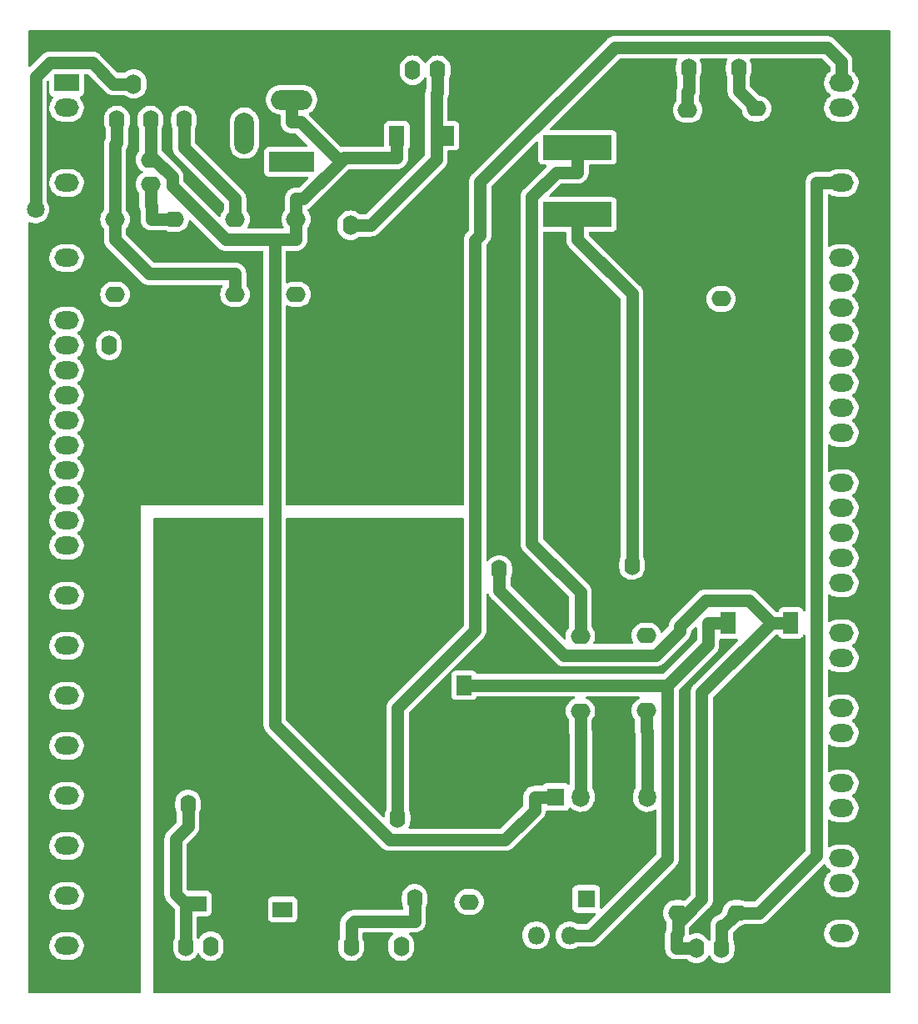
<source format=gtl>
G04 #@! TF.GenerationSoftware,KiCad,Pcbnew,7.0.11-7.0.11~ubuntu22.04.1*
G04 #@! TF.CreationDate,2024-06-01T19:22:31-03:00*
G04 #@! TF.ProjectId,Fonte_tensao_LM675_v05b,466f6e74-655f-4746-956e-73616f5f4c4d,v02*
G04 #@! TF.SameCoordinates,Original*
G04 #@! TF.FileFunction,Copper,L1,Top*
G04 #@! TF.FilePolarity,Positive*
%FSLAX46Y46*%
G04 Gerber Fmt 4.6, Leading zero omitted, Abs format (unit mm)*
G04 Created by KiCad (PCBNEW 7.0.11-7.0.11~ubuntu22.04.1) date 2024-06-01 19:22:31*
%MOMM*%
%LPD*%
G01*
G04 APERTURE LIST*
G04 #@! TA.AperFunction,ComponentPad*
%ADD10O,1.600000X2.000000*%
G04 #@! TD*
G04 #@! TA.AperFunction,ComponentPad*
%ADD11R,1.600000X2.000000*%
G04 #@! TD*
G04 #@! TA.AperFunction,ComponentPad*
%ADD12O,1.800000X1.800000*%
G04 #@! TD*
G04 #@! TA.AperFunction,ComponentPad*
%ADD13R,1.800000X1.800000*%
G04 #@! TD*
G04 #@! TA.AperFunction,SMDPad,CuDef*
%ADD14R,1.500000X2.200000*%
G04 #@! TD*
G04 #@! TA.AperFunction,ComponentPad*
%ADD15O,2.000000X1.600000*%
G04 #@! TD*
G04 #@! TA.AperFunction,ComponentPad*
%ADD16R,2.000000X1.600000*%
G04 #@! TD*
G04 #@! TA.AperFunction,ComponentPad*
%ADD17R,7.000000X2.500000*%
G04 #@! TD*
G04 #@! TA.AperFunction,ComponentPad*
%ADD18O,1.800000X2.000000*%
G04 #@! TD*
G04 #@! TA.AperFunction,ComponentPad*
%ADD19O,2.500000X1.800000*%
G04 #@! TD*
G04 #@! TA.AperFunction,ComponentPad*
%ADD20R,2.500000X1.800000*%
G04 #@! TD*
G04 #@! TA.AperFunction,ComponentPad*
%ADD21O,2.000000X4.200000*%
G04 #@! TD*
G04 #@! TA.AperFunction,ComponentPad*
%ADD22O,4.200000X2.000000*%
G04 #@! TD*
G04 #@! TA.AperFunction,ComponentPad*
%ADD23R,4.600000X2.000000*%
G04 #@! TD*
G04 #@! TA.AperFunction,ViaPad*
%ADD24C,1.800000*%
G04 #@! TD*
G04 #@! TA.AperFunction,Conductor*
%ADD25C,1.270000*%
G04 #@! TD*
G04 APERTURE END LIST*
D10*
X164150000Y-106100000D03*
D11*
X166650000Y-106100000D03*
D10*
X150650000Y-106600000D03*
D11*
X153150000Y-106600000D03*
D12*
X152700000Y-140000000D03*
X154400000Y-143700000D03*
X156100000Y-140000000D03*
X157800000Y-143700000D03*
D13*
X159500000Y-140000000D03*
D14*
X180300000Y-112000000D03*
X173900000Y-112000000D03*
D10*
X136920000Y-118300000D03*
D11*
X147080000Y-118300000D03*
D15*
X173200000Y-79080000D03*
X173200000Y-68920000D03*
X115200000Y-67450000D03*
X115200000Y-64950000D03*
X117600000Y-78610000D03*
X117600000Y-70990000D03*
D10*
X139321100Y-55850000D03*
X141861100Y-55850000D03*
X144401100Y-55850000D03*
D15*
X111600000Y-70990000D03*
X111600000Y-78610000D03*
D10*
X147800000Y-62500000D03*
D11*
X145300000Y-62500000D03*
D15*
X168800000Y-141428900D03*
D16*
X168800000Y-138928900D03*
D15*
X169800000Y-59900000D03*
D16*
X169800000Y-62400000D03*
D15*
X123800000Y-70990000D03*
X123800000Y-78610000D03*
D10*
X111800000Y-60950000D03*
X113500000Y-57250000D03*
X115200000Y-60950000D03*
X116900000Y-57250000D03*
X118600000Y-60950000D03*
D15*
X130000000Y-78610000D03*
X130000000Y-70990000D03*
D17*
X158600000Y-63700000D03*
X158600000Y-70500000D03*
D13*
X163125000Y-129660000D03*
D18*
X165665000Y-129660000D03*
D19*
X185420000Y-57150000D03*
X185420000Y-59690000D03*
X185420000Y-62230000D03*
X185420000Y-64770000D03*
X185420000Y-67310000D03*
X185420000Y-69850000D03*
X185420000Y-72390000D03*
X185420000Y-74930000D03*
X185420000Y-77470000D03*
X185420000Y-80010000D03*
X185420000Y-82550000D03*
X185420000Y-85090000D03*
X185420000Y-87630000D03*
X185420000Y-90170000D03*
X185420000Y-92710000D03*
X185420000Y-95250000D03*
X185420000Y-97790000D03*
X185420000Y-100330000D03*
X185420000Y-102870000D03*
X185420000Y-105410000D03*
X185420000Y-107950000D03*
X185420000Y-110490000D03*
X185420000Y-113030000D03*
X185420000Y-115570000D03*
X185420000Y-118110000D03*
X185420000Y-120650000D03*
X185420000Y-123190000D03*
X185420000Y-125730000D03*
X185420000Y-128270000D03*
X185420000Y-130810000D03*
X185420000Y-133350000D03*
X185420000Y-135890000D03*
X185420000Y-138430000D03*
X185420000Y-140970000D03*
X185420000Y-143510000D03*
D15*
X174800000Y-141428900D03*
D16*
X174800000Y-138928900D03*
D15*
X128650000Y-138571100D03*
D16*
X128650000Y-141071100D03*
D10*
X123880000Y-144800000D03*
X121340000Y-144800000D03*
X118800000Y-144800000D03*
D13*
X156400000Y-129660000D03*
D18*
X158940000Y-129660000D03*
D10*
X137742200Y-62500000D03*
D11*
X140242200Y-62500000D03*
D20*
X106680000Y-57150000D03*
D19*
X106680000Y-59690000D03*
X106680000Y-62230000D03*
X106680000Y-64770000D03*
X106680000Y-67310000D03*
X106680000Y-69850000D03*
X106680000Y-72390000D03*
X106680000Y-74930000D03*
X106680000Y-81280000D03*
X106680000Y-83820000D03*
X106680000Y-86360000D03*
X106680000Y-88900000D03*
X106680000Y-91440000D03*
X106680000Y-93980000D03*
X106680000Y-96520000D03*
X106680000Y-99060000D03*
X106680000Y-101600000D03*
X106680000Y-104140000D03*
X106680000Y-106680000D03*
X106680000Y-109220000D03*
X106680000Y-111760000D03*
X106680000Y-114300000D03*
X106680000Y-116840000D03*
X106680000Y-119380000D03*
X106680000Y-121920000D03*
X106680000Y-124460000D03*
X106680000Y-127000000D03*
X106680000Y-129540000D03*
X106680000Y-132080000D03*
X106680000Y-134620000D03*
X106680000Y-137160000D03*
X106680000Y-139700000D03*
X106680000Y-142240000D03*
X106680000Y-144780000D03*
X106680000Y-147320000D03*
D10*
X129180000Y-130400000D03*
X119020000Y-130400000D03*
X140320000Y-131800000D03*
X150480000Y-131800000D03*
X175790000Y-145000000D03*
X173250000Y-145000000D03*
X170710000Y-145000000D03*
D15*
X176800000Y-59750000D03*
X176800000Y-62250000D03*
X165594700Y-113241200D03*
X165594700Y-120861200D03*
X147600000Y-140300000D03*
D16*
X147600000Y-137800000D03*
D10*
X110990000Y-83800000D03*
X118610000Y-83800000D03*
X145680000Y-71600000D03*
X135520000Y-71600000D03*
X169910000Y-55695000D03*
X172450000Y-55695000D03*
X174990000Y-55695000D03*
X142050000Y-140000000D03*
X139550000Y-140000000D03*
D15*
X119900000Y-137978600D03*
D16*
X119900000Y-140478600D03*
D10*
X140680000Y-144800000D03*
X138140000Y-144800000D03*
X135600000Y-144800000D03*
D21*
X124750000Y-62250000D03*
D22*
X129550000Y-58850000D03*
D23*
X129550000Y-65150000D03*
D15*
X158900000Y-113290000D03*
X158900000Y-120910000D03*
D24*
X103520000Y-69981100D03*
D25*
X185420000Y-57150000D02*
X185420000Y-54980000D01*
X185420000Y-54980000D02*
X183973200Y-53533200D01*
X183973200Y-53533200D02*
X162397100Y-53533200D01*
X148714600Y-67215700D02*
X148714600Y-72565600D01*
X162397100Y-53533200D02*
X148714600Y-67215700D01*
X148714600Y-72565600D02*
X148200000Y-73080200D01*
X148200000Y-73080200D02*
X148200000Y-112710000D01*
X148200000Y-112710000D02*
X140320000Y-120590000D01*
X140320000Y-120590000D02*
X140320000Y-131800000D01*
X173900000Y-112000000D02*
X171880000Y-112000000D01*
X157800000Y-143700000D02*
X159970000Y-143700000D01*
X147080000Y-118300000D02*
X149450000Y-118300000D01*
X167764300Y-118300000D02*
X149450000Y-118300000D01*
X171880000Y-114184300D02*
X167764300Y-118300000D01*
X171880000Y-112000000D02*
X171880000Y-114184300D01*
X167764300Y-135905700D02*
X159970000Y-143700000D01*
X167764300Y-118300000D02*
X167764300Y-135905700D01*
X168640000Y-143658900D02*
X168640000Y-145000000D01*
X168800000Y-143498900D02*
X168640000Y-143658900D01*
X170710000Y-145000000D02*
X168640000Y-145000000D01*
X157226700Y-115246700D02*
X150650000Y-108670000D01*
X166564500Y-115246700D02*
X157226700Y-115246700D01*
X169013000Y-112798200D02*
X166564500Y-115246700D01*
X169013000Y-112306700D02*
X169013000Y-112798200D01*
X171607500Y-109712200D02*
X169013000Y-112306700D01*
X175992200Y-109712200D02*
X171607500Y-109712200D01*
X178280000Y-112000000D02*
X175992200Y-109712200D01*
X180300000Y-112000000D02*
X178280000Y-112000000D01*
X150650000Y-106600000D02*
X150650000Y-108670000D01*
X168800000Y-141428900D02*
X168800000Y-142463900D01*
X168800000Y-142463900D02*
X168800000Y-143498900D01*
X171233500Y-119046500D02*
X178280000Y-112000000D01*
X171233500Y-140030400D02*
X171233500Y-119046500D01*
X168800000Y-142463900D02*
X171233500Y-140030400D01*
X158600000Y-63700000D02*
X158600000Y-66220000D01*
X156473800Y-66220000D02*
X158600000Y-66220000D01*
X153963100Y-68730700D02*
X156473800Y-66220000D01*
X153963100Y-103906000D02*
X153963100Y-68730700D01*
X158900000Y-108842900D02*
X153963100Y-103906000D01*
X158900000Y-113290000D02*
X158900000Y-108842900D01*
X103520000Y-56551700D02*
X103520000Y-69981100D01*
X104958600Y-55113100D02*
X103520000Y-56551700D01*
X109293100Y-55113100D02*
X104958600Y-55113100D01*
X111430000Y-57250000D02*
X109293100Y-55113100D01*
X113500000Y-57250000D02*
X111430000Y-57250000D01*
X111800000Y-60950000D02*
X111800000Y-63220000D01*
X115080000Y-76540000D02*
X111600000Y-73060000D01*
X123800000Y-76540000D02*
X115080000Y-76540000D01*
X123800000Y-78610000D02*
X123800000Y-76540000D01*
X111600000Y-70990000D02*
X111600000Y-73060000D01*
X111600000Y-63420000D02*
X111800000Y-63220000D01*
X111600000Y-70990000D02*
X111600000Y-63420000D01*
X158940000Y-123020000D02*
X158900000Y-122980000D01*
X158940000Y-129660000D02*
X158940000Y-123020000D01*
X158900000Y-120910000D02*
X158900000Y-122980000D01*
X165665000Y-123001500D02*
X165594700Y-122931200D01*
X165665000Y-129660000D02*
X165665000Y-123001500D01*
X165594700Y-120861200D02*
X165594700Y-122931200D01*
X115330000Y-69650000D02*
X115200000Y-69520000D01*
X115330000Y-70990000D02*
X115330000Y-69650000D01*
X115200000Y-67450000D02*
X115200000Y-69520000D01*
X117600000Y-70990000D02*
X115330000Y-70990000D01*
X130000000Y-70990000D02*
X130000000Y-73060000D01*
X115200000Y-60950000D02*
X115200000Y-64950000D01*
X140242200Y-62500000D02*
X140242200Y-64770000D01*
X130000000Y-70990000D02*
X130000000Y-68920000D01*
X156400000Y-129660000D02*
X154230000Y-129660000D01*
X154230000Y-131016200D02*
X154230000Y-129660000D01*
X151260400Y-133985800D02*
X154230000Y-131016200D01*
X139547900Y-133985800D02*
X151260400Y-133985800D01*
X127839400Y-122277300D02*
X139547900Y-133985800D01*
X127839400Y-73060000D02*
X127839400Y-122277300D01*
X130000000Y-73060000D02*
X127839400Y-73060000D01*
X115682700Y-64950000D02*
X115200000Y-64950000D01*
X117398700Y-66666000D02*
X115682700Y-64950000D01*
X117398700Y-67581500D02*
X117398700Y-66666000D01*
X122877200Y-73060000D02*
X117398700Y-67581500D01*
X127839400Y-73060000D02*
X122877200Y-73060000D01*
X129550000Y-58850000D02*
X129550000Y-61120000D01*
X130443800Y-61120000D02*
X134502700Y-65178800D01*
X129550000Y-61120000D02*
X130443800Y-61120000D01*
X134911500Y-64770000D02*
X134502700Y-65178800D01*
X140242200Y-64770000D02*
X134911500Y-64770000D01*
X130761500Y-68920000D02*
X130000000Y-68920000D01*
X134502700Y-65178800D02*
X130761500Y-68920000D01*
X123800000Y-70990000D02*
X123800000Y-68920000D01*
X118600000Y-63720000D02*
X118600000Y-60950000D01*
X123800000Y-68920000D02*
X118600000Y-63720000D01*
X164150000Y-78570000D02*
X164150000Y-106100000D01*
X158600000Y-73020000D02*
X164150000Y-78570000D01*
X158600000Y-70500000D02*
X158600000Y-73020000D01*
X169800000Y-58075000D02*
X169800000Y-59900000D01*
X169910000Y-57965000D02*
X169800000Y-58075000D01*
X169910000Y-55695000D02*
X169910000Y-57965000D01*
X173250000Y-145000000D02*
X173250000Y-142730000D01*
X173498900Y-142730000D02*
X174800000Y-141428900D01*
X173250000Y-142730000D02*
X173498900Y-142730000D01*
X182900000Y-135598900D02*
X177070000Y-141428900D01*
X182900000Y-67310000D02*
X182900000Y-135598900D01*
X185420000Y-67310000D02*
X182900000Y-67310000D01*
X174800000Y-141428900D02*
X177070000Y-141428900D01*
X119900000Y-140478600D02*
X118765000Y-140478600D01*
X118800000Y-140513600D02*
X118800000Y-144800000D01*
X118765000Y-140478600D02*
X118800000Y-140513600D01*
X117759100Y-139472700D02*
X118765000Y-140478600D01*
X117759100Y-133930900D02*
X117759100Y-139472700D01*
X119020000Y-132670000D02*
X117759100Y-133930900D01*
X119020000Y-130400000D02*
X119020000Y-132670000D01*
X135860000Y-142270000D02*
X135600000Y-142530000D01*
X142050000Y-142270000D02*
X135860000Y-142270000D01*
X142050000Y-140000000D02*
X142050000Y-142270000D01*
X135600000Y-144800000D02*
X135600000Y-142530000D01*
X145300000Y-62500000D02*
X144265000Y-62500000D01*
X144265000Y-58256100D02*
X144401100Y-58120000D01*
X144265000Y-62500000D02*
X144265000Y-58256100D01*
X144401100Y-55850000D02*
X144401100Y-58120000D01*
X144265000Y-64925000D02*
X144265000Y-62500000D01*
X137590000Y-71600000D02*
X144265000Y-64925000D01*
X135520000Y-71600000D02*
X137590000Y-71600000D01*
X175015000Y-57965000D02*
X174990000Y-57965000D01*
X176800000Y-59750000D02*
X175015000Y-57965000D01*
X174990000Y-55695000D02*
X174990000Y-57965000D01*
G04 #@! TA.AperFunction,Conductor*
G36*
X190343039Y-51819685D02*
G01*
X190388794Y-51872489D01*
X190400000Y-51924000D01*
X190400000Y-149466000D01*
X190380315Y-149533039D01*
X190327511Y-149578794D01*
X190276000Y-149590000D01*
X115594000Y-149590000D01*
X115526961Y-149570315D01*
X115481206Y-149517511D01*
X115470000Y-149466000D01*
X115470000Y-133903756D01*
X116618758Y-133903756D01*
X116623284Y-133967037D01*
X116623600Y-133975882D01*
X116623600Y-139367538D01*
X116621883Y-139388103D01*
X116621341Y-139391321D01*
X116621341Y-139391325D01*
X116623565Y-139484747D01*
X116623600Y-139487697D01*
X116623600Y-139526791D01*
X116624466Y-139535861D01*
X116624991Y-139544684D01*
X116626502Y-139608120D01*
X116633601Y-139640757D01*
X116635872Y-139655323D01*
X116639046Y-139688564D01*
X116639047Y-139688567D01*
X116639047Y-139688569D01*
X116639048Y-139688572D01*
X116656922Y-139749446D01*
X116659110Y-139758018D01*
X116672598Y-139820017D01*
X116675718Y-139827304D01*
X116685744Y-139850716D01*
X116690731Y-139864591D01*
X116700143Y-139896642D01*
X116729214Y-139953031D01*
X116732986Y-139961038D01*
X116757960Y-140019358D01*
X116757962Y-140019360D01*
X116757963Y-140019363D01*
X116764331Y-140028771D01*
X116776682Y-140047020D01*
X116784206Y-140059701D01*
X116799512Y-140089390D01*
X116838731Y-140139261D01*
X116843944Y-140146400D01*
X116855596Y-140163616D01*
X116879511Y-140198950D01*
X116879514Y-140198953D01*
X116903121Y-140222560D01*
X116912910Y-140233588D01*
X116931152Y-140256785D01*
X116933563Y-140259850D01*
X116981518Y-140301403D01*
X116987996Y-140307435D01*
X117628181Y-140947620D01*
X117661666Y-141008943D01*
X117664500Y-141035301D01*
X117664500Y-143930351D01*
X117652882Y-143982756D01*
X117628953Y-144034073D01*
X117576196Y-144147211D01*
X117573262Y-144153502D01*
X117573258Y-144153511D01*
X117514366Y-144373302D01*
X117514364Y-144373312D01*
X117499500Y-144543214D01*
X117499500Y-145056785D01*
X117514364Y-145226687D01*
X117514366Y-145226697D01*
X117573258Y-145446488D01*
X117573261Y-145446497D01*
X117669431Y-145652732D01*
X117669432Y-145652734D01*
X117799954Y-145839141D01*
X117960858Y-146000045D01*
X117960861Y-146000047D01*
X118147266Y-146130568D01*
X118353504Y-146226739D01*
X118573308Y-146285635D01*
X118735230Y-146299801D01*
X118799998Y-146305468D01*
X118800000Y-146305468D01*
X118800002Y-146305468D01*
X118856673Y-146300509D01*
X119026692Y-146285635D01*
X119246496Y-146226739D01*
X119452734Y-146130568D01*
X119639139Y-146000047D01*
X119800047Y-145839139D01*
X119930568Y-145652734D01*
X119957618Y-145594724D01*
X120003790Y-145542285D01*
X120070983Y-145523133D01*
X120137865Y-145543348D01*
X120182382Y-145594725D01*
X120209429Y-145652728D01*
X120209432Y-145652734D01*
X120339954Y-145839141D01*
X120500858Y-146000045D01*
X120500861Y-146000047D01*
X120687266Y-146130568D01*
X120893504Y-146226739D01*
X121113308Y-146285635D01*
X121275230Y-146299801D01*
X121339998Y-146305468D01*
X121340000Y-146305468D01*
X121340002Y-146305468D01*
X121396673Y-146300509D01*
X121566692Y-146285635D01*
X121786496Y-146226739D01*
X121992734Y-146130568D01*
X122179139Y-146000047D01*
X122340047Y-145839139D01*
X122470568Y-145652734D01*
X122566739Y-145446496D01*
X122625635Y-145226692D01*
X122640500Y-145056785D01*
X134299500Y-145056785D01*
X134314364Y-145226687D01*
X134314366Y-145226697D01*
X134373258Y-145446488D01*
X134373261Y-145446497D01*
X134469431Y-145652732D01*
X134469432Y-145652734D01*
X134599954Y-145839141D01*
X134760858Y-146000045D01*
X134760861Y-146000047D01*
X134947266Y-146130568D01*
X135153504Y-146226739D01*
X135373308Y-146285635D01*
X135535230Y-146299801D01*
X135599998Y-146305468D01*
X135600000Y-146305468D01*
X135600002Y-146305468D01*
X135656673Y-146300509D01*
X135826692Y-146285635D01*
X136046496Y-146226739D01*
X136252734Y-146130568D01*
X136439139Y-146000047D01*
X136600047Y-145839139D01*
X136730568Y-145652734D01*
X136826739Y-145446496D01*
X136885635Y-145226692D01*
X136900500Y-145056784D01*
X136900500Y-144543216D01*
X136885635Y-144373308D01*
X136826739Y-144153504D01*
X136767670Y-144026832D01*
X136747118Y-143982756D01*
X136735500Y-143930351D01*
X136735500Y-143529500D01*
X136755185Y-143462461D01*
X136807989Y-143416706D01*
X136859500Y-143405500D01*
X139735951Y-143405500D01*
X139802990Y-143425185D01*
X139848745Y-143477989D01*
X139858689Y-143547147D01*
X139829664Y-143610703D01*
X139823632Y-143617181D01*
X139679954Y-143760858D01*
X139549432Y-143947265D01*
X139549431Y-143947267D01*
X139453261Y-144153502D01*
X139453258Y-144153511D01*
X139394366Y-144373302D01*
X139394364Y-144373312D01*
X139379500Y-144543214D01*
X139379500Y-145056785D01*
X139394364Y-145226687D01*
X139394366Y-145226697D01*
X139453258Y-145446488D01*
X139453261Y-145446497D01*
X139549431Y-145652732D01*
X139549432Y-145652734D01*
X139679954Y-145839141D01*
X139840858Y-146000045D01*
X139840861Y-146000047D01*
X140027266Y-146130568D01*
X140233504Y-146226739D01*
X140453308Y-146285635D01*
X140615230Y-146299801D01*
X140679998Y-146305468D01*
X140680000Y-146305468D01*
X140680002Y-146305468D01*
X140736673Y-146300509D01*
X140906692Y-146285635D01*
X141126496Y-146226739D01*
X141332734Y-146130568D01*
X141519139Y-146000047D01*
X141680047Y-145839139D01*
X141810568Y-145652734D01*
X141906739Y-145446496D01*
X141965635Y-145226692D01*
X141980500Y-145056784D01*
X141980500Y-144543216D01*
X141965635Y-144373308D01*
X141906739Y-144153504D01*
X141810568Y-143947266D01*
X141680047Y-143760861D01*
X141680045Y-143760858D01*
X141619193Y-143700006D01*
X152994700Y-143700006D01*
X153013864Y-143931297D01*
X153013866Y-143931308D01*
X153070842Y-144156300D01*
X153164075Y-144368848D01*
X153291016Y-144563147D01*
X153291019Y-144563151D01*
X153291021Y-144563153D01*
X153448216Y-144733913D01*
X153448219Y-144733915D01*
X153448222Y-144733918D01*
X153631365Y-144876464D01*
X153631371Y-144876468D01*
X153631374Y-144876470D01*
X153835497Y-144986936D01*
X153943729Y-145024092D01*
X154055015Y-145062297D01*
X154055017Y-145062297D01*
X154055019Y-145062298D01*
X154283951Y-145100500D01*
X154283952Y-145100500D01*
X154516048Y-145100500D01*
X154516049Y-145100500D01*
X154744981Y-145062298D01*
X154964503Y-144986936D01*
X155168626Y-144876470D01*
X155219059Y-144837217D01*
X155265683Y-144800928D01*
X155351784Y-144733913D01*
X155508979Y-144563153D01*
X155635924Y-144368849D01*
X155729157Y-144156300D01*
X155786134Y-143931305D01*
X155797018Y-143799953D01*
X155805300Y-143700006D01*
X155805300Y-143699993D01*
X155786135Y-143468702D01*
X155786133Y-143468691D01*
X155729157Y-143243699D01*
X155635924Y-143031151D01*
X155508983Y-142836852D01*
X155508980Y-142836849D01*
X155508979Y-142836847D01*
X155351784Y-142666087D01*
X155351779Y-142666083D01*
X155351777Y-142666081D01*
X155168634Y-142523535D01*
X155168628Y-142523531D01*
X154964504Y-142413064D01*
X154964495Y-142413061D01*
X154744984Y-142337702D01*
X154569917Y-142308489D01*
X154516049Y-142299500D01*
X154283951Y-142299500D01*
X154238164Y-142307140D01*
X154055015Y-142337702D01*
X153835504Y-142413061D01*
X153835495Y-142413064D01*
X153631371Y-142523531D01*
X153631365Y-142523535D01*
X153448222Y-142666081D01*
X153448219Y-142666084D01*
X153291016Y-142836852D01*
X153164075Y-143031151D01*
X153070842Y-143243699D01*
X153013866Y-143468691D01*
X153013864Y-143468702D01*
X152994700Y-143699993D01*
X152994700Y-143700006D01*
X141619193Y-143700006D01*
X141536368Y-143617181D01*
X141502883Y-143555858D01*
X141507867Y-143486166D01*
X141549739Y-143430233D01*
X141615203Y-143405816D01*
X141624049Y-143405500D01*
X141959919Y-143405500D01*
X141977564Y-143406762D01*
X141980429Y-143407173D01*
X141995725Y-143409373D01*
X142074093Y-143405640D01*
X142079993Y-143405500D01*
X142104096Y-143405500D01*
X142128087Y-143403209D01*
X142133950Y-143402788D01*
X142212334Y-143399055D01*
X142212342Y-143399053D01*
X142230160Y-143394730D01*
X142247609Y-143391795D01*
X142265872Y-143390052D01*
X142341169Y-143367942D01*
X142346824Y-143366427D01*
X142423075Y-143347929D01*
X142439765Y-143340306D01*
X142456330Y-143334127D01*
X142473942Y-143328957D01*
X142543704Y-143292991D01*
X142548935Y-143290450D01*
X142620332Y-143257845D01*
X142635280Y-143247199D01*
X142650382Y-143237994D01*
X142666690Y-143229588D01*
X142728353Y-143181095D01*
X142733061Y-143177571D01*
X142747600Y-143167218D01*
X142796977Y-143132057D01*
X142809638Y-143118777D01*
X142822720Y-143106884D01*
X142837149Y-143095538D01*
X142888555Y-143036210D01*
X142892465Y-143031910D01*
X142946623Y-142975112D01*
X142956543Y-142959675D01*
X142967140Y-142945518D01*
X142979158Y-142931651D01*
X143018395Y-142863687D01*
X143021441Y-142858691D01*
X143063863Y-142792683D01*
X143070680Y-142775650D01*
X143078409Y-142759739D01*
X143087585Y-142743849D01*
X143113253Y-142669683D01*
X143115287Y-142664230D01*
X143144460Y-142591362D01*
X143147931Y-142573350D01*
X143152513Y-142556250D01*
X143156471Y-142544815D01*
X143158511Y-142538922D01*
X143169678Y-142461249D01*
X143170645Y-142455495D01*
X143185500Y-142378427D01*
X143185500Y-142360080D01*
X143186762Y-142342434D01*
X143187714Y-142335810D01*
X143189373Y-142324275D01*
X143185640Y-142245906D01*
X143185500Y-142240006D01*
X143185500Y-140869647D01*
X143197118Y-140817242D01*
X143212324Y-140784633D01*
X143276739Y-140646496D01*
X143335635Y-140426692D01*
X143346719Y-140300001D01*
X146094532Y-140300001D01*
X146114364Y-140526686D01*
X146114366Y-140526697D01*
X146173258Y-140746488D01*
X146173261Y-140746497D01*
X146269431Y-140952732D01*
X146269432Y-140952734D01*
X146399954Y-141139141D01*
X146560858Y-141300045D01*
X146560861Y-141300047D01*
X146747266Y-141430568D01*
X146953504Y-141526739D01*
X147173308Y-141585635D01*
X147343214Y-141600499D01*
X147343215Y-141600500D01*
X147343216Y-141600500D01*
X147856785Y-141600500D01*
X147856785Y-141600499D01*
X148026692Y-141585635D01*
X148246496Y-141526739D01*
X148452734Y-141430568D01*
X148639139Y-141300047D01*
X148800047Y-141139139D01*
X148930568Y-140952734D01*
X149026739Y-140746496D01*
X149085635Y-140526692D01*
X149105468Y-140300000D01*
X149103093Y-140272859D01*
X149096818Y-140201126D01*
X149085635Y-140073308D01*
X149026739Y-139853504D01*
X148930568Y-139647266D01*
X148800047Y-139460861D01*
X148800045Y-139460858D01*
X148639141Y-139299954D01*
X148452734Y-139169432D01*
X148452732Y-139169431D01*
X148246497Y-139073261D01*
X148246488Y-139073258D01*
X148026697Y-139014366D01*
X148026687Y-139014364D01*
X147856785Y-138999500D01*
X147856784Y-138999500D01*
X147343216Y-138999500D01*
X147343215Y-138999500D01*
X147173312Y-139014364D01*
X147173302Y-139014366D01*
X146953511Y-139073258D01*
X146953502Y-139073261D01*
X146747267Y-139169431D01*
X146747265Y-139169432D01*
X146560858Y-139299954D01*
X146399954Y-139460858D01*
X146269432Y-139647265D01*
X146269431Y-139647267D01*
X146173261Y-139853502D01*
X146173258Y-139853511D01*
X146114366Y-140073302D01*
X146114364Y-140073313D01*
X146094532Y-140299998D01*
X146094532Y-140300001D01*
X143346719Y-140300001D01*
X143350500Y-140256784D01*
X143350500Y-139743216D01*
X143335635Y-139573308D01*
X143276739Y-139353504D01*
X143180568Y-139147266D01*
X143050047Y-138960861D01*
X143050045Y-138960858D01*
X142889141Y-138799954D01*
X142702734Y-138669432D01*
X142702732Y-138669431D01*
X142496497Y-138573261D01*
X142496488Y-138573258D01*
X142276697Y-138514366D01*
X142276693Y-138514365D01*
X142276692Y-138514365D01*
X142276691Y-138514364D01*
X142276686Y-138514364D01*
X142050002Y-138494532D01*
X142049998Y-138494532D01*
X141823313Y-138514364D01*
X141823302Y-138514366D01*
X141603511Y-138573258D01*
X141603502Y-138573261D01*
X141397267Y-138669431D01*
X141397265Y-138669432D01*
X141210858Y-138799954D01*
X141049954Y-138960858D01*
X140919432Y-139147265D01*
X140919431Y-139147267D01*
X140823261Y-139353502D01*
X140823258Y-139353511D01*
X140764366Y-139573302D01*
X140764364Y-139573312D01*
X140749500Y-139743214D01*
X140749500Y-140256785D01*
X140764364Y-140426687D01*
X140764366Y-140426697D01*
X140823258Y-140646488D01*
X140823261Y-140646497D01*
X140902882Y-140817242D01*
X140914500Y-140869647D01*
X140914500Y-141010500D01*
X140894815Y-141077539D01*
X140842011Y-141123294D01*
X140790500Y-141134500D01*
X135965162Y-141134500D01*
X135944597Y-141132783D01*
X135941376Y-141132241D01*
X135941374Y-141132241D01*
X135856500Y-141134261D01*
X135847953Y-141134465D01*
X135845003Y-141134500D01*
X135805909Y-141134500D01*
X135796831Y-141135366D01*
X135788016Y-141135891D01*
X135724577Y-141137402D01*
X135691940Y-141144501D01*
X135677377Y-141146772D01*
X135644130Y-141149947D01*
X135644128Y-141149947D01*
X135583234Y-141167826D01*
X135574665Y-141170013D01*
X135512688Y-141183497D01*
X135512686Y-141183497D01*
X135512684Y-141183498D01*
X135512680Y-141183499D01*
X135512676Y-141183501D01*
X135481979Y-141196645D01*
X135468112Y-141201630D01*
X135456217Y-141205123D01*
X135436057Y-141211043D01*
X135379656Y-141240119D01*
X135371652Y-141243890D01*
X135313332Y-141268864D01*
X135313331Y-141268864D01*
X135285671Y-141287586D01*
X135272990Y-141295110D01*
X135243314Y-141310409D01*
X135193442Y-141349627D01*
X135186298Y-141354843D01*
X135133752Y-141390408D01*
X135110121Y-141414037D01*
X135099099Y-141423819D01*
X135072852Y-141444460D01*
X135072851Y-141444461D01*
X135031301Y-141492411D01*
X135025271Y-141498887D01*
X134871436Y-141652722D01*
X134855689Y-141666043D01*
X134853028Y-141667937D01*
X134788561Y-141735547D01*
X134786503Y-141737654D01*
X134758844Y-141765314D01*
X134758839Y-141765319D01*
X134753022Y-141772364D01*
X134747157Y-141778971D01*
X134703378Y-141824886D01*
X134703376Y-141824889D01*
X134685320Y-141852983D01*
X134676629Y-141864885D01*
X134655358Y-141890648D01*
X134624948Y-141946339D01*
X134620434Y-141953947D01*
X134586137Y-142007316D01*
X134573725Y-142038318D01*
X134567444Y-142051651D01*
X134551432Y-142080976D01*
X134551432Y-142080977D01*
X134532109Y-142141420D01*
X134529116Y-142149744D01*
X134505541Y-142208633D01*
X134505539Y-142208641D01*
X134499217Y-142241436D01*
X134495573Y-142255716D01*
X134485402Y-142287536D01*
X134477870Y-142350531D01*
X134476506Y-142359275D01*
X134464500Y-142421570D01*
X134464500Y-142454972D01*
X134463623Y-142469692D01*
X134459658Y-142502850D01*
X134459658Y-142502856D01*
X134464184Y-142566137D01*
X134464500Y-142574982D01*
X134464500Y-143930351D01*
X134452882Y-143982756D01*
X134428953Y-144034073D01*
X134376196Y-144147211D01*
X134373262Y-144153502D01*
X134373258Y-144153511D01*
X134314366Y-144373302D01*
X134314364Y-144373312D01*
X134299500Y-144543214D01*
X134299500Y-145056785D01*
X122640500Y-145056785D01*
X122640500Y-145056784D01*
X122640500Y-144543216D01*
X122625635Y-144373308D01*
X122566739Y-144153504D01*
X122470568Y-143947266D01*
X122340047Y-143760861D01*
X122340045Y-143760858D01*
X122179141Y-143599954D01*
X121992734Y-143469432D01*
X121992732Y-143469431D01*
X121786497Y-143373261D01*
X121786488Y-143373258D01*
X121566697Y-143314366D01*
X121566693Y-143314365D01*
X121566692Y-143314365D01*
X121566691Y-143314364D01*
X121566686Y-143314364D01*
X121340002Y-143294532D01*
X121339998Y-143294532D01*
X121113313Y-143314364D01*
X121113302Y-143314366D01*
X120893511Y-143373258D01*
X120893502Y-143373261D01*
X120687267Y-143469431D01*
X120687265Y-143469432D01*
X120500858Y-143599954D01*
X120339954Y-143760858D01*
X120209433Y-143947264D01*
X120182382Y-144005275D01*
X120136209Y-144057714D01*
X120069015Y-144076865D01*
X120002134Y-144056649D01*
X119957617Y-144005272D01*
X119947117Y-143982754D01*
X119935500Y-143930351D01*
X119935500Y-141918970D01*
X127149500Y-141918970D01*
X127149501Y-141918976D01*
X127155908Y-141978583D01*
X127206202Y-142113428D01*
X127206206Y-142113435D01*
X127292452Y-142228644D01*
X127292455Y-142228647D01*
X127407664Y-142314893D01*
X127407671Y-142314897D01*
X127542517Y-142365191D01*
X127542516Y-142365191D01*
X127549444Y-142365935D01*
X127602127Y-142371600D01*
X129697872Y-142371599D01*
X129757483Y-142365191D01*
X129892331Y-142314896D01*
X130007546Y-142228646D01*
X130093796Y-142113431D01*
X130144091Y-141978583D01*
X130150500Y-141918973D01*
X130150499Y-140223228D01*
X130144091Y-140163617D01*
X130137669Y-140146400D01*
X130093797Y-140028771D01*
X130093793Y-140028764D01*
X130007547Y-139913555D01*
X130007544Y-139913552D01*
X129892335Y-139827306D01*
X129892328Y-139827302D01*
X129757482Y-139777008D01*
X129757483Y-139777008D01*
X129697883Y-139770601D01*
X129697881Y-139770600D01*
X129697873Y-139770600D01*
X129697864Y-139770600D01*
X127602129Y-139770600D01*
X127602123Y-139770601D01*
X127542516Y-139777008D01*
X127407671Y-139827302D01*
X127407664Y-139827306D01*
X127292455Y-139913552D01*
X127292452Y-139913555D01*
X127206206Y-140028764D01*
X127206202Y-140028771D01*
X127155908Y-140163617D01*
X127150935Y-140209878D01*
X127149501Y-140223223D01*
X127149500Y-140223235D01*
X127149500Y-141918970D01*
X119935500Y-141918970D01*
X119935500Y-141903099D01*
X119955185Y-141836060D01*
X120007989Y-141790305D01*
X120059500Y-141779099D01*
X120947871Y-141779099D01*
X120947872Y-141779099D01*
X121007483Y-141772691D01*
X121142331Y-141722396D01*
X121257546Y-141636146D01*
X121343796Y-141520931D01*
X121394091Y-141386083D01*
X121400500Y-141326473D01*
X121400499Y-139630728D01*
X121394091Y-139571117D01*
X121380941Y-139535861D01*
X121343797Y-139436271D01*
X121343793Y-139436264D01*
X121257547Y-139321055D01*
X121257544Y-139321052D01*
X121142335Y-139234806D01*
X121142328Y-139234802D01*
X121007482Y-139184508D01*
X121007483Y-139184508D01*
X120947883Y-139178101D01*
X120947881Y-139178100D01*
X120947873Y-139178100D01*
X120947865Y-139178100D01*
X119121702Y-139178100D01*
X119054663Y-139158415D01*
X119034021Y-139141781D01*
X118930919Y-139038679D01*
X118897434Y-138977356D01*
X118894600Y-138950998D01*
X118894600Y-134452601D01*
X118914285Y-134385562D01*
X118930919Y-134364920D01*
X119328802Y-133967037D01*
X119748564Y-133547274D01*
X119764317Y-133533950D01*
X119766977Y-133532057D01*
X119831478Y-133464408D01*
X119833501Y-133462338D01*
X119861163Y-133434677D01*
X119861163Y-133434676D01*
X119861168Y-133434672D01*
X119866973Y-133427639D01*
X119872835Y-133421034D01*
X119916623Y-133375112D01*
X119934684Y-133347007D01*
X119943371Y-133335112D01*
X119964639Y-133309354D01*
X119964641Y-133309352D01*
X119995054Y-133253652D01*
X119999557Y-133246061D01*
X120033863Y-133192683D01*
X120046277Y-133161672D01*
X120052553Y-133148351D01*
X120068568Y-133119023D01*
X120087889Y-133058578D01*
X120090883Y-133050252D01*
X120114456Y-132991373D01*
X120114456Y-132991370D01*
X120114460Y-132991362D01*
X120120784Y-132958547D01*
X120124423Y-132944290D01*
X120134597Y-132912465D01*
X120142129Y-132849461D01*
X120143485Y-132840759D01*
X120155500Y-132778427D01*
X120155500Y-132745026D01*
X120156377Y-132730305D01*
X120160342Y-132697145D01*
X120155816Y-132633861D01*
X120155500Y-132625016D01*
X120155500Y-131269647D01*
X120167118Y-131217242D01*
X120246739Y-131046496D01*
X120305635Y-130826692D01*
X120320500Y-130656784D01*
X120320500Y-130143216D01*
X120305635Y-129973308D01*
X120246739Y-129753504D01*
X120150568Y-129547266D01*
X120021950Y-129363579D01*
X120020045Y-129360858D01*
X119859141Y-129199954D01*
X119672734Y-129069432D01*
X119672732Y-129069431D01*
X119466497Y-128973261D01*
X119466488Y-128973258D01*
X119246697Y-128914366D01*
X119246693Y-128914365D01*
X119246692Y-128914365D01*
X119246691Y-128914364D01*
X119246686Y-128914364D01*
X119020002Y-128894532D01*
X119019998Y-128894532D01*
X118793313Y-128914364D01*
X118793302Y-128914366D01*
X118573511Y-128973258D01*
X118573502Y-128973261D01*
X118367267Y-129069431D01*
X118367265Y-129069432D01*
X118180858Y-129199954D01*
X118019954Y-129360858D01*
X117889432Y-129547265D01*
X117889431Y-129547267D01*
X117793261Y-129753502D01*
X117793258Y-129753511D01*
X117734366Y-129973302D01*
X117734364Y-129973312D01*
X117719500Y-130143214D01*
X117719500Y-130656785D01*
X117734364Y-130826687D01*
X117734366Y-130826697D01*
X117793258Y-131046488D01*
X117793261Y-131046497D01*
X117872882Y-131217242D01*
X117884500Y-131269647D01*
X117884500Y-132148297D01*
X117864815Y-132215336D01*
X117848181Y-132235978D01*
X117030537Y-133053621D01*
X117014795Y-133066939D01*
X117012125Y-133068840D01*
X117012123Y-133068842D01*
X116947661Y-133136447D01*
X116945603Y-133138554D01*
X116917944Y-133166214D01*
X116917939Y-133166219D01*
X116912122Y-133173264D01*
X116906257Y-133179871D01*
X116862478Y-133225786D01*
X116862476Y-133225789D01*
X116844420Y-133253883D01*
X116835729Y-133265785D01*
X116814458Y-133291548D01*
X116784048Y-133347239D01*
X116779534Y-133354847D01*
X116745237Y-133408216D01*
X116732825Y-133439218D01*
X116726544Y-133452551D01*
X116710532Y-133481876D01*
X116710532Y-133481877D01*
X116691209Y-133542320D01*
X116688216Y-133550644D01*
X116664641Y-133609533D01*
X116664639Y-133609541D01*
X116658317Y-133642336D01*
X116654673Y-133656616D01*
X116644502Y-133688436D01*
X116636970Y-133751431D01*
X116635606Y-133760175D01*
X116623600Y-133822470D01*
X116623600Y-133855872D01*
X116622723Y-133870592D01*
X116618758Y-133903750D01*
X116618758Y-133903756D01*
X115470000Y-133903756D01*
X115470000Y-101454000D01*
X115489685Y-101386961D01*
X115542489Y-101341206D01*
X115594000Y-101330000D01*
X126579900Y-101330000D01*
X126646939Y-101349685D01*
X126692694Y-101402489D01*
X126703900Y-101454000D01*
X126703900Y-122172138D01*
X126702183Y-122192703D01*
X126701641Y-122195921D01*
X126701641Y-122195925D01*
X126703865Y-122289347D01*
X126703900Y-122292297D01*
X126703900Y-122331391D01*
X126704766Y-122340461D01*
X126705291Y-122349284D01*
X126706802Y-122412720D01*
X126713901Y-122445357D01*
X126716172Y-122459923D01*
X126719346Y-122493164D01*
X126719347Y-122493167D01*
X126737222Y-122554046D01*
X126739410Y-122562618D01*
X126752898Y-122624617D01*
X126752899Y-122624619D01*
X126766044Y-122655316D01*
X126771031Y-122669191D01*
X126780443Y-122701242D01*
X126809514Y-122757631D01*
X126813286Y-122765638D01*
X126838260Y-122823958D01*
X126838262Y-122823960D01*
X126838263Y-122823963D01*
X126852320Y-122844732D01*
X126856982Y-122851620D01*
X126864506Y-122864301D01*
X126874958Y-122884574D01*
X126879812Y-122893990D01*
X126919031Y-122943861D01*
X126924244Y-122951000D01*
X126953592Y-122994361D01*
X126959811Y-123003550D01*
X126959814Y-123003553D01*
X126983421Y-123027160D01*
X126993210Y-123038188D01*
X127013863Y-123064450D01*
X127061818Y-123106003D01*
X127068296Y-123112035D01*
X138670621Y-134714361D01*
X138683949Y-134730117D01*
X138685842Y-134732776D01*
X138685849Y-134732784D01*
X138753465Y-134797255D01*
X138755537Y-134799277D01*
X138783227Y-134826967D01*
X138783240Y-134826978D01*
X138790250Y-134832766D01*
X138796877Y-134838647D01*
X138842788Y-134882423D01*
X138870886Y-134900480D01*
X138882775Y-134909161D01*
X138908548Y-134930441D01*
X138908552Y-134930444D01*
X138944313Y-134949970D01*
X138964248Y-134960855D01*
X138971842Y-134965361D01*
X139025217Y-134999663D01*
X139056218Y-135012073D01*
X139069560Y-135018360D01*
X139098873Y-135034367D01*
X139098872Y-135034367D01*
X139117428Y-135040298D01*
X139159332Y-135053693D01*
X139167626Y-135056675D01*
X139226538Y-135080260D01*
X139259334Y-135086580D01*
X139273621Y-135090227D01*
X139305434Y-135100397D01*
X139305436Y-135100397D01*
X139305439Y-135100398D01*
X139334308Y-135103849D01*
X139368434Y-135107929D01*
X139377144Y-135109286D01*
X139439473Y-135121300D01*
X139472872Y-135121300D01*
X139487592Y-135122177D01*
X139491932Y-135122695D01*
X139520755Y-135126142D01*
X139580321Y-135121881D01*
X139584034Y-135121616D01*
X139592880Y-135121300D01*
X151155238Y-135121300D01*
X151175802Y-135123016D01*
X151179026Y-135123559D01*
X151272448Y-135121335D01*
X151275398Y-135121300D01*
X151314482Y-135121300D01*
X151314491Y-135121300D01*
X151323556Y-135120434D01*
X151332372Y-135119908D01*
X151395819Y-135118398D01*
X151428448Y-135111299D01*
X151443018Y-135109028D01*
X151461571Y-135107255D01*
X151476272Y-135105852D01*
X151537174Y-135087968D01*
X151545703Y-135085792D01*
X151607717Y-135072302D01*
X151638412Y-135059156D01*
X151652284Y-135054169D01*
X151684342Y-135044757D01*
X151740743Y-135015678D01*
X151748750Y-135011907D01*
X151807063Y-134986937D01*
X151834722Y-134968216D01*
X151847403Y-134960691D01*
X151877090Y-134945388D01*
X151926975Y-134906156D01*
X151934087Y-134900963D01*
X151986650Y-134865389D01*
X152010274Y-134841763D01*
X152021299Y-134831980D01*
X152047546Y-134811340D01*
X152047549Y-134811338D01*
X152089104Y-134763379D01*
X152095123Y-134756914D01*
X154958560Y-131893477D01*
X154974313Y-131880153D01*
X154976977Y-131878257D01*
X155041497Y-131810588D01*
X155043521Y-131808517D01*
X155071162Y-131780877D01*
X155071162Y-131780876D01*
X155071168Y-131780871D01*
X155076972Y-131773840D01*
X155082827Y-131767242D01*
X155126623Y-131721312D01*
X155144679Y-131693214D01*
X155153366Y-131681317D01*
X155174641Y-131655552D01*
X155205054Y-131599852D01*
X155209557Y-131592261D01*
X155243863Y-131538883D01*
X155256277Y-131507872D01*
X155262553Y-131494551D01*
X155278568Y-131465223D01*
X155297889Y-131404778D01*
X155300883Y-131396452D01*
X155324456Y-131337573D01*
X155324456Y-131337570D01*
X155324460Y-131337562D01*
X155330784Y-131304747D01*
X155334423Y-131290490D01*
X155344597Y-131258665D01*
X155352129Y-131195661D01*
X155353492Y-131186925D01*
X155358484Y-131161028D01*
X155390501Y-131098927D01*
X155451011Y-131063994D01*
X155480233Y-131060499D01*
X157347872Y-131060499D01*
X157407483Y-131054091D01*
X157542331Y-131003796D01*
X157657546Y-130917546D01*
X157743796Y-130802331D01*
X157746293Y-130795633D01*
X157788162Y-130739699D01*
X157853625Y-130715279D01*
X157921899Y-130730128D01*
X157952000Y-130753163D01*
X158011379Y-130815118D01*
X158203053Y-130956879D01*
X158415926Y-131064207D01*
X158643877Y-131134016D01*
X158880346Y-131164298D01*
X159118532Y-131154180D01*
X159351581Y-131103954D01*
X159572790Y-131015064D01*
X159775795Y-130890069D01*
X159954755Y-130732564D01*
X160104523Y-130547080D01*
X160220790Y-130338954D01*
X160300211Y-130114171D01*
X160324210Y-129974205D01*
X160340499Y-129879209D01*
X160340500Y-129879198D01*
X160340500Y-129500503D01*
X160340499Y-129500484D01*
X160325347Y-129322463D01*
X160265275Y-129091751D01*
X160167080Y-128874519D01*
X160167075Y-128874511D01*
X160096765Y-128770483D01*
X160075533Y-128703917D01*
X160075500Y-128701046D01*
X160075500Y-123125162D01*
X160077218Y-123104595D01*
X160077757Y-123101385D01*
X160077759Y-123101374D01*
X160075535Y-123007951D01*
X160075500Y-123005001D01*
X160075500Y-122965919D01*
X160075500Y-122965909D01*
X160074631Y-122956816D01*
X160074108Y-122948026D01*
X160072598Y-122884582D01*
X160065498Y-122851947D01*
X160063228Y-122837394D01*
X160060052Y-122804128D01*
X160042175Y-122743245D01*
X160039986Y-122734667D01*
X160038332Y-122727061D01*
X160035500Y-122700712D01*
X160035500Y-121865048D01*
X160055185Y-121798009D01*
X160071815Y-121777370D01*
X160100047Y-121749139D01*
X160230568Y-121562734D01*
X160326739Y-121356496D01*
X160385635Y-121136692D01*
X160405468Y-120910000D01*
X160385635Y-120683308D01*
X160331580Y-120481570D01*
X160326741Y-120463511D01*
X160326738Y-120463502D01*
X160230568Y-120257266D01*
X160100047Y-120070861D01*
X160100045Y-120070858D01*
X159939141Y-119909954D01*
X159752734Y-119779432D01*
X159752732Y-119779431D01*
X159546497Y-119683261D01*
X159546488Y-119683258D01*
X159531621Y-119679275D01*
X159471960Y-119642910D01*
X159441431Y-119580064D01*
X159449725Y-119510688D01*
X159494210Y-119456810D01*
X159560762Y-119435535D01*
X159563714Y-119435500D01*
X164815550Y-119435500D01*
X164882589Y-119455185D01*
X164928344Y-119507989D01*
X164938288Y-119577147D01*
X164909263Y-119640703D01*
X164867955Y-119671882D01*
X164741967Y-119730631D01*
X164741965Y-119730632D01*
X164555558Y-119861154D01*
X164394654Y-120022058D01*
X164264132Y-120208465D01*
X164264131Y-120208467D01*
X164167961Y-120414702D01*
X164167958Y-120414711D01*
X164109066Y-120634502D01*
X164109064Y-120634513D01*
X164089232Y-120861198D01*
X164089232Y-120861201D01*
X164109064Y-121087886D01*
X164109066Y-121087897D01*
X164167958Y-121307688D01*
X164167961Y-121307697D01*
X164264131Y-121513932D01*
X164264132Y-121513934D01*
X164394651Y-121700337D01*
X164394652Y-121700338D01*
X164394653Y-121700339D01*
X164422881Y-121728567D01*
X164456366Y-121789888D01*
X164459200Y-121816248D01*
X164459200Y-122826038D01*
X164457483Y-122846603D01*
X164456941Y-122849821D01*
X164456941Y-122849825D01*
X164459165Y-122943247D01*
X164459200Y-122946197D01*
X164459200Y-122985291D01*
X164459845Y-122992047D01*
X164460066Y-122994361D01*
X164460591Y-123003184D01*
X164462102Y-123066620D01*
X164469201Y-123099257D01*
X164471472Y-123113823D01*
X164474646Y-123147064D01*
X164474647Y-123147067D01*
X164474647Y-123147069D01*
X164474648Y-123147072D01*
X164488975Y-123195867D01*
X164492522Y-123207946D01*
X164494710Y-123216518D01*
X164508198Y-123278517D01*
X164508199Y-123278519D01*
X164519489Y-123304884D01*
X164529500Y-123353696D01*
X164529500Y-128693164D01*
X164509815Y-128760203D01*
X164501977Y-128771062D01*
X164500479Y-128772916D01*
X164500478Y-128772918D01*
X164384210Y-128981044D01*
X164304788Y-129205829D01*
X164264500Y-129440790D01*
X164264500Y-129819515D01*
X164279652Y-129997536D01*
X164339724Y-130228248D01*
X164437919Y-130445480D01*
X164437924Y-130445488D01*
X164571413Y-130642993D01*
X164571418Y-130642998D01*
X164571421Y-130643003D01*
X164736379Y-130815118D01*
X164928053Y-130956879D01*
X165140926Y-131064207D01*
X165368877Y-131134016D01*
X165605346Y-131164298D01*
X165843532Y-131154180D01*
X166076581Y-131103954D01*
X166297790Y-131015064D01*
X166439788Y-130927632D01*
X166507193Y-130909246D01*
X166573840Y-130930221D01*
X166618567Y-130983898D01*
X166628800Y-131033223D01*
X166628800Y-135383998D01*
X166609115Y-135451037D01*
X166592481Y-135471679D01*
X161112180Y-140951979D01*
X161050857Y-140985464D01*
X160981165Y-140980480D01*
X160925232Y-140938608D01*
X160900815Y-140873144D01*
X160900499Y-140864324D01*
X160900499Y-139052128D01*
X160894091Y-138992517D01*
X160888436Y-138977356D01*
X160843797Y-138857671D01*
X160843793Y-138857664D01*
X160757547Y-138742455D01*
X160757544Y-138742452D01*
X160642335Y-138656206D01*
X160642328Y-138656202D01*
X160507482Y-138605908D01*
X160507483Y-138605908D01*
X160447883Y-138599501D01*
X160447881Y-138599500D01*
X160447873Y-138599500D01*
X160447864Y-138599500D01*
X158552129Y-138599500D01*
X158552123Y-138599501D01*
X158492516Y-138605908D01*
X158357671Y-138656202D01*
X158357664Y-138656206D01*
X158242455Y-138742452D01*
X158242452Y-138742455D01*
X158156206Y-138857664D01*
X158156202Y-138857671D01*
X158105908Y-138992517D01*
X158100946Y-139038679D01*
X158099501Y-139052123D01*
X158099500Y-139052135D01*
X158099500Y-140947870D01*
X158099501Y-140947876D01*
X158105908Y-141007483D01*
X158156202Y-141142328D01*
X158156206Y-141142335D01*
X158242452Y-141257544D01*
X158242455Y-141257547D01*
X158357664Y-141343793D01*
X158357671Y-141343797D01*
X158492517Y-141394091D01*
X158492516Y-141394091D01*
X158499444Y-141394835D01*
X158552127Y-141400500D01*
X160364298Y-141400499D01*
X160431337Y-141420184D01*
X160477092Y-141472987D01*
X160487036Y-141542146D01*
X160458011Y-141605702D01*
X160451979Y-141612180D01*
X159535979Y-142528181D01*
X159474656Y-142561666D01*
X159448298Y-142564500D01*
X158663833Y-142564500D01*
X158596794Y-142544815D01*
X158587679Y-142538360D01*
X158568626Y-142523530D01*
X158453219Y-142461075D01*
X158364504Y-142413064D01*
X158364495Y-142413061D01*
X158144984Y-142337702D01*
X157969917Y-142308489D01*
X157916049Y-142299500D01*
X157683951Y-142299500D01*
X157638164Y-142307140D01*
X157455015Y-142337702D01*
X157235504Y-142413061D01*
X157235495Y-142413064D01*
X157031371Y-142523531D01*
X157031365Y-142523535D01*
X156848222Y-142666081D01*
X156848219Y-142666084D01*
X156691016Y-142836852D01*
X156564075Y-143031151D01*
X156470842Y-143243699D01*
X156413866Y-143468691D01*
X156413864Y-143468702D01*
X156394700Y-143699993D01*
X156394700Y-143700006D01*
X156413864Y-143931297D01*
X156413866Y-143931308D01*
X156470842Y-144156300D01*
X156564075Y-144368848D01*
X156691016Y-144563147D01*
X156691019Y-144563151D01*
X156691021Y-144563153D01*
X156848216Y-144733913D01*
X156848219Y-144733915D01*
X156848222Y-144733918D01*
X157031365Y-144876464D01*
X157031371Y-144876468D01*
X157031374Y-144876470D01*
X157235497Y-144986936D01*
X157343729Y-145024092D01*
X157455015Y-145062297D01*
X157455017Y-145062297D01*
X157455019Y-145062298D01*
X157683951Y-145100500D01*
X157683952Y-145100500D01*
X157916048Y-145100500D01*
X157916049Y-145100500D01*
X158144981Y-145062298D01*
X158364503Y-144986936D01*
X158568626Y-144876470D01*
X158587672Y-144861645D01*
X158652665Y-144836004D01*
X158663833Y-144835500D01*
X159864838Y-144835500D01*
X159885402Y-144837216D01*
X159888626Y-144837759D01*
X159982048Y-144835535D01*
X159984998Y-144835500D01*
X160024082Y-144835500D01*
X160024091Y-144835500D01*
X160033156Y-144834634D01*
X160041972Y-144834108D01*
X160105419Y-144832598D01*
X160138048Y-144825499D01*
X160152618Y-144823228D01*
X160171171Y-144821455D01*
X160185872Y-144820052D01*
X160246774Y-144802168D01*
X160255303Y-144799992D01*
X160317317Y-144786502D01*
X160348012Y-144773356D01*
X160361884Y-144768369D01*
X160393942Y-144758957D01*
X160450343Y-144729878D01*
X160458350Y-144726107D01*
X160516663Y-144701137D01*
X160544322Y-144682416D01*
X160557003Y-144674891D01*
X160586690Y-144659588D01*
X160636575Y-144620356D01*
X160643687Y-144615163D01*
X160696250Y-144579589D01*
X160719874Y-144555963D01*
X160730899Y-144546180D01*
X160734669Y-144543216D01*
X160757149Y-144525538D01*
X160798704Y-144477579D01*
X160804723Y-144471114D01*
X168492860Y-136782977D01*
X168508613Y-136769653D01*
X168511277Y-136767757D01*
X168575797Y-136700088D01*
X168577821Y-136698017D01*
X168605462Y-136670377D01*
X168605462Y-136670376D01*
X168605468Y-136670371D01*
X168611272Y-136663340D01*
X168617127Y-136656742D01*
X168660923Y-136610812D01*
X168678979Y-136582714D01*
X168687666Y-136570817D01*
X168708941Y-136545052D01*
X168739354Y-136489352D01*
X168743857Y-136481761D01*
X168778163Y-136428383D01*
X168790577Y-136397372D01*
X168796853Y-136384051D01*
X168812868Y-136354723D01*
X168832189Y-136294278D01*
X168835183Y-136285952D01*
X168858756Y-136227073D01*
X168858756Y-136227070D01*
X168858760Y-136227062D01*
X168865084Y-136194247D01*
X168868723Y-136179990D01*
X168878897Y-136148165D01*
X168886429Y-136085161D01*
X168887785Y-136076459D01*
X168899800Y-136014127D01*
X168899800Y-135980726D01*
X168900677Y-135966005D01*
X168902632Y-135949654D01*
X168904642Y-135932845D01*
X168900116Y-135869561D01*
X168899800Y-135860716D01*
X168899800Y-118821700D01*
X168919485Y-118754661D01*
X168936114Y-118734024D01*
X172608560Y-115061577D01*
X172624313Y-115048253D01*
X172626977Y-115046357D01*
X172691497Y-114978688D01*
X172693521Y-114976617D01*
X172721162Y-114948977D01*
X172721162Y-114948976D01*
X172721168Y-114948971D01*
X172726972Y-114941940D01*
X172732827Y-114935342D01*
X172776623Y-114889412D01*
X172794679Y-114861314D01*
X172803366Y-114849417D01*
X172824641Y-114823652D01*
X172855054Y-114767952D01*
X172859557Y-114760361D01*
X172893863Y-114706983D01*
X172906277Y-114675972D01*
X172912553Y-114662651D01*
X172928568Y-114633323D01*
X172947889Y-114572878D01*
X172950883Y-114564552D01*
X172974456Y-114505673D01*
X172974456Y-114505670D01*
X172974460Y-114505662D01*
X172980784Y-114472847D01*
X172984423Y-114458590D01*
X172994597Y-114426765D01*
X173002129Y-114363761D01*
X173003485Y-114355059D01*
X173015500Y-114292727D01*
X173015500Y-114259326D01*
X173016377Y-114244605D01*
X173016886Y-114240346D01*
X173020342Y-114211445D01*
X173015816Y-114148161D01*
X173015500Y-114139316D01*
X173015500Y-113724499D01*
X173035185Y-113657460D01*
X173087989Y-113611705D01*
X173139495Y-113600499D01*
X174697872Y-113600499D01*
X174757483Y-113594091D01*
X174757482Y-113594091D01*
X174765196Y-113593262D01*
X174765411Y-113595266D01*
X174824659Y-113598436D01*
X174881336Y-113639296D01*
X174906924Y-113704312D01*
X174893301Y-113772840D01*
X174871100Y-113803058D01*
X170504936Y-118169222D01*
X170489189Y-118182543D01*
X170486528Y-118184437D01*
X170422061Y-118252047D01*
X170420003Y-118254154D01*
X170392344Y-118281814D01*
X170392339Y-118281819D01*
X170386522Y-118288864D01*
X170380657Y-118295471D01*
X170336878Y-118341386D01*
X170336876Y-118341389D01*
X170318820Y-118369483D01*
X170310129Y-118381385D01*
X170288858Y-118407148D01*
X170258448Y-118462839D01*
X170253934Y-118470447D01*
X170219637Y-118523816D01*
X170207225Y-118554818D01*
X170200944Y-118568151D01*
X170184932Y-118597476D01*
X170184932Y-118597477D01*
X170165609Y-118657920D01*
X170162616Y-118666244D01*
X170139041Y-118725133D01*
X170139039Y-118725141D01*
X170132717Y-118757936D01*
X170129073Y-118772216D01*
X170118902Y-118804036D01*
X170111370Y-118867031D01*
X170110006Y-118875775D01*
X170098000Y-118938070D01*
X170098000Y-118971472D01*
X170097123Y-118986192D01*
X170093158Y-119019350D01*
X170093158Y-119019356D01*
X170097684Y-119082637D01*
X170098000Y-119091482D01*
X170098000Y-139508698D01*
X170078315Y-139575737D01*
X170061681Y-139596379D01*
X169504534Y-140153525D01*
X169443211Y-140187010D01*
X169384760Y-140185619D01*
X169226697Y-140143266D01*
X169226687Y-140143264D01*
X169056785Y-140128400D01*
X169056784Y-140128400D01*
X168543216Y-140128400D01*
X168543215Y-140128400D01*
X168373312Y-140143264D01*
X168373302Y-140143266D01*
X168153511Y-140202158D01*
X168153502Y-140202161D01*
X167947267Y-140298331D01*
X167947265Y-140298332D01*
X167760858Y-140428854D01*
X167599954Y-140589758D01*
X167469432Y-140776165D01*
X167469431Y-140776167D01*
X167373261Y-140982402D01*
X167373258Y-140982411D01*
X167314366Y-141202202D01*
X167314364Y-141202213D01*
X167294532Y-141428898D01*
X167294532Y-141428901D01*
X167314364Y-141655586D01*
X167314366Y-141655597D01*
X167373258Y-141875388D01*
X167373261Y-141875397D01*
X167469431Y-142081632D01*
X167469432Y-142081634D01*
X167599951Y-142268037D01*
X167599952Y-142268038D01*
X167599953Y-142268039D01*
X167628181Y-142296267D01*
X167661666Y-142357588D01*
X167664500Y-142383948D01*
X167664500Y-142388872D01*
X167663623Y-142403592D01*
X167659658Y-142436750D01*
X167659658Y-142436756D01*
X167664184Y-142500037D01*
X167664500Y-142508882D01*
X167664500Y-143040112D01*
X167644817Y-143107149D01*
X167626137Y-143136216D01*
X167613725Y-143167218D01*
X167607444Y-143180551D01*
X167591432Y-143209876D01*
X167591432Y-143209877D01*
X167572109Y-143270320D01*
X167569116Y-143278644D01*
X167545541Y-143337533D01*
X167545539Y-143337541D01*
X167539217Y-143370336D01*
X167535573Y-143384616D01*
X167525402Y-143416436D01*
X167517870Y-143479431D01*
X167516506Y-143488175D01*
X167504500Y-143550470D01*
X167504500Y-143583872D01*
X167503623Y-143598592D01*
X167499658Y-143631750D01*
X167499658Y-143631756D01*
X167504184Y-143695037D01*
X167504500Y-143703882D01*
X167504500Y-144909919D01*
X167503238Y-144927564D01*
X167500627Y-144945725D01*
X167504360Y-145024092D01*
X167504500Y-145029992D01*
X167504500Y-145054088D01*
X167504499Y-145054092D01*
X167506791Y-145078106D01*
X167507211Y-145083981D01*
X167510944Y-145162331D01*
X167510945Y-145162336D01*
X167515271Y-145180168D01*
X167518203Y-145197604D01*
X167519948Y-145215872D01*
X167531961Y-145256784D01*
X167542050Y-145291146D01*
X167543576Y-145296843D01*
X167562069Y-145373071D01*
X167562070Y-145373072D01*
X167569691Y-145389760D01*
X167575873Y-145406334D01*
X167581044Y-145423944D01*
X167581045Y-145423948D01*
X167616988Y-145493668D01*
X167619565Y-145498974D01*
X167652153Y-145570329D01*
X167662799Y-145585280D01*
X167672003Y-145600382D01*
X167680407Y-145616683D01*
X167680409Y-145616686D01*
X167728895Y-145678342D01*
X167732431Y-145683065D01*
X167775358Y-145743348D01*
X167777943Y-145746977D01*
X167785469Y-145754153D01*
X167791224Y-145759641D01*
X167803120Y-145772727D01*
X167814462Y-145787149D01*
X167814463Y-145787150D01*
X167873750Y-145838523D01*
X167878116Y-145842492D01*
X167888856Y-145852732D01*
X167934888Y-145896623D01*
X167942700Y-145901643D01*
X167950317Y-145906539D01*
X167964481Y-145917142D01*
X167978338Y-145929149D01*
X167978341Y-145929151D01*
X167978349Y-145929158D01*
X168046321Y-145968401D01*
X168051304Y-145971439D01*
X168117317Y-146013863D01*
X168122952Y-146016119D01*
X168134350Y-146020682D01*
X168150266Y-146028413D01*
X168166151Y-146037585D01*
X168240315Y-146063253D01*
X168245796Y-146065298D01*
X168318638Y-146094460D01*
X168318641Y-146094460D01*
X168318642Y-146094461D01*
X168331005Y-146096843D01*
X168336651Y-146097931D01*
X168353742Y-146102510D01*
X168371075Y-146108510D01*
X168371078Y-146108511D01*
X168448729Y-146119675D01*
X168454537Y-146120652D01*
X168491235Y-146127725D01*
X168531567Y-146135499D01*
X168531568Y-146135499D01*
X168531573Y-146135500D01*
X168549919Y-146135500D01*
X168567564Y-146136762D01*
X168570429Y-146137173D01*
X168585725Y-146139373D01*
X168664093Y-146135640D01*
X168669993Y-146135500D01*
X169754951Y-146135500D01*
X169821990Y-146155185D01*
X169842632Y-146171819D01*
X169870858Y-146200045D01*
X169870861Y-146200047D01*
X170057266Y-146330568D01*
X170263504Y-146426739D01*
X170483308Y-146485635D01*
X170645230Y-146499801D01*
X170709998Y-146505468D01*
X170710000Y-146505468D01*
X170710002Y-146505468D01*
X170766673Y-146500509D01*
X170936692Y-146485635D01*
X171156496Y-146426739D01*
X171362734Y-146330568D01*
X171549139Y-146200047D01*
X171710047Y-146039139D01*
X171840568Y-145852734D01*
X171867618Y-145794724D01*
X171913790Y-145742285D01*
X171980983Y-145723133D01*
X172047865Y-145743348D01*
X172092381Y-145794724D01*
X172092396Y-145794755D01*
X172119429Y-145852728D01*
X172119432Y-145852734D01*
X172249954Y-146039141D01*
X172410858Y-146200045D01*
X172410861Y-146200047D01*
X172597266Y-146330568D01*
X172803504Y-146426739D01*
X173023308Y-146485635D01*
X173185230Y-146499801D01*
X173249998Y-146505468D01*
X173250000Y-146505468D01*
X173250002Y-146505468D01*
X173306673Y-146500509D01*
X173476692Y-146485635D01*
X173696496Y-146426739D01*
X173902734Y-146330568D01*
X174089139Y-146200047D01*
X174250047Y-146039139D01*
X174380568Y-145852734D01*
X174476739Y-145646496D01*
X174535635Y-145426692D01*
X174550500Y-145256784D01*
X174550500Y-144743216D01*
X174535635Y-144573308D01*
X174482047Y-144373312D01*
X174476741Y-144353511D01*
X174476740Y-144353510D01*
X174476739Y-144353504D01*
X174397118Y-144182756D01*
X174385500Y-144130351D01*
X174385500Y-143500600D01*
X174400256Y-143450346D01*
X183665702Y-143450346D01*
X183675819Y-143688528D01*
X183675819Y-143688532D01*
X183726045Y-143921580D01*
X183814935Y-144142788D01*
X183814936Y-144142790D01*
X183920943Y-144314957D01*
X183939932Y-144345796D01*
X184050213Y-144471100D01*
X184097436Y-144524755D01*
X184282920Y-144674523D01*
X184459840Y-144773357D01*
X184483366Y-144786500D01*
X184491046Y-144790790D01*
X184691588Y-144861646D01*
X184715829Y-144870211D01*
X184950790Y-144910499D01*
X184950798Y-144910499D01*
X184950800Y-144910500D01*
X184950801Y-144910500D01*
X185829496Y-144910500D01*
X185829497Y-144910500D01*
X185829498Y-144910499D01*
X185829515Y-144910499D01*
X186007536Y-144895347D01*
X186007539Y-144895346D01*
X186007541Y-144895346D01*
X186238249Y-144835275D01*
X186381662Y-144770448D01*
X186455480Y-144737080D01*
X186455481Y-144737078D01*
X186455486Y-144737077D01*
X186599434Y-144639784D01*
X186652993Y-144603586D01*
X186652994Y-144603584D01*
X186653003Y-144603579D01*
X186825118Y-144438621D01*
X186966879Y-144246947D01*
X187074207Y-144034074D01*
X187144016Y-143806123D01*
X187174298Y-143569654D01*
X187172459Y-143526374D01*
X187167325Y-143405500D01*
X187164180Y-143331468D01*
X187146019Y-143247203D01*
X187113954Y-143098419D01*
X187112796Y-143095538D01*
X187025064Y-142877210D01*
X186900069Y-142674205D01*
X186742564Y-142495245D01*
X186557080Y-142345477D01*
X186439245Y-142279650D01*
X186348955Y-142229210D01*
X186124170Y-142149788D01*
X185889209Y-142109500D01*
X185889200Y-142109500D01*
X185010503Y-142109500D01*
X185010484Y-142109500D01*
X184832463Y-142124652D01*
X184601751Y-142184724D01*
X184384519Y-142282919D01*
X184384511Y-142282924D01*
X184187006Y-142416413D01*
X184186997Y-142416421D01*
X184014881Y-142581379D01*
X183873123Y-142773050D01*
X183873120Y-142773054D01*
X183765796Y-142985920D01*
X183765793Y-142985926D01*
X183695983Y-143213878D01*
X183665702Y-143450346D01*
X174400256Y-143450346D01*
X174405185Y-143433561D01*
X174421815Y-143412923D01*
X175078082Y-142756655D01*
X175139403Y-142723172D01*
X175154943Y-142720811D01*
X175226692Y-142714535D01*
X175446496Y-142655639D01*
X175617242Y-142576017D01*
X175669647Y-142564400D01*
X176964838Y-142564400D01*
X176985402Y-142566116D01*
X176988626Y-142566659D01*
X177082048Y-142564435D01*
X177084998Y-142564400D01*
X177124082Y-142564400D01*
X177124091Y-142564400D01*
X177133156Y-142563534D01*
X177141972Y-142563008D01*
X177205419Y-142561498D01*
X177238048Y-142554399D01*
X177252618Y-142552128D01*
X177271171Y-142550355D01*
X177285872Y-142548952D01*
X177346774Y-142531068D01*
X177355303Y-142528892D01*
X177417317Y-142515402D01*
X177448012Y-142502256D01*
X177461884Y-142497269D01*
X177493942Y-142487857D01*
X177550343Y-142458778D01*
X177558350Y-142455007D01*
X177558432Y-142454972D01*
X177616663Y-142430037D01*
X177641739Y-142413064D01*
X177644322Y-142411316D01*
X177657003Y-142403791D01*
X177686690Y-142388488D01*
X177736575Y-142349256D01*
X177743687Y-142344063D01*
X177796250Y-142308489D01*
X177819874Y-142284863D01*
X177830899Y-142275080D01*
X177839856Y-142268037D01*
X177857149Y-142254438D01*
X177898717Y-142206464D01*
X177904722Y-142200015D01*
X183615620Y-136489118D01*
X183676941Y-136455635D01*
X183746633Y-136460619D01*
X183802566Y-136502491D01*
X183814024Y-136520980D01*
X183814934Y-136522785D01*
X183814936Y-136522790D01*
X183939931Y-136725795D01*
X184097436Y-136904755D01*
X184282920Y-137054523D01*
X184282935Y-137054531D01*
X184282942Y-137054538D01*
X184287291Y-137057478D01*
X184286693Y-137058362D01*
X184331861Y-137104411D01*
X184346053Y-137172824D01*
X184321005Y-137238050D01*
X184291897Y-137265520D01*
X184187007Y-137336413D01*
X184186997Y-137336421D01*
X184014881Y-137501379D01*
X183873123Y-137693050D01*
X183873120Y-137693054D01*
X183765796Y-137905920D01*
X183765793Y-137905926D01*
X183695983Y-138133878D01*
X183665702Y-138370346D01*
X183675819Y-138608528D01*
X183675819Y-138608532D01*
X183726045Y-138841580D01*
X183810652Y-139052129D01*
X183814936Y-139062790D01*
X183939931Y-139265795D01*
X184097436Y-139444755D01*
X184282920Y-139594523D01*
X184491046Y-139710790D01*
X184678461Y-139777008D01*
X184715829Y-139790211D01*
X184950790Y-139830499D01*
X184950798Y-139830499D01*
X184950800Y-139830500D01*
X184950801Y-139830500D01*
X185829496Y-139830500D01*
X185829497Y-139830500D01*
X185829498Y-139830499D01*
X185829515Y-139830499D01*
X186007536Y-139815347D01*
X186007539Y-139815346D01*
X186007541Y-139815346D01*
X186238249Y-139755275D01*
X186385829Y-139688564D01*
X186455480Y-139657080D01*
X186455481Y-139657078D01*
X186455486Y-139657077D01*
X186653003Y-139523579D01*
X186825118Y-139358621D01*
X186966879Y-139166947D01*
X187074207Y-138954074D01*
X187144016Y-138726123D01*
X187174298Y-138489654D01*
X187164180Y-138251468D01*
X187113954Y-138018419D01*
X187025064Y-137797210D01*
X186900069Y-137594205D01*
X186742564Y-137415245D01*
X186557080Y-137265477D01*
X186557074Y-137265474D01*
X186557071Y-137265471D01*
X186557057Y-137265463D01*
X186557051Y-137265457D01*
X186552709Y-137262522D01*
X186553306Y-137261638D01*
X186508134Y-137215580D01*
X186493947Y-137147165D01*
X186518999Y-137081942D01*
X186548099Y-137054481D01*
X186653003Y-136983579D01*
X186825118Y-136818621D01*
X186966879Y-136626947D01*
X187074207Y-136414074D01*
X187144016Y-136186123D01*
X187174298Y-135949654D01*
X187164180Y-135711468D01*
X187113954Y-135478419D01*
X187025064Y-135257210D01*
X186900069Y-135054205D01*
X186742564Y-134875245D01*
X186557080Y-134725477D01*
X186443130Y-134661820D01*
X186348955Y-134609210D01*
X186124170Y-134529788D01*
X185889209Y-134489500D01*
X185889200Y-134489500D01*
X185010503Y-134489500D01*
X185010484Y-134489500D01*
X184832463Y-134504652D01*
X184601751Y-134564724D01*
X184384519Y-134662919D01*
X184384511Y-134662924D01*
X184228937Y-134768074D01*
X184162371Y-134789306D01*
X184094894Y-134771179D01*
X184047929Y-134719448D01*
X184035500Y-134665339D01*
X184035500Y-132034243D01*
X184055185Y-131967204D01*
X184107989Y-131921449D01*
X184177147Y-131911505D01*
X184237396Y-131937765D01*
X184282920Y-131974523D01*
X184491046Y-132090790D01*
X184715829Y-132170211D01*
X184950790Y-132210499D01*
X184950798Y-132210499D01*
X184950800Y-132210500D01*
X184950801Y-132210500D01*
X185829496Y-132210500D01*
X185829497Y-132210500D01*
X185829498Y-132210499D01*
X185829515Y-132210499D01*
X186007536Y-132195347D01*
X186007539Y-132195346D01*
X186007541Y-132195346D01*
X186238249Y-132135275D01*
X186370973Y-132075279D01*
X186455480Y-132037080D01*
X186455481Y-132037078D01*
X186455486Y-132037077D01*
X186602420Y-131937767D01*
X186652993Y-131903586D01*
X186652994Y-131903584D01*
X186653003Y-131903579D01*
X186825118Y-131738621D01*
X186966879Y-131546947D01*
X187074207Y-131334074D01*
X187144016Y-131106123D01*
X187174298Y-130869654D01*
X187164180Y-130631468D01*
X187153557Y-130582179D01*
X187113954Y-130398419D01*
X187025064Y-130177211D01*
X187025064Y-130177210D01*
X186900069Y-129974205D01*
X186742564Y-129795245D01*
X186557080Y-129645477D01*
X186557074Y-129645474D01*
X186557071Y-129645471D01*
X186557057Y-129645463D01*
X186557051Y-129645457D01*
X186552709Y-129642522D01*
X186553306Y-129641638D01*
X186508134Y-129595580D01*
X186493947Y-129527165D01*
X186518999Y-129461942D01*
X186548099Y-129434481D01*
X186653003Y-129363579D01*
X186825118Y-129198621D01*
X186966879Y-129006947D01*
X187074207Y-128794074D01*
X187144016Y-128566123D01*
X187174298Y-128329654D01*
X187164180Y-128091468D01*
X187113954Y-127858419D01*
X187025064Y-127637210D01*
X186900069Y-127434205D01*
X186742564Y-127255245D01*
X186557080Y-127105477D01*
X186443130Y-127041820D01*
X186348955Y-126989210D01*
X186124170Y-126909788D01*
X185889209Y-126869500D01*
X185889200Y-126869500D01*
X185010503Y-126869500D01*
X185010484Y-126869500D01*
X184832463Y-126884652D01*
X184601751Y-126944724D01*
X184384519Y-127042919D01*
X184384511Y-127042924D01*
X184228937Y-127148074D01*
X184162371Y-127169306D01*
X184094894Y-127151179D01*
X184047929Y-127099448D01*
X184035500Y-127045339D01*
X184035500Y-124414243D01*
X184055185Y-124347204D01*
X184107989Y-124301449D01*
X184177147Y-124291505D01*
X184237396Y-124317765D01*
X184282920Y-124354523D01*
X184491046Y-124470790D01*
X184715829Y-124550211D01*
X184950790Y-124590499D01*
X184950798Y-124590499D01*
X184950800Y-124590500D01*
X184950801Y-124590500D01*
X185829496Y-124590500D01*
X185829497Y-124590500D01*
X185829498Y-124590499D01*
X185829515Y-124590499D01*
X186007536Y-124575347D01*
X186007539Y-124575346D01*
X186007541Y-124575346D01*
X186238249Y-124515275D01*
X186370973Y-124455279D01*
X186455480Y-124417080D01*
X186455481Y-124417078D01*
X186455486Y-124417077D01*
X186602420Y-124317767D01*
X186652993Y-124283586D01*
X186652994Y-124283584D01*
X186653003Y-124283579D01*
X186825118Y-124118621D01*
X186966879Y-123926947D01*
X187074207Y-123714074D01*
X187144016Y-123486123D01*
X187174298Y-123249654D01*
X187172890Y-123216518D01*
X187165069Y-123032388D01*
X187164180Y-123011468D01*
X187163105Y-123006482D01*
X187113954Y-122778419D01*
X187093316Y-122727061D01*
X187025064Y-122557210D01*
X186900069Y-122354205D01*
X186742564Y-122175245D01*
X186557080Y-122025477D01*
X186557074Y-122025474D01*
X186557071Y-122025471D01*
X186557057Y-122025463D01*
X186557051Y-122025457D01*
X186552709Y-122022522D01*
X186553306Y-122021638D01*
X186508134Y-121975580D01*
X186493947Y-121907165D01*
X186518999Y-121841942D01*
X186548099Y-121814481D01*
X186653003Y-121743579D01*
X186825118Y-121578621D01*
X186966879Y-121386947D01*
X187074207Y-121174074D01*
X187144016Y-120946123D01*
X187174298Y-120709654D01*
X187164180Y-120471468D01*
X187151946Y-120414704D01*
X187113954Y-120238419D01*
X187046623Y-120070861D01*
X187025064Y-120017210D01*
X186900069Y-119814205D01*
X186742564Y-119635245D01*
X186557080Y-119485477D01*
X186443130Y-119421820D01*
X186348955Y-119369210D01*
X186124170Y-119289788D01*
X185889209Y-119249500D01*
X185889200Y-119249500D01*
X185010503Y-119249500D01*
X185010484Y-119249500D01*
X184832463Y-119264652D01*
X184601751Y-119324724D01*
X184384519Y-119422919D01*
X184384511Y-119422924D01*
X184228937Y-119528074D01*
X184162371Y-119549306D01*
X184094894Y-119531179D01*
X184047929Y-119479448D01*
X184035500Y-119425339D01*
X184035500Y-116794243D01*
X184055185Y-116727204D01*
X184107989Y-116681449D01*
X184177147Y-116671505D01*
X184237396Y-116697765D01*
X184282920Y-116734523D01*
X184491046Y-116850790D01*
X184616951Y-116895275D01*
X184715829Y-116930211D01*
X184950790Y-116970499D01*
X184950798Y-116970499D01*
X184950800Y-116970500D01*
X184950801Y-116970500D01*
X185829496Y-116970500D01*
X185829497Y-116970500D01*
X185829498Y-116970499D01*
X185829515Y-116970499D01*
X186007536Y-116955347D01*
X186007539Y-116955346D01*
X186007541Y-116955346D01*
X186238249Y-116895275D01*
X186450126Y-116799500D01*
X186455480Y-116797080D01*
X186455481Y-116797078D01*
X186455486Y-116797077D01*
X186602420Y-116697767D01*
X186652993Y-116663586D01*
X186652994Y-116663584D01*
X186653003Y-116663579D01*
X186825118Y-116498621D01*
X186966879Y-116306947D01*
X187074207Y-116094074D01*
X187144016Y-115866123D01*
X187174298Y-115629654D01*
X187164180Y-115391468D01*
X187113954Y-115158419D01*
X187025064Y-114937210D01*
X186900069Y-114734205D01*
X186742564Y-114555245D01*
X186557080Y-114405477D01*
X186557074Y-114405474D01*
X186557071Y-114405471D01*
X186557057Y-114405463D01*
X186557051Y-114405457D01*
X186552709Y-114402522D01*
X186553306Y-114401638D01*
X186508134Y-114355580D01*
X186493947Y-114287165D01*
X186518999Y-114221942D01*
X186548099Y-114194481D01*
X186653003Y-114123579D01*
X186825118Y-113958621D01*
X186966879Y-113766947D01*
X187074207Y-113554074D01*
X187144016Y-113326123D01*
X187174298Y-113089654D01*
X187174175Y-113086769D01*
X187165104Y-112873226D01*
X187164180Y-112851468D01*
X187158550Y-112825347D01*
X187113954Y-112618419D01*
X187046623Y-112450861D01*
X187025064Y-112397210D01*
X186900069Y-112194205D01*
X186742564Y-112015245D01*
X186557080Y-111865477D01*
X186411259Y-111784016D01*
X186348955Y-111749210D01*
X186124170Y-111669788D01*
X185889209Y-111629500D01*
X185889200Y-111629500D01*
X185010503Y-111629500D01*
X185010484Y-111629500D01*
X184832463Y-111644652D01*
X184601751Y-111704724D01*
X184384519Y-111802919D01*
X184384511Y-111802924D01*
X184228937Y-111908074D01*
X184162371Y-111929306D01*
X184094894Y-111911179D01*
X184047929Y-111859448D01*
X184035500Y-111805339D01*
X184035500Y-109174243D01*
X184055185Y-109107204D01*
X184107989Y-109061449D01*
X184177147Y-109051505D01*
X184237396Y-109077765D01*
X184282920Y-109114523D01*
X184491046Y-109230790D01*
X184649258Y-109286690D01*
X184715829Y-109310211D01*
X184950790Y-109350499D01*
X184950798Y-109350499D01*
X184950800Y-109350500D01*
X184950801Y-109350500D01*
X185829496Y-109350500D01*
X185829497Y-109350500D01*
X185829498Y-109350499D01*
X185829515Y-109350499D01*
X186007536Y-109335347D01*
X186007539Y-109335346D01*
X186007541Y-109335346D01*
X186238249Y-109275275D01*
X186370973Y-109215279D01*
X186455480Y-109177080D01*
X186455481Y-109177078D01*
X186455486Y-109177077D01*
X186625908Y-109061892D01*
X186652993Y-109043586D01*
X186652994Y-109043584D01*
X186653003Y-109043579D01*
X186825118Y-108878621D01*
X186966879Y-108686947D01*
X187074207Y-108474074D01*
X187144016Y-108246123D01*
X187174298Y-108009654D01*
X187164180Y-107771468D01*
X187113954Y-107538419D01*
X187025064Y-107317210D01*
X186900069Y-107114205D01*
X186742564Y-106935245D01*
X186557080Y-106785477D01*
X186557074Y-106785474D01*
X186557071Y-106785471D01*
X186557057Y-106785463D01*
X186557051Y-106785457D01*
X186552709Y-106782522D01*
X186553306Y-106781638D01*
X186508134Y-106735580D01*
X186493947Y-106667165D01*
X186518999Y-106601942D01*
X186548099Y-106574481D01*
X186653003Y-106503579D01*
X186825118Y-106338621D01*
X186966879Y-106146947D01*
X187074207Y-105934074D01*
X187144016Y-105706123D01*
X187174298Y-105469654D01*
X187164180Y-105231468D01*
X187151635Y-105173261D01*
X187113954Y-104998419D01*
X187025064Y-104777211D01*
X187025064Y-104777210D01*
X186900069Y-104574205D01*
X186742564Y-104395245D01*
X186557080Y-104245477D01*
X186557074Y-104245474D01*
X186557071Y-104245471D01*
X186557057Y-104245463D01*
X186557051Y-104245457D01*
X186552709Y-104242522D01*
X186553306Y-104241638D01*
X186508134Y-104195580D01*
X186493947Y-104127165D01*
X186518999Y-104061942D01*
X186548099Y-104034481D01*
X186653003Y-103963579D01*
X186825118Y-103798621D01*
X186966879Y-103606947D01*
X187074207Y-103394074D01*
X187144016Y-103166123D01*
X187174298Y-102929654D01*
X187164180Y-102691468D01*
X187113954Y-102458419D01*
X187025064Y-102237210D01*
X186900069Y-102034205D01*
X186742564Y-101855245D01*
X186557080Y-101705477D01*
X186557074Y-101705474D01*
X186557071Y-101705471D01*
X186557057Y-101705463D01*
X186557051Y-101705457D01*
X186552709Y-101702522D01*
X186553306Y-101701638D01*
X186508134Y-101655580D01*
X186493947Y-101587165D01*
X186518999Y-101521942D01*
X186548099Y-101494481D01*
X186653003Y-101423579D01*
X186825118Y-101258621D01*
X186966879Y-101066947D01*
X187074207Y-100854074D01*
X187144016Y-100626123D01*
X187174298Y-100389654D01*
X187164180Y-100151468D01*
X187128844Y-99987511D01*
X187113954Y-99918419D01*
X187025064Y-99697211D01*
X187025064Y-99697210D01*
X186900069Y-99494205D01*
X186742564Y-99315245D01*
X186557080Y-99165477D01*
X186557074Y-99165474D01*
X186557071Y-99165471D01*
X186557057Y-99165463D01*
X186557051Y-99165457D01*
X186552709Y-99162522D01*
X186553306Y-99161638D01*
X186508134Y-99115580D01*
X186493947Y-99047165D01*
X186518999Y-98981942D01*
X186548099Y-98954481D01*
X186653003Y-98883579D01*
X186825118Y-98718621D01*
X186966879Y-98526947D01*
X187074207Y-98314074D01*
X187144016Y-98086123D01*
X187174298Y-97849654D01*
X187164180Y-97611468D01*
X187113954Y-97378419D01*
X187025064Y-97157210D01*
X186900069Y-96954205D01*
X186742564Y-96775245D01*
X186557080Y-96625477D01*
X186443130Y-96561820D01*
X186348955Y-96509210D01*
X186124170Y-96429788D01*
X185889209Y-96389500D01*
X185889200Y-96389500D01*
X185010503Y-96389500D01*
X185010484Y-96389500D01*
X184832463Y-96404652D01*
X184601751Y-96464724D01*
X184384519Y-96562919D01*
X184384511Y-96562924D01*
X184228937Y-96668074D01*
X184162371Y-96689306D01*
X184094894Y-96671179D01*
X184047929Y-96619448D01*
X184035500Y-96565339D01*
X184035500Y-93934243D01*
X184055185Y-93867204D01*
X184107989Y-93821449D01*
X184177147Y-93811505D01*
X184237396Y-93837765D01*
X184282920Y-93874523D01*
X184491046Y-93990790D01*
X184715829Y-94070211D01*
X184950790Y-94110499D01*
X184950798Y-94110499D01*
X184950800Y-94110500D01*
X184950801Y-94110500D01*
X185829496Y-94110500D01*
X185829497Y-94110500D01*
X185829498Y-94110499D01*
X185829515Y-94110499D01*
X186007536Y-94095347D01*
X186007539Y-94095346D01*
X186007541Y-94095346D01*
X186238249Y-94035275D01*
X186370973Y-93975279D01*
X186455480Y-93937080D01*
X186455481Y-93937078D01*
X186455486Y-93937077D01*
X186602420Y-93837767D01*
X186652993Y-93803586D01*
X186652994Y-93803584D01*
X186653003Y-93803579D01*
X186825118Y-93638621D01*
X186966879Y-93446947D01*
X187074207Y-93234074D01*
X187144016Y-93006123D01*
X187174298Y-92769654D01*
X187164180Y-92531468D01*
X187113954Y-92298419D01*
X187025064Y-92077210D01*
X186900069Y-91874205D01*
X186742564Y-91695245D01*
X186557080Y-91545477D01*
X186557074Y-91545474D01*
X186557071Y-91545471D01*
X186557057Y-91545463D01*
X186557051Y-91545457D01*
X186552709Y-91542522D01*
X186553306Y-91541638D01*
X186508134Y-91495580D01*
X186493947Y-91427165D01*
X186518999Y-91361942D01*
X186548099Y-91334481D01*
X186653003Y-91263579D01*
X186825118Y-91098621D01*
X186966879Y-90906947D01*
X187074207Y-90694074D01*
X187144016Y-90466123D01*
X187174298Y-90229654D01*
X187164180Y-89991468D01*
X187113954Y-89758419D01*
X187025064Y-89537210D01*
X186900069Y-89334205D01*
X186742564Y-89155245D01*
X186557080Y-89005477D01*
X186557074Y-89005474D01*
X186557071Y-89005471D01*
X186557057Y-89005463D01*
X186557051Y-89005457D01*
X186552709Y-89002522D01*
X186553306Y-89001638D01*
X186508134Y-88955580D01*
X186493947Y-88887165D01*
X186518999Y-88821942D01*
X186548099Y-88794481D01*
X186653003Y-88723579D01*
X186825118Y-88558621D01*
X186966879Y-88366947D01*
X187074207Y-88154074D01*
X187144016Y-87926123D01*
X187174298Y-87689654D01*
X187164180Y-87451468D01*
X187113954Y-87218419D01*
X187025064Y-86997210D01*
X186900069Y-86794205D01*
X186742564Y-86615245D01*
X186557080Y-86465477D01*
X186557074Y-86465474D01*
X186557071Y-86465471D01*
X186557057Y-86465463D01*
X186557051Y-86465457D01*
X186552709Y-86462522D01*
X186553306Y-86461638D01*
X186508134Y-86415580D01*
X186493947Y-86347165D01*
X186518999Y-86281942D01*
X186548099Y-86254481D01*
X186653003Y-86183579D01*
X186825118Y-86018621D01*
X186966879Y-85826947D01*
X187074207Y-85614074D01*
X187144016Y-85386123D01*
X187174298Y-85149654D01*
X187164180Y-84911468D01*
X187113954Y-84678419D01*
X187025064Y-84457210D01*
X186900069Y-84254205D01*
X186742564Y-84075245D01*
X186557080Y-83925477D01*
X186557074Y-83925474D01*
X186557071Y-83925471D01*
X186557057Y-83925463D01*
X186557051Y-83925457D01*
X186552709Y-83922522D01*
X186553306Y-83921638D01*
X186508134Y-83875580D01*
X186493947Y-83807165D01*
X186518999Y-83741942D01*
X186548099Y-83714481D01*
X186653003Y-83643579D01*
X186825118Y-83478621D01*
X186966879Y-83286947D01*
X187074207Y-83074074D01*
X187144016Y-82846123D01*
X187174298Y-82609654D01*
X187164180Y-82371468D01*
X187151873Y-82314365D01*
X187113954Y-82138419D01*
X187025064Y-81917211D01*
X187025064Y-81917210D01*
X186900069Y-81714205D01*
X186742564Y-81535245D01*
X186557080Y-81385477D01*
X186557074Y-81385474D01*
X186557071Y-81385471D01*
X186557057Y-81385463D01*
X186557051Y-81385457D01*
X186552709Y-81382522D01*
X186553306Y-81381638D01*
X186508134Y-81335580D01*
X186493947Y-81267165D01*
X186518999Y-81201942D01*
X186548099Y-81174481D01*
X186653003Y-81103579D01*
X186825118Y-80938621D01*
X186966879Y-80746947D01*
X187074207Y-80534074D01*
X187144016Y-80306123D01*
X187174298Y-80069654D01*
X187164180Y-79831468D01*
X187142763Y-79732095D01*
X187113954Y-79598419D01*
X187085049Y-79526488D01*
X187025064Y-79377210D01*
X186900069Y-79174205D01*
X186742564Y-78995245D01*
X186557080Y-78845477D01*
X186557074Y-78845474D01*
X186557071Y-78845471D01*
X186557057Y-78845463D01*
X186557051Y-78845457D01*
X186552709Y-78842522D01*
X186553306Y-78841638D01*
X186508134Y-78795580D01*
X186493947Y-78727165D01*
X186518999Y-78661942D01*
X186548099Y-78634481D01*
X186653003Y-78563579D01*
X186825118Y-78398621D01*
X186966879Y-78206947D01*
X187074207Y-77994074D01*
X187144016Y-77766123D01*
X187174298Y-77529654D01*
X187171482Y-77463373D01*
X187164180Y-77291471D01*
X187164180Y-77291467D01*
X187113954Y-77058419D01*
X187025064Y-76837211D01*
X187025064Y-76837210D01*
X186900069Y-76634205D01*
X186742564Y-76455245D01*
X186557080Y-76305477D01*
X186557074Y-76305474D01*
X186557071Y-76305471D01*
X186557057Y-76305463D01*
X186557051Y-76305457D01*
X186552709Y-76302522D01*
X186553306Y-76301638D01*
X186508134Y-76255580D01*
X186493947Y-76187165D01*
X186518999Y-76121942D01*
X186548099Y-76094481D01*
X186653003Y-76023579D01*
X186825118Y-75858621D01*
X186966879Y-75666947D01*
X187074207Y-75454074D01*
X187144016Y-75226123D01*
X187174298Y-74989654D01*
X187164180Y-74751468D01*
X187113954Y-74518419D01*
X187025064Y-74297210D01*
X186900069Y-74094205D01*
X186742564Y-73915245D01*
X186557080Y-73765477D01*
X186428594Y-73693700D01*
X186348955Y-73649210D01*
X186124170Y-73569788D01*
X185889209Y-73529500D01*
X185889200Y-73529500D01*
X185010503Y-73529500D01*
X185010484Y-73529500D01*
X184832463Y-73544652D01*
X184601751Y-73604724D01*
X184384519Y-73702919D01*
X184384511Y-73702924D01*
X184228937Y-73808074D01*
X184162371Y-73829306D01*
X184094894Y-73811179D01*
X184047929Y-73759448D01*
X184035500Y-73705339D01*
X184035500Y-68569500D01*
X184055185Y-68502461D01*
X184107989Y-68456706D01*
X184159500Y-68445500D01*
X184203164Y-68445500D01*
X184270203Y-68465185D01*
X184281058Y-68473019D01*
X184282920Y-68474523D01*
X184491046Y-68590790D01*
X184661689Y-68651082D01*
X184715829Y-68670211D01*
X184950790Y-68710499D01*
X184950798Y-68710499D01*
X184950800Y-68710500D01*
X184950801Y-68710500D01*
X185829496Y-68710500D01*
X185829497Y-68710500D01*
X185829498Y-68710499D01*
X185829515Y-68710499D01*
X186007536Y-68695347D01*
X186007539Y-68695346D01*
X186007541Y-68695346D01*
X186238249Y-68635275D01*
X186383759Y-68569500D01*
X186455480Y-68537080D01*
X186455481Y-68537078D01*
X186455486Y-68537077D01*
X186638919Y-68413098D01*
X186652993Y-68403586D01*
X186652994Y-68403584D01*
X186653003Y-68403579D01*
X186825118Y-68238621D01*
X186966879Y-68046947D01*
X187074207Y-67834074D01*
X187144016Y-67606123D01*
X187174298Y-67369654D01*
X187173750Y-67356762D01*
X187164180Y-67131471D01*
X187164180Y-67131467D01*
X187113954Y-66898419D01*
X187082547Y-66820261D01*
X187025064Y-66677210D01*
X186900069Y-66474205D01*
X186742564Y-66295245D01*
X186557080Y-66145477D01*
X186438078Y-66078998D01*
X186348955Y-66029210D01*
X186124170Y-65949788D01*
X185889209Y-65909500D01*
X185889200Y-65909500D01*
X185010503Y-65909500D01*
X185010484Y-65909500D01*
X184832463Y-65924652D01*
X184601751Y-65984724D01*
X184384519Y-66082919D01*
X184384511Y-66082924D01*
X184280484Y-66153235D01*
X184213919Y-66174467D01*
X184211047Y-66174500D01*
X182990081Y-66174500D01*
X182972436Y-66173238D01*
X182962160Y-66171760D01*
X182954275Y-66170627D01*
X182954274Y-66170627D01*
X182875907Y-66174360D01*
X182870007Y-66174500D01*
X182845906Y-66174500D01*
X182821893Y-66176791D01*
X182816019Y-66177211D01*
X182737670Y-66180944D01*
X182737668Y-66180944D01*
X182737666Y-66180945D01*
X182719827Y-66185272D01*
X182702393Y-66188203D01*
X182684128Y-66189948D01*
X182608857Y-66212049D01*
X182603160Y-66213575D01*
X182526933Y-66232068D01*
X182526916Y-66232074D01*
X182510234Y-66239692D01*
X182493669Y-66245871D01*
X182476056Y-66251043D01*
X182406338Y-66286985D01*
X182401033Y-66289562D01*
X182329668Y-66322154D01*
X182314718Y-66332800D01*
X182299622Y-66342001D01*
X182283313Y-66350409D01*
X182221638Y-66398909D01*
X182216917Y-66402442D01*
X182153029Y-66447937D01*
X182153023Y-66447942D01*
X182140356Y-66461226D01*
X182127277Y-66473116D01*
X182112849Y-66484463D01*
X182061467Y-66543760D01*
X182057499Y-66548125D01*
X182003379Y-66604885D01*
X182003374Y-66604891D01*
X181993454Y-66620326D01*
X181982860Y-66634477D01*
X181970844Y-66648345D01*
X181970842Y-66648347D01*
X181931608Y-66716301D01*
X181928538Y-66721337D01*
X181886137Y-66787315D01*
X181886133Y-66787322D01*
X181879315Y-66804354D01*
X181871589Y-66820261D01*
X181862414Y-66836152D01*
X181836757Y-66910283D01*
X181834695Y-66915810D01*
X181805540Y-66988637D01*
X181805538Y-66988642D01*
X181802066Y-67006657D01*
X181797490Y-67023736D01*
X181791489Y-67041075D01*
X181791487Y-67041082D01*
X181780322Y-67118732D01*
X181779344Y-67124548D01*
X181764500Y-67201570D01*
X181764500Y-67219919D01*
X181763238Y-67237564D01*
X181760627Y-67255725D01*
X181764360Y-67334092D01*
X181764500Y-67339992D01*
X181764500Y-110696168D01*
X181744815Y-110763207D01*
X181692011Y-110808962D01*
X181622853Y-110818906D01*
X181559297Y-110789881D01*
X181524318Y-110739501D01*
X181493797Y-110657671D01*
X181493793Y-110657664D01*
X181407547Y-110542455D01*
X181407544Y-110542452D01*
X181292335Y-110456206D01*
X181292328Y-110456202D01*
X181157482Y-110405908D01*
X181157483Y-110405908D01*
X181097883Y-110399501D01*
X181097881Y-110399500D01*
X181097873Y-110399500D01*
X181097864Y-110399500D01*
X179502129Y-110399500D01*
X179502123Y-110399501D01*
X179442516Y-110405908D01*
X179307671Y-110456202D01*
X179307664Y-110456206D01*
X179192455Y-110542452D01*
X179192452Y-110542455D01*
X179106206Y-110657664D01*
X179106202Y-110657671D01*
X179059148Y-110783833D01*
X179017277Y-110839767D01*
X178951813Y-110864184D01*
X178942966Y-110864500D01*
X178801701Y-110864500D01*
X178734662Y-110844815D01*
X178714020Y-110828181D01*
X176869478Y-108983638D01*
X176856154Y-108967887D01*
X176854257Y-108965223D01*
X176854252Y-108965218D01*
X176854250Y-108965215D01*
X176786633Y-108900743D01*
X176784560Y-108898720D01*
X176756872Y-108871032D01*
X176749844Y-108865229D01*
X176743224Y-108859354D01*
X176697315Y-108815580D01*
X176697312Y-108815577D01*
X176697310Y-108815575D01*
X176697308Y-108815574D01*
X176669218Y-108797521D01*
X176657314Y-108788829D01*
X176631554Y-108767561D01*
X176631555Y-108767561D01*
X176631552Y-108767559D01*
X176575853Y-108737144D01*
X176568252Y-108732634D01*
X176514883Y-108698337D01*
X176514877Y-108698333D01*
X176483874Y-108685921D01*
X176470538Y-108679638D01*
X176441229Y-108663635D01*
X176441226Y-108663633D01*
X176441223Y-108663632D01*
X176430744Y-108660282D01*
X176380783Y-108644310D01*
X176372457Y-108641317D01*
X176313562Y-108617740D01*
X176313564Y-108617740D01*
X176280762Y-108611418D01*
X176266475Y-108607771D01*
X176234666Y-108597602D01*
X176171667Y-108590070D01*
X176162922Y-108588706D01*
X176100628Y-108576700D01*
X176100627Y-108576700D01*
X176067228Y-108576700D01*
X176052508Y-108575823D01*
X176019346Y-108571858D01*
X176019345Y-108571858D01*
X175975665Y-108574982D01*
X175956062Y-108576384D01*
X175947217Y-108576700D01*
X171712662Y-108576700D01*
X171692095Y-108574982D01*
X171688885Y-108574442D01*
X171688876Y-108574441D01*
X171688874Y-108574441D01*
X171607256Y-108576384D01*
X171595452Y-108576665D01*
X171592502Y-108576700D01*
X171553409Y-108576700D01*
X171544331Y-108577566D01*
X171535516Y-108578091D01*
X171472078Y-108579602D01*
X171439442Y-108586701D01*
X171424877Y-108588972D01*
X171391635Y-108592146D01*
X171391625Y-108592148D01*
X171330741Y-108610024D01*
X171322172Y-108612211D01*
X171260186Y-108625697D01*
X171260173Y-108625701D01*
X171229485Y-108638842D01*
X171215613Y-108643829D01*
X171183563Y-108653240D01*
X171127155Y-108682320D01*
X171119151Y-108686091D01*
X171069202Y-108707481D01*
X171060837Y-108711063D01*
X171045757Y-108721269D01*
X171033176Y-108729784D01*
X171020498Y-108737306D01*
X170990811Y-108752610D01*
X170940935Y-108791833D01*
X170933788Y-108797051D01*
X170881259Y-108832603D01*
X170881250Y-108832611D01*
X170857626Y-108856233D01*
X170846602Y-108866017D01*
X170820353Y-108886659D01*
X170778795Y-108934618D01*
X170772765Y-108941094D01*
X168284437Y-111429421D01*
X168268695Y-111442739D01*
X168266025Y-111444640D01*
X168266023Y-111444642D01*
X168201561Y-111512247D01*
X168199503Y-111514354D01*
X168171844Y-111542014D01*
X168171839Y-111542019D01*
X168166022Y-111549064D01*
X168160157Y-111555671D01*
X168116378Y-111601586D01*
X168116376Y-111601589D01*
X168098320Y-111629683D01*
X168089629Y-111641585D01*
X168068358Y-111667348D01*
X168037948Y-111723039D01*
X168033434Y-111730647D01*
X167999137Y-111784016D01*
X167986725Y-111815018D01*
X167980444Y-111828351D01*
X167964432Y-111857676D01*
X167964432Y-111857677D01*
X167945109Y-111918120D01*
X167942116Y-111926444D01*
X167918541Y-111985333D01*
X167918539Y-111985341D01*
X167912217Y-112018136D01*
X167908573Y-112032416D01*
X167898402Y-112064236D01*
X167890870Y-112127231D01*
X167889506Y-112135975D01*
X167877500Y-112198270D01*
X167877500Y-112231672D01*
X167876623Y-112246392D01*
X167872658Y-112279553D01*
X167872543Y-112284379D01*
X167851263Y-112350930D01*
X167836259Y-112369100D01*
X167255558Y-112949801D01*
X167194235Y-112983286D01*
X167124543Y-112978302D01*
X167068610Y-112936430D01*
X167048102Y-112894213D01*
X167036648Y-112851467D01*
X167021439Y-112794704D01*
X166925268Y-112588466D01*
X166794747Y-112402061D01*
X166794745Y-112402058D01*
X166633841Y-112241154D01*
X166447434Y-112110632D01*
X166447432Y-112110631D01*
X166241197Y-112014461D01*
X166241188Y-112014458D01*
X166021397Y-111955566D01*
X166021387Y-111955564D01*
X165851485Y-111940700D01*
X165851484Y-111940700D01*
X165337916Y-111940700D01*
X165337915Y-111940700D01*
X165168012Y-111955564D01*
X165168002Y-111955566D01*
X164948211Y-112014458D01*
X164948202Y-112014461D01*
X164741967Y-112110631D01*
X164741965Y-112110632D01*
X164555558Y-112241154D01*
X164394654Y-112402058D01*
X164264132Y-112588465D01*
X164264131Y-112588467D01*
X164167961Y-112794702D01*
X164167958Y-112794711D01*
X164109066Y-113014502D01*
X164109064Y-113014513D01*
X164089232Y-113241198D01*
X164089232Y-113241201D01*
X164109064Y-113467886D01*
X164109066Y-113467897D01*
X164167958Y-113687688D01*
X164167961Y-113687697D01*
X164264131Y-113893932D01*
X164264132Y-113893934D01*
X164279637Y-113916077D01*
X164301964Y-113982283D01*
X164284954Y-114050050D01*
X164234006Y-114097863D01*
X164178062Y-114111200D01*
X160346652Y-114111200D01*
X160279613Y-114091515D01*
X160233858Y-114038711D01*
X160223914Y-113969553D01*
X160234270Y-113934795D01*
X160253325Y-113893932D01*
X160326739Y-113736496D01*
X160385635Y-113516692D01*
X160405468Y-113290000D01*
X160401725Y-113247223D01*
X160393033Y-113147872D01*
X160385635Y-113063308D01*
X160332724Y-112865841D01*
X160326741Y-112843511D01*
X160326738Y-112843502D01*
X160295142Y-112775744D01*
X160230568Y-112637266D01*
X160100047Y-112450861D01*
X160100045Y-112450858D01*
X160071819Y-112422632D01*
X160038334Y-112361309D01*
X160035500Y-112334951D01*
X160035500Y-108948062D01*
X160037218Y-108927495D01*
X160037757Y-108924285D01*
X160037759Y-108924274D01*
X160035535Y-108830851D01*
X160035500Y-108827901D01*
X160035500Y-108788817D01*
X160035500Y-108788809D01*
X160034631Y-108779720D01*
X160034108Y-108770924D01*
X160032598Y-108707481D01*
X160025499Y-108674848D01*
X160023228Y-108660282D01*
X160020053Y-108627038D01*
X160020052Y-108627037D01*
X160020052Y-108627028D01*
X160002172Y-108566137D01*
X159999992Y-108557596D01*
X159986502Y-108495583D01*
X159973353Y-108464879D01*
X159968368Y-108451012D01*
X159958957Y-108418958D01*
X159929871Y-108362540D01*
X159926120Y-108354580D01*
X159901137Y-108296237D01*
X159882409Y-108268568D01*
X159874892Y-108255896D01*
X159869185Y-108244827D01*
X159859592Y-108226216D01*
X159859584Y-108226204D01*
X159820371Y-108176342D01*
X159815149Y-108169191D01*
X159779591Y-108116653D01*
X159779589Y-108116650D01*
X159755974Y-108093035D01*
X159746183Y-108082004D01*
X159725538Y-108055751D01*
X159725537Y-108055750D01*
X159677580Y-108014195D01*
X159671102Y-108008163D01*
X155134919Y-103471979D01*
X155101434Y-103410656D01*
X155098600Y-103384298D01*
X155098600Y-72374499D01*
X155118285Y-72307460D01*
X155171089Y-72261705D01*
X155222600Y-72250499D01*
X157340500Y-72250499D01*
X157407539Y-72270184D01*
X157453294Y-72322988D01*
X157464500Y-72374499D01*
X157464500Y-72914838D01*
X157462783Y-72935403D01*
X157462241Y-72938621D01*
X157462241Y-72938625D01*
X157464465Y-73032047D01*
X157464500Y-73034997D01*
X157464500Y-73074091D01*
X157465366Y-73083161D01*
X157465891Y-73091984D01*
X157467402Y-73155420D01*
X157474501Y-73188057D01*
X157476772Y-73202623D01*
X157479946Y-73235864D01*
X157479947Y-73235867D01*
X157479947Y-73235869D01*
X157479948Y-73235872D01*
X157491693Y-73275872D01*
X157497822Y-73296746D01*
X157500010Y-73305318D01*
X157513498Y-73367317D01*
X157519511Y-73381360D01*
X157526644Y-73398016D01*
X157531631Y-73411891D01*
X157541043Y-73443942D01*
X157561663Y-73483939D01*
X157570114Y-73500331D01*
X157573886Y-73508338D01*
X157598860Y-73566658D01*
X157598862Y-73566660D01*
X157598863Y-73566663D01*
X157609706Y-73582683D01*
X157617582Y-73594320D01*
X157625106Y-73607001D01*
X157640412Y-73636690D01*
X157679631Y-73686561D01*
X157684844Y-73693700D01*
X157711917Y-73733700D01*
X157720411Y-73746250D01*
X157720414Y-73746253D01*
X157744021Y-73769860D01*
X157753810Y-73780888D01*
X157774463Y-73807150D01*
X157822418Y-73848703D01*
X157828896Y-73854735D01*
X162978181Y-79004020D01*
X163011666Y-79065343D01*
X163014500Y-79091701D01*
X163014500Y-105230351D01*
X163002882Y-105282756D01*
X162923262Y-105453502D01*
X162923258Y-105453511D01*
X162864366Y-105673302D01*
X162864364Y-105673312D01*
X162849500Y-105843214D01*
X162849500Y-106356785D01*
X162864364Y-106526687D01*
X162864366Y-106526697D01*
X162923258Y-106746488D01*
X162923261Y-106746497D01*
X163019431Y-106952732D01*
X163019432Y-106952734D01*
X163149954Y-107139141D01*
X163310858Y-107300045D01*
X163335374Y-107317211D01*
X163497266Y-107430568D01*
X163703504Y-107526739D01*
X163703509Y-107526740D01*
X163703511Y-107526741D01*
X163756415Y-107540916D01*
X163923308Y-107585635D01*
X164085230Y-107599801D01*
X164149998Y-107605468D01*
X164150000Y-107605468D01*
X164150002Y-107605468D01*
X164206673Y-107600509D01*
X164376692Y-107585635D01*
X164596496Y-107526739D01*
X164802734Y-107430568D01*
X164989139Y-107300047D01*
X165150047Y-107139139D01*
X165280568Y-106952734D01*
X165376739Y-106746496D01*
X165435635Y-106526692D01*
X165450500Y-106356784D01*
X165450500Y-105843216D01*
X165435635Y-105673308D01*
X165376739Y-105453504D01*
X165297118Y-105282756D01*
X165285500Y-105230351D01*
X165285500Y-79080001D01*
X171694532Y-79080001D01*
X171714364Y-79306686D01*
X171714366Y-79306697D01*
X171773258Y-79526488D01*
X171773261Y-79526497D01*
X171869431Y-79732732D01*
X171869432Y-79732734D01*
X171999954Y-79919141D01*
X172160858Y-80080045D01*
X172160861Y-80080047D01*
X172347266Y-80210568D01*
X172553504Y-80306739D01*
X172773308Y-80365635D01*
X172943214Y-80380499D01*
X172943215Y-80380500D01*
X172943216Y-80380500D01*
X173456785Y-80380500D01*
X173456785Y-80380499D01*
X173626692Y-80365635D01*
X173846496Y-80306739D01*
X174052734Y-80210568D01*
X174239139Y-80080047D01*
X174400047Y-79919139D01*
X174530568Y-79732734D01*
X174626739Y-79526496D01*
X174685635Y-79306692D01*
X174705468Y-79080000D01*
X174685635Y-78853308D01*
X174626739Y-78633504D01*
X174530568Y-78427266D01*
X174400047Y-78240861D01*
X174400045Y-78240858D01*
X174239141Y-78079954D01*
X174052734Y-77949432D01*
X174052732Y-77949431D01*
X173846497Y-77853261D01*
X173846488Y-77853258D01*
X173626697Y-77794366D01*
X173626687Y-77794364D01*
X173456785Y-77779500D01*
X173456784Y-77779500D01*
X172943216Y-77779500D01*
X172943215Y-77779500D01*
X172773312Y-77794364D01*
X172773302Y-77794366D01*
X172553511Y-77853258D01*
X172553502Y-77853261D01*
X172347267Y-77949431D01*
X172347265Y-77949432D01*
X172160858Y-78079954D01*
X171999954Y-78240858D01*
X171869432Y-78427265D01*
X171869431Y-78427267D01*
X171773261Y-78633502D01*
X171773258Y-78633511D01*
X171714366Y-78853302D01*
X171714364Y-78853313D01*
X171694532Y-79079998D01*
X171694532Y-79080001D01*
X165285500Y-79080001D01*
X165285500Y-78675162D01*
X165287218Y-78654595D01*
X165287757Y-78651385D01*
X165287759Y-78651374D01*
X165285535Y-78557969D01*
X165285500Y-78555018D01*
X165285500Y-78515918D01*
X165285500Y-78515909D01*
X165284633Y-78506837D01*
X165284107Y-78498015D01*
X165282597Y-78434581D01*
X165275499Y-78401954D01*
X165273228Y-78387395D01*
X165270052Y-78354128D01*
X165252168Y-78293224D01*
X165249987Y-78284681D01*
X165236502Y-78222683D01*
X165236500Y-78222678D01*
X165236500Y-78222676D01*
X165223356Y-78191984D01*
X165218368Y-78178112D01*
X165208957Y-78146058D01*
X165179871Y-78089640D01*
X165176120Y-78081680D01*
X165151137Y-78023337D01*
X165132409Y-77995668D01*
X165124892Y-77982996D01*
X165119185Y-77971927D01*
X165109592Y-77953316D01*
X165109584Y-77953304D01*
X165070371Y-77903442D01*
X165065149Y-77896291D01*
X165029591Y-77843753D01*
X165029589Y-77843750D01*
X165005974Y-77820135D01*
X164996183Y-77809104D01*
X164984592Y-77794365D01*
X164975538Y-77782851D01*
X164961697Y-77770858D01*
X164927580Y-77741295D01*
X164921102Y-77735263D01*
X159771819Y-72585979D01*
X159738334Y-72524656D01*
X159735500Y-72498298D01*
X159735500Y-72374499D01*
X159755185Y-72307460D01*
X159807989Y-72261705D01*
X159859500Y-72250499D01*
X162147871Y-72250499D01*
X162147872Y-72250499D01*
X162207483Y-72244091D01*
X162342331Y-72193796D01*
X162457546Y-72107546D01*
X162543796Y-71992331D01*
X162594091Y-71857483D01*
X162600500Y-71797873D01*
X162600499Y-69202128D01*
X162594091Y-69142517D01*
X162573791Y-69088091D01*
X162543797Y-69007671D01*
X162543793Y-69007664D01*
X162457547Y-68892455D01*
X162457544Y-68892452D01*
X162342335Y-68806206D01*
X162342328Y-68806202D01*
X162207482Y-68755908D01*
X162207483Y-68755908D01*
X162147883Y-68749501D01*
X162147881Y-68749500D01*
X162147873Y-68749500D01*
X162147865Y-68749500D01*
X155849500Y-68749500D01*
X155782461Y-68729815D01*
X155736706Y-68677011D01*
X155726762Y-68607853D01*
X155755787Y-68544297D01*
X155761819Y-68537819D01*
X155902317Y-68397322D01*
X156907821Y-67391819D01*
X156969144Y-67358334D01*
X156995502Y-67355500D01*
X158509919Y-67355500D01*
X158527564Y-67356762D01*
X158530429Y-67357173D01*
X158545725Y-67359373D01*
X158624093Y-67355640D01*
X158629993Y-67355500D01*
X158654096Y-67355500D01*
X158678087Y-67353209D01*
X158683950Y-67352788D01*
X158762334Y-67349055D01*
X158762342Y-67349053D01*
X158780160Y-67344730D01*
X158797609Y-67341795D01*
X158815872Y-67340052D01*
X158891169Y-67317942D01*
X158896824Y-67316427D01*
X158973075Y-67297929D01*
X158989765Y-67290306D01*
X159006330Y-67284127D01*
X159023942Y-67278957D01*
X159093704Y-67242991D01*
X159098935Y-67240450D01*
X159170332Y-67207845D01*
X159185280Y-67197199D01*
X159200382Y-67187994D01*
X159216690Y-67179588D01*
X159278353Y-67131095D01*
X159283061Y-67127571D01*
X159306107Y-67111160D01*
X159346977Y-67082057D01*
X159359638Y-67068777D01*
X159372720Y-67056884D01*
X159387149Y-67045538D01*
X159438555Y-66986210D01*
X159442465Y-66981910D01*
X159496623Y-66925112D01*
X159506543Y-66909675D01*
X159517140Y-66895518D01*
X159529158Y-66881651D01*
X159568395Y-66813687D01*
X159571441Y-66808691D01*
X159613863Y-66742683D01*
X159620680Y-66725650D01*
X159628409Y-66709739D01*
X159637585Y-66693849D01*
X159663253Y-66619683D01*
X159665287Y-66614230D01*
X159694460Y-66541362D01*
X159697931Y-66523350D01*
X159702513Y-66506250D01*
X159708511Y-66488922D01*
X159719678Y-66411249D01*
X159720645Y-66405495D01*
X159735500Y-66328427D01*
X159735500Y-66310080D01*
X159736762Y-66292434D01*
X159737175Y-66289562D01*
X159739373Y-66274275D01*
X159735640Y-66195906D01*
X159735500Y-66190006D01*
X159735500Y-65574499D01*
X159755185Y-65507460D01*
X159807989Y-65461705D01*
X159859500Y-65450499D01*
X162147871Y-65450499D01*
X162147872Y-65450499D01*
X162207483Y-65444091D01*
X162342331Y-65393796D01*
X162457546Y-65307546D01*
X162543796Y-65192331D01*
X162594091Y-65057483D01*
X162600500Y-64997873D01*
X162600499Y-62402128D01*
X162594091Y-62342517D01*
X162563080Y-62259373D01*
X162543797Y-62207671D01*
X162543793Y-62207664D01*
X162457547Y-62092455D01*
X162457544Y-62092452D01*
X162342335Y-62006206D01*
X162342328Y-62006202D01*
X162207482Y-61955908D01*
X162207483Y-61955908D01*
X162147883Y-61949501D01*
X162147881Y-61949500D01*
X162147873Y-61949500D01*
X162147865Y-61949500D01*
X155886000Y-61949500D01*
X155818961Y-61929815D01*
X155773206Y-61877011D01*
X155763262Y-61807853D01*
X155792287Y-61744297D01*
X155798319Y-61737819D01*
X157409442Y-60126697D01*
X162831121Y-54705019D01*
X162892444Y-54671534D01*
X162918802Y-54668700D01*
X168665726Y-54668700D01*
X168732765Y-54688385D01*
X168778520Y-54741189D01*
X168788464Y-54810347D01*
X168778108Y-54845105D01*
X168683262Y-55048502D01*
X168683258Y-55048511D01*
X168624366Y-55268302D01*
X168624364Y-55268312D01*
X168609500Y-55438214D01*
X168609500Y-55951785D01*
X168624364Y-56121687D01*
X168624366Y-56121697D01*
X168683258Y-56341488D01*
X168683261Y-56341497D01*
X168762882Y-56512242D01*
X168774500Y-56564647D01*
X168774500Y-57552080D01*
X168759334Y-57611503D01*
X168751436Y-57625968D01*
X168751432Y-57625977D01*
X168732109Y-57686420D01*
X168729116Y-57694744D01*
X168705541Y-57753633D01*
X168705539Y-57753641D01*
X168699217Y-57786436D01*
X168695573Y-57800716D01*
X168685402Y-57832536D01*
X168677870Y-57895531D01*
X168676506Y-57904275D01*
X168664500Y-57966570D01*
X168664500Y-57999972D01*
X168663623Y-58014692D01*
X168659658Y-58047850D01*
X168659658Y-58047856D01*
X168664184Y-58111137D01*
X168664500Y-58119982D01*
X168664500Y-58944951D01*
X168644815Y-59011990D01*
X168628181Y-59032632D01*
X168599954Y-59060858D01*
X168469432Y-59247265D01*
X168469431Y-59247267D01*
X168373261Y-59453502D01*
X168373258Y-59453511D01*
X168314366Y-59673302D01*
X168314364Y-59673313D01*
X168294532Y-59899998D01*
X168294532Y-59900001D01*
X168314364Y-60126686D01*
X168314366Y-60126697D01*
X168373258Y-60346488D01*
X168373261Y-60346497D01*
X168469431Y-60552732D01*
X168469432Y-60552734D01*
X168599954Y-60739141D01*
X168760858Y-60900045D01*
X168760861Y-60900047D01*
X168947266Y-61030568D01*
X169153504Y-61126739D01*
X169373308Y-61185635D01*
X169543214Y-61200499D01*
X169543215Y-61200500D01*
X169543216Y-61200500D01*
X170056785Y-61200500D01*
X170056785Y-61200499D01*
X170226692Y-61185635D01*
X170446496Y-61126739D01*
X170652734Y-61030568D01*
X170839139Y-60900047D01*
X171000047Y-60739139D01*
X171130568Y-60552734D01*
X171226739Y-60346496D01*
X171285635Y-60126692D01*
X171305468Y-59900000D01*
X171304551Y-59889524D01*
X171292345Y-59750001D01*
X171285635Y-59673308D01*
X171240916Y-59506415D01*
X171226741Y-59453511D01*
X171226738Y-59453502D01*
X171198934Y-59393877D01*
X171130568Y-59247266D01*
X171000047Y-59060861D01*
X171000045Y-59060858D01*
X170971819Y-59032632D01*
X170938334Y-58971309D01*
X170935500Y-58944951D01*
X170935500Y-58487918D01*
X170950668Y-58428490D01*
X170958568Y-58414024D01*
X170960639Y-58407547D01*
X170966586Y-58388942D01*
X170977891Y-58353571D01*
X170980876Y-58345269D01*
X171004460Y-58286362D01*
X171010781Y-58253559D01*
X171014430Y-58239268D01*
X171024597Y-58207466D01*
X171026085Y-58195026D01*
X171029959Y-58162613D01*
X171032128Y-58144468D01*
X171033487Y-58135750D01*
X171045500Y-58073427D01*
X171045500Y-58040026D01*
X171046377Y-58025305D01*
X171047772Y-58013636D01*
X171050342Y-57992145D01*
X171045816Y-57928866D01*
X171045500Y-57920020D01*
X171045500Y-56564647D01*
X171057118Y-56512242D01*
X171064464Y-56496488D01*
X171136739Y-56341496D01*
X171195635Y-56121692D01*
X171210500Y-55951784D01*
X171210500Y-55438216D01*
X171195635Y-55268308D01*
X171141051Y-55064595D01*
X171136741Y-55048511D01*
X171136740Y-55048510D01*
X171136739Y-55048504D01*
X171041892Y-54845105D01*
X171031400Y-54776027D01*
X171059920Y-54712243D01*
X171118396Y-54674004D01*
X171154274Y-54668700D01*
X173745726Y-54668700D01*
X173812765Y-54688385D01*
X173858520Y-54741189D01*
X173868464Y-54810347D01*
X173858108Y-54845105D01*
X173763262Y-55048502D01*
X173763258Y-55048511D01*
X173704366Y-55268302D01*
X173704364Y-55268312D01*
X173689500Y-55438214D01*
X173689500Y-55951785D01*
X173704364Y-56121687D01*
X173704366Y-56121697D01*
X173763258Y-56341488D01*
X173763261Y-56341497D01*
X173842882Y-56512242D01*
X173854500Y-56564647D01*
X173854500Y-57874919D01*
X173853238Y-57892564D01*
X173850627Y-57910725D01*
X173854360Y-57989092D01*
X173854500Y-57994992D01*
X173854500Y-58019093D01*
X173856791Y-58043106D01*
X173857211Y-58048981D01*
X173860944Y-58127331D01*
X173860945Y-58127336D01*
X173865271Y-58145168D01*
X173868203Y-58162604D01*
X173869948Y-58180872D01*
X173884245Y-58229564D01*
X173892050Y-58256146D01*
X173893576Y-58261843D01*
X173912069Y-58338071D01*
X173912070Y-58338072D01*
X173919691Y-58354760D01*
X173925872Y-58371332D01*
X173930032Y-58385500D01*
X173931044Y-58388944D01*
X173931045Y-58388948D01*
X173966988Y-58458668D01*
X173969565Y-58463974D01*
X174002153Y-58535329D01*
X174012799Y-58550280D01*
X174022003Y-58565382D01*
X174030407Y-58581683D01*
X174030409Y-58581686D01*
X174030411Y-58581689D01*
X174030412Y-58581690D01*
X174068779Y-58630479D01*
X174078895Y-58643342D01*
X174082429Y-58648062D01*
X174127943Y-58711977D01*
X174135469Y-58719153D01*
X174141224Y-58724641D01*
X174153120Y-58737727D01*
X174164462Y-58752149D01*
X174164463Y-58752150D01*
X174223750Y-58803523D01*
X174228116Y-58807492D01*
X174284888Y-58861623D01*
X174300324Y-58871543D01*
X174314479Y-58882140D01*
X174328348Y-58894157D01*
X174328355Y-58894162D01*
X174337797Y-58899613D01*
X174363482Y-58919321D01*
X175272241Y-59828080D01*
X175305726Y-59889403D01*
X175308088Y-59904952D01*
X175314364Y-59976687D01*
X175314366Y-59976697D01*
X175373258Y-60196488D01*
X175373261Y-60196497D01*
X175469431Y-60402732D01*
X175469432Y-60402734D01*
X175599954Y-60589141D01*
X175760858Y-60750045D01*
X175760861Y-60750047D01*
X175947266Y-60880568D01*
X176153504Y-60976739D01*
X176153509Y-60976740D01*
X176153511Y-60976741D01*
X176206415Y-60990916D01*
X176373308Y-61035635D01*
X176543214Y-61050499D01*
X176543215Y-61050500D01*
X176543216Y-61050500D01*
X177056785Y-61050500D01*
X177056785Y-61050499D01*
X177226692Y-61035635D01*
X177446496Y-60976739D01*
X177652734Y-60880568D01*
X177839139Y-60750047D01*
X178000047Y-60589139D01*
X178130568Y-60402734D01*
X178226739Y-60196496D01*
X178285635Y-59976692D01*
X178305468Y-59750000D01*
X178305437Y-59749650D01*
X178296675Y-59649500D01*
X178285635Y-59523308D01*
X178226739Y-59303504D01*
X178130568Y-59097266D01*
X178000047Y-58910861D01*
X178000045Y-58910858D01*
X177839141Y-58749954D01*
X177652734Y-58619432D01*
X177652732Y-58619431D01*
X177446497Y-58523261D01*
X177446488Y-58523258D01*
X177226697Y-58464366D01*
X177226687Y-58464364D01*
X177154952Y-58458088D01*
X177089884Y-58432635D01*
X177078080Y-58422241D01*
X176161819Y-57505979D01*
X176128334Y-57444656D01*
X176125500Y-57418298D01*
X176125500Y-56564647D01*
X176137118Y-56512242D01*
X176144464Y-56496488D01*
X176216739Y-56341496D01*
X176275635Y-56121692D01*
X176290500Y-55951784D01*
X176290500Y-55438216D01*
X176275635Y-55268308D01*
X176221051Y-55064595D01*
X176216741Y-55048511D01*
X176216740Y-55048510D01*
X176216739Y-55048504D01*
X176121892Y-54845105D01*
X176111400Y-54776027D01*
X176139920Y-54712243D01*
X176198396Y-54674004D01*
X176234274Y-54668700D01*
X183451499Y-54668700D01*
X183518538Y-54688385D01*
X183539180Y-54705019D01*
X184248181Y-55414020D01*
X184281666Y-55475343D01*
X184284500Y-55501701D01*
X184284500Y-55924663D01*
X184264815Y-55991702D01*
X184229938Y-56027397D01*
X184187001Y-56056418D01*
X184186998Y-56056420D01*
X184014881Y-56221379D01*
X183873123Y-56413050D01*
X183873120Y-56413054D01*
X183765796Y-56625920D01*
X183765793Y-56625926D01*
X183695983Y-56853878D01*
X183665702Y-57090346D01*
X183675819Y-57328528D01*
X183675819Y-57328532D01*
X183726045Y-57561580D01*
X183812911Y-57777751D01*
X183814936Y-57782790D01*
X183939931Y-57985795D01*
X183964434Y-58013636D01*
X184042850Y-58102734D01*
X184097436Y-58164755D01*
X184282920Y-58314523D01*
X184282935Y-58314531D01*
X184282942Y-58314538D01*
X184287291Y-58317478D01*
X184286693Y-58318362D01*
X184331861Y-58364411D01*
X184346053Y-58432824D01*
X184321005Y-58498050D01*
X184291897Y-58525520D01*
X184187007Y-58596413D01*
X184186997Y-58596421D01*
X184014881Y-58761379D01*
X183873123Y-58953050D01*
X183873120Y-58953054D01*
X183765796Y-59165920D01*
X183765793Y-59165926D01*
X183695983Y-59393878D01*
X183665702Y-59630346D01*
X183675819Y-59868528D01*
X183675819Y-59868532D01*
X183726045Y-60101580D01*
X183797268Y-60278823D01*
X183814936Y-60322790D01*
X183938402Y-60523312D01*
X183939932Y-60525796D01*
X184059030Y-60661118D01*
X184097436Y-60704755D01*
X184282920Y-60854523D01*
X184491046Y-60970790D01*
X184616951Y-61015275D01*
X184715829Y-61050211D01*
X184950790Y-61090499D01*
X184950798Y-61090499D01*
X184950800Y-61090500D01*
X184950801Y-61090500D01*
X185829496Y-61090500D01*
X185829497Y-61090500D01*
X185829498Y-61090499D01*
X185829515Y-61090499D01*
X186007536Y-61075347D01*
X186007539Y-61075346D01*
X186007541Y-61075346D01*
X186238249Y-61015275D01*
X186433510Y-60927011D01*
X186455480Y-60917080D01*
X186455481Y-60917078D01*
X186455486Y-60917077D01*
X186653003Y-60783579D01*
X186825118Y-60618621D01*
X186966879Y-60426947D01*
X187074207Y-60214074D01*
X187144016Y-59986123D01*
X187174298Y-59749654D01*
X187164180Y-59511468D01*
X187151969Y-59454811D01*
X187113954Y-59278419D01*
X187041160Y-59097266D01*
X187025064Y-59057210D01*
X186900069Y-58854205D01*
X186742564Y-58675245D01*
X186557080Y-58525477D01*
X186557074Y-58525474D01*
X186557071Y-58525471D01*
X186557057Y-58525463D01*
X186557051Y-58525457D01*
X186552709Y-58522522D01*
X186553306Y-58521638D01*
X186508134Y-58475580D01*
X186493947Y-58407165D01*
X186518999Y-58341942D01*
X186548099Y-58314481D01*
X186653003Y-58243579D01*
X186825118Y-58078621D01*
X186966879Y-57886947D01*
X187074207Y-57674074D01*
X187144016Y-57446123D01*
X187174298Y-57209654D01*
X187173062Y-57180568D01*
X187164180Y-56971471D01*
X187164180Y-56971467D01*
X187113954Y-56738419D01*
X187085351Y-56667238D01*
X187025064Y-56517210D01*
X186900069Y-56314205D01*
X186742564Y-56135245D01*
X186702229Y-56102677D01*
X186601600Y-56021424D01*
X186561808Y-55963993D01*
X186555500Y-55924948D01*
X186555500Y-55085162D01*
X186557218Y-55064595D01*
X186557757Y-55061385D01*
X186557759Y-55061374D01*
X186555535Y-54967951D01*
X186555500Y-54965001D01*
X186555500Y-54925917D01*
X186555500Y-54925909D01*
X186554631Y-54916820D01*
X186554108Y-54908024D01*
X186552598Y-54844581D01*
X186545499Y-54811948D01*
X186543228Y-54797382D01*
X186540053Y-54764138D01*
X186540052Y-54764137D01*
X186540052Y-54764128D01*
X186522172Y-54703237D01*
X186519992Y-54694696D01*
X186506502Y-54632683D01*
X186493353Y-54601979D01*
X186488368Y-54588112D01*
X186478957Y-54556058D01*
X186449871Y-54499640D01*
X186446120Y-54491680D01*
X186421137Y-54433337D01*
X186402409Y-54405668D01*
X186394892Y-54392996D01*
X186389185Y-54381927D01*
X186379592Y-54363316D01*
X186379584Y-54363304D01*
X186340371Y-54313442D01*
X186335149Y-54306291D01*
X186307968Y-54266131D01*
X186299589Y-54253750D01*
X186275974Y-54230135D01*
X186266183Y-54219104D01*
X186245538Y-54192851D01*
X186245537Y-54192850D01*
X186197580Y-54151295D01*
X186191102Y-54145263D01*
X184850478Y-52804638D01*
X184837154Y-52788887D01*
X184835257Y-52786223D01*
X184835252Y-52786218D01*
X184835250Y-52786215D01*
X184767633Y-52721743D01*
X184765560Y-52719720D01*
X184737872Y-52692032D01*
X184730844Y-52686229D01*
X184724224Y-52680354D01*
X184678315Y-52636580D01*
X184678312Y-52636577D01*
X184678310Y-52636575D01*
X184678308Y-52636574D01*
X184650218Y-52618521D01*
X184638314Y-52609829D01*
X184612554Y-52588561D01*
X184612555Y-52588561D01*
X184612552Y-52588559D01*
X184556853Y-52558144D01*
X184549252Y-52553634D01*
X184495883Y-52519337D01*
X184495877Y-52519333D01*
X184464874Y-52506921D01*
X184451538Y-52500638D01*
X184422229Y-52484635D01*
X184422226Y-52484633D01*
X184422223Y-52484632D01*
X184422220Y-52484631D01*
X184361783Y-52465310D01*
X184353457Y-52462317D01*
X184294562Y-52438740D01*
X184294564Y-52438740D01*
X184261762Y-52432418D01*
X184247475Y-52428771D01*
X184215666Y-52418602D01*
X184152667Y-52411070D01*
X184143922Y-52409706D01*
X184081628Y-52397700D01*
X184081627Y-52397700D01*
X184048228Y-52397700D01*
X184033508Y-52396823D01*
X184000346Y-52392858D01*
X184000345Y-52392858D01*
X183956665Y-52395982D01*
X183937062Y-52397384D01*
X183928217Y-52397700D01*
X162502262Y-52397700D01*
X162481695Y-52395982D01*
X162478485Y-52395442D01*
X162478476Y-52395441D01*
X162478474Y-52395441D01*
X162396856Y-52397384D01*
X162385052Y-52397665D01*
X162382102Y-52397700D01*
X162343009Y-52397700D01*
X162333931Y-52398566D01*
X162325116Y-52399091D01*
X162261678Y-52400602D01*
X162229042Y-52407701D01*
X162214477Y-52409972D01*
X162181235Y-52413146D01*
X162181225Y-52413148D01*
X162120341Y-52431024D01*
X162111772Y-52433211D01*
X162049786Y-52446697D01*
X162049773Y-52446701D01*
X162019085Y-52459842D01*
X162005213Y-52464829D01*
X161973163Y-52474240D01*
X161916755Y-52503320D01*
X161908749Y-52507091D01*
X161850437Y-52532063D01*
X161835357Y-52542269D01*
X161822776Y-52550784D01*
X161810098Y-52558306D01*
X161780411Y-52573610D01*
X161730535Y-52612833D01*
X161723388Y-52618051D01*
X161670859Y-52653603D01*
X161670850Y-52653611D01*
X161647226Y-52677233D01*
X161636202Y-52687017D01*
X161609953Y-52707659D01*
X161568395Y-52755618D01*
X161562365Y-52762094D01*
X147986036Y-66338422D01*
X147970289Y-66351743D01*
X147967628Y-66353637D01*
X147903161Y-66421247D01*
X147901103Y-66423354D01*
X147873444Y-66451014D01*
X147873439Y-66451019D01*
X147867622Y-66458064D01*
X147861757Y-66464671D01*
X147817978Y-66510586D01*
X147817976Y-66510589D01*
X147799920Y-66538683D01*
X147791229Y-66550585D01*
X147769958Y-66576348D01*
X147739548Y-66632039D01*
X147735034Y-66639647D01*
X147700737Y-66693016D01*
X147688325Y-66724018D01*
X147682044Y-66737351D01*
X147666032Y-66766676D01*
X147666032Y-66766677D01*
X147646709Y-66827120D01*
X147643716Y-66835444D01*
X147620141Y-66894333D01*
X147620139Y-66894341D01*
X147613817Y-66927136D01*
X147610173Y-66941416D01*
X147600002Y-66973236D01*
X147592470Y-67036231D01*
X147591106Y-67044975D01*
X147579100Y-67107270D01*
X147579100Y-67140672D01*
X147578223Y-67155392D01*
X147574258Y-67188550D01*
X147574258Y-67188556D01*
X147578784Y-67251837D01*
X147579100Y-67260682D01*
X147579100Y-72043896D01*
X147559415Y-72110935D01*
X147542781Y-72131578D01*
X147471433Y-72202925D01*
X147455690Y-72216243D01*
X147453023Y-72218142D01*
X147388560Y-72285748D01*
X147386502Y-72287855D01*
X147358844Y-72315514D01*
X147358839Y-72315519D01*
X147353022Y-72322564D01*
X147347157Y-72329171D01*
X147303378Y-72375086D01*
X147303376Y-72375089D01*
X147285320Y-72403183D01*
X147276629Y-72415085D01*
X147255358Y-72440848D01*
X147224948Y-72496539D01*
X147220434Y-72504147D01*
X147186137Y-72557516D01*
X147173725Y-72588518D01*
X147167444Y-72601851D01*
X147151432Y-72631176D01*
X147151432Y-72631177D01*
X147132109Y-72691620D01*
X147129116Y-72699944D01*
X147105541Y-72758833D01*
X147105539Y-72758841D01*
X147099217Y-72791636D01*
X147095573Y-72805916D01*
X147085402Y-72837736D01*
X147077870Y-72900731D01*
X147076506Y-72909475D01*
X147064500Y-72971770D01*
X147064500Y-73005172D01*
X147063623Y-73019892D01*
X147059658Y-73053050D01*
X147059658Y-73053056D01*
X147064184Y-73116337D01*
X147064500Y-73125182D01*
X147064500Y-99936000D01*
X147044815Y-100003039D01*
X146992011Y-100048794D01*
X146940500Y-100060000D01*
X129098900Y-100060000D01*
X129031861Y-100040315D01*
X128986106Y-99987511D01*
X128974900Y-99936000D01*
X128974900Y-79854833D01*
X128994585Y-79787794D01*
X129047389Y-79742039D01*
X129116547Y-79732095D01*
X129151302Y-79742450D01*
X129353504Y-79836739D01*
X129573308Y-79895635D01*
X129743214Y-79910499D01*
X129743215Y-79910500D01*
X129743216Y-79910500D01*
X130256785Y-79910500D01*
X130256785Y-79910499D01*
X130426692Y-79895635D01*
X130646496Y-79836739D01*
X130852734Y-79740568D01*
X131039139Y-79610047D01*
X131200047Y-79449139D01*
X131330568Y-79262734D01*
X131426739Y-79056496D01*
X131485635Y-78836692D01*
X131505468Y-78610000D01*
X131485635Y-78383308D01*
X131426739Y-78163504D01*
X131330568Y-77957266D01*
X131200047Y-77770861D01*
X131200045Y-77770858D01*
X131039141Y-77609954D01*
X130852734Y-77479432D01*
X130852732Y-77479431D01*
X130646497Y-77383261D01*
X130646488Y-77383258D01*
X130426697Y-77324366D01*
X130426687Y-77324364D01*
X130256785Y-77309500D01*
X130256784Y-77309500D01*
X129743216Y-77309500D01*
X129743215Y-77309500D01*
X129573312Y-77324364D01*
X129573302Y-77324366D01*
X129353511Y-77383258D01*
X129353504Y-77383260D01*
X129353504Y-77383261D01*
X129332947Y-77392847D01*
X129151305Y-77477548D01*
X129082227Y-77488040D01*
X129018443Y-77459520D01*
X128980204Y-77401044D01*
X128974900Y-77365166D01*
X128974900Y-74319500D01*
X128994585Y-74252461D01*
X129047389Y-74206706D01*
X129098900Y-74195500D01*
X129909919Y-74195500D01*
X129927564Y-74196762D01*
X129930429Y-74197173D01*
X129945725Y-74199373D01*
X130024093Y-74195640D01*
X130029993Y-74195500D01*
X130054096Y-74195500D01*
X130078087Y-74193209D01*
X130083950Y-74192788D01*
X130162334Y-74189055D01*
X130162342Y-74189053D01*
X130180160Y-74184730D01*
X130197609Y-74181795D01*
X130215872Y-74180052D01*
X130291169Y-74157942D01*
X130296824Y-74156427D01*
X130373075Y-74137929D01*
X130389765Y-74130306D01*
X130406330Y-74124127D01*
X130423942Y-74118957D01*
X130493704Y-74082991D01*
X130498935Y-74080450D01*
X130570332Y-74047845D01*
X130585280Y-74037199D01*
X130600382Y-74027994D01*
X130616690Y-74019588D01*
X130678353Y-73971095D01*
X130683061Y-73967571D01*
X130698435Y-73956623D01*
X130746977Y-73922057D01*
X130759638Y-73908777D01*
X130772720Y-73896884D01*
X130787149Y-73885538D01*
X130838555Y-73826210D01*
X130842465Y-73821910D01*
X130896623Y-73765112D01*
X130906543Y-73749675D01*
X130917140Y-73735518D01*
X130929158Y-73721651D01*
X130968395Y-73653687D01*
X130971441Y-73648691D01*
X131013863Y-73582683D01*
X131020680Y-73565650D01*
X131028409Y-73549739D01*
X131037585Y-73533849D01*
X131063253Y-73459683D01*
X131065287Y-73454230D01*
X131094460Y-73381362D01*
X131097931Y-73363350D01*
X131102513Y-73346250D01*
X131104330Y-73341001D01*
X131108511Y-73328922D01*
X131119678Y-73251249D01*
X131120645Y-73245495D01*
X131135500Y-73168427D01*
X131135500Y-73150080D01*
X131136762Y-73132434D01*
X131137462Y-73127565D01*
X131139373Y-73114275D01*
X131135640Y-73035906D01*
X131135500Y-73030006D01*
X131135500Y-71945048D01*
X131155185Y-71878009D01*
X131171815Y-71857370D01*
X131172400Y-71856785D01*
X134219500Y-71856785D01*
X134234364Y-72026687D01*
X134234366Y-72026697D01*
X134293258Y-72246488D01*
X134293261Y-72246497D01*
X134389431Y-72452732D01*
X134389432Y-72452734D01*
X134519954Y-72639141D01*
X134680858Y-72800045D01*
X134680861Y-72800047D01*
X134867266Y-72930568D01*
X135073504Y-73026739D01*
X135073509Y-73026740D01*
X135073511Y-73026741D01*
X135093314Y-73032047D01*
X135293308Y-73085635D01*
X135455230Y-73099801D01*
X135519998Y-73105468D01*
X135520000Y-73105468D01*
X135520002Y-73105468D01*
X135576673Y-73100509D01*
X135746692Y-73085635D01*
X135966496Y-73026739D01*
X136172734Y-72930568D01*
X136359139Y-72800047D01*
X136367550Y-72791636D01*
X136387368Y-72771819D01*
X136448691Y-72738334D01*
X136475049Y-72735500D01*
X137484838Y-72735500D01*
X137505402Y-72737216D01*
X137508626Y-72737759D01*
X137602048Y-72735535D01*
X137604998Y-72735500D01*
X137644082Y-72735500D01*
X137644091Y-72735500D01*
X137653156Y-72734634D01*
X137661972Y-72734108D01*
X137725419Y-72732598D01*
X137758048Y-72725499D01*
X137772618Y-72723228D01*
X137791171Y-72721455D01*
X137805872Y-72720052D01*
X137866774Y-72702168D01*
X137875303Y-72699992D01*
X137937317Y-72686502D01*
X137968012Y-72673356D01*
X137981884Y-72668369D01*
X138013942Y-72658957D01*
X138070343Y-72629878D01*
X138078350Y-72626107D01*
X138078822Y-72625905D01*
X138136663Y-72601137D01*
X138164322Y-72582416D01*
X138177003Y-72574891D01*
X138206690Y-72559588D01*
X138256575Y-72520356D01*
X138263687Y-72515163D01*
X138316250Y-72479589D01*
X138339874Y-72455963D01*
X138350899Y-72446180D01*
X138357680Y-72440848D01*
X138377149Y-72425538D01*
X138418704Y-72377579D01*
X138424723Y-72371114D01*
X144993560Y-65802277D01*
X145009313Y-65788953D01*
X145011977Y-65787057D01*
X145076497Y-65719388D01*
X145078521Y-65717317D01*
X145106164Y-65689675D01*
X145106164Y-65689674D01*
X145106168Y-65689671D01*
X145111965Y-65682647D01*
X145117834Y-65676035D01*
X145161623Y-65630112D01*
X145179684Y-65602006D01*
X145188361Y-65590123D01*
X145209641Y-65564351D01*
X145240054Y-65508650D01*
X145244556Y-65501063D01*
X145278863Y-65447683D01*
X145291279Y-65416667D01*
X145297552Y-65403351D01*
X145313568Y-65374023D01*
X145332889Y-65313578D01*
X145335883Y-65305252D01*
X145359456Y-65246373D01*
X145359456Y-65246370D01*
X145359460Y-65246362D01*
X145365784Y-65213547D01*
X145369423Y-65199290D01*
X145379597Y-65167465D01*
X145387129Y-65104461D01*
X145388485Y-65095759D01*
X145400500Y-65033427D01*
X145400500Y-65000026D01*
X145401377Y-64985305D01*
X145405342Y-64952145D01*
X145400816Y-64888861D01*
X145400500Y-64880016D01*
X145400500Y-64124499D01*
X145420185Y-64057460D01*
X145472989Y-64011705D01*
X145524500Y-64000499D01*
X146147871Y-64000499D01*
X146147872Y-64000499D01*
X146207483Y-63994091D01*
X146342331Y-63943796D01*
X146457546Y-63857546D01*
X146543796Y-63742331D01*
X146594091Y-63607483D01*
X146600500Y-63547873D01*
X146600499Y-61452128D01*
X146594091Y-61392517D01*
X146572963Y-61335871D01*
X146543797Y-61257671D01*
X146543793Y-61257664D01*
X146457547Y-61142455D01*
X146457544Y-61142452D01*
X146342335Y-61056206D01*
X146342328Y-61056202D01*
X146207482Y-61005908D01*
X146207483Y-61005908D01*
X146147883Y-60999501D01*
X146147881Y-60999500D01*
X146147873Y-60999500D01*
X146147865Y-60999500D01*
X145524500Y-60999500D01*
X145457461Y-60979815D01*
X145411706Y-60927011D01*
X145400500Y-60875500D01*
X145400500Y-58700819D01*
X145413227Y-58648354D01*
X145412766Y-58648170D01*
X145414050Y-58644960D01*
X145414284Y-58643999D01*
X145414957Y-58642690D01*
X145414963Y-58642683D01*
X145427377Y-58611671D01*
X145433659Y-58598340D01*
X145434707Y-58596421D01*
X145449668Y-58569024D01*
X145450833Y-58565382D01*
X145463590Y-58525471D01*
X145468991Y-58508571D01*
X145471976Y-58500269D01*
X145495560Y-58441362D01*
X145501881Y-58408559D01*
X145505530Y-58394268D01*
X145515697Y-58362466D01*
X145516619Y-58354760D01*
X145520669Y-58320879D01*
X145523228Y-58299468D01*
X145524587Y-58290750D01*
X145536600Y-58228427D01*
X145536600Y-58195026D01*
X145537477Y-58180305D01*
X145539336Y-58164755D01*
X145541442Y-58147145D01*
X145536916Y-58083861D01*
X145536600Y-58075016D01*
X145536600Y-56719647D01*
X145548218Y-56667242D01*
X145548220Y-56667238D01*
X145627839Y-56496496D01*
X145686735Y-56276692D01*
X145701600Y-56106784D01*
X145701600Y-55593216D01*
X145686735Y-55423308D01*
X145627839Y-55203504D01*
X145531668Y-54997266D01*
X145401147Y-54810861D01*
X145401145Y-54810858D01*
X145240241Y-54649954D01*
X145053834Y-54519432D01*
X145053832Y-54519431D01*
X144847597Y-54423261D01*
X144847588Y-54423258D01*
X144627797Y-54364366D01*
X144627793Y-54364365D01*
X144627792Y-54364365D01*
X144627791Y-54364364D01*
X144627786Y-54364364D01*
X144401102Y-54344532D01*
X144401098Y-54344532D01*
X144174413Y-54364364D01*
X144174402Y-54364366D01*
X143954611Y-54423258D01*
X143954602Y-54423261D01*
X143748367Y-54519431D01*
X143748365Y-54519432D01*
X143561958Y-54649954D01*
X143401054Y-54810858D01*
X143270532Y-54997265D01*
X143270531Y-54997267D01*
X143243482Y-55055275D01*
X143197309Y-55107714D01*
X143130116Y-55126866D01*
X143063235Y-55106650D01*
X143018718Y-55055275D01*
X142991668Y-54997267D01*
X142991667Y-54997265D01*
X142971141Y-54967951D01*
X142861147Y-54810861D01*
X142861145Y-54810858D01*
X142700241Y-54649954D01*
X142513834Y-54519432D01*
X142513832Y-54519431D01*
X142307597Y-54423261D01*
X142307588Y-54423258D01*
X142087797Y-54364366D01*
X142087793Y-54364365D01*
X142087792Y-54364365D01*
X142087791Y-54364364D01*
X142087786Y-54364364D01*
X141861102Y-54344532D01*
X141861098Y-54344532D01*
X141634413Y-54364364D01*
X141634402Y-54364366D01*
X141414611Y-54423258D01*
X141414602Y-54423261D01*
X141208367Y-54519431D01*
X141208365Y-54519432D01*
X141021958Y-54649954D01*
X140861054Y-54810858D01*
X140730532Y-54997265D01*
X140730531Y-54997267D01*
X140634361Y-55203502D01*
X140634358Y-55203511D01*
X140575466Y-55423302D01*
X140575464Y-55423312D01*
X140560600Y-55593214D01*
X140560600Y-56106785D01*
X140575464Y-56276687D01*
X140575466Y-56276697D01*
X140634358Y-56496488D01*
X140634361Y-56496497D01*
X140730531Y-56702732D01*
X140730532Y-56702734D01*
X140861054Y-56889141D01*
X141021958Y-57050045D01*
X141021961Y-57050047D01*
X141208366Y-57180568D01*
X141414604Y-57276739D01*
X141634408Y-57335635D01*
X141792886Y-57349500D01*
X141861098Y-57355468D01*
X141861100Y-57355468D01*
X141861102Y-57355468D01*
X141929314Y-57349500D01*
X142087792Y-57335635D01*
X142307596Y-57276739D01*
X142513834Y-57180568D01*
X142700239Y-57050047D01*
X142861147Y-56889139D01*
X142991668Y-56702734D01*
X143018719Y-56644721D01*
X143064888Y-56592287D01*
X143132082Y-56573134D01*
X143198963Y-56593349D01*
X143243479Y-56644721D01*
X143253980Y-56667238D01*
X143265600Y-56719647D01*
X143265600Y-57675280D01*
X143252872Y-57727751D01*
X143253332Y-57727935D01*
X143252052Y-57731129D01*
X143251819Y-57732094D01*
X143251137Y-57733416D01*
X143238725Y-57764418D01*
X143232444Y-57777751D01*
X143216432Y-57807076D01*
X143216432Y-57807077D01*
X143197109Y-57867520D01*
X143194116Y-57875844D01*
X143170541Y-57934733D01*
X143170539Y-57934741D01*
X143164217Y-57967536D01*
X143160573Y-57981816D01*
X143150402Y-58013636D01*
X143142870Y-58076631D01*
X143141506Y-58085375D01*
X143129500Y-58147670D01*
X143129500Y-58181072D01*
X143128623Y-58195792D01*
X143124658Y-58228950D01*
X143124658Y-58228956D01*
X143129184Y-58292237D01*
X143129500Y-58301082D01*
X143129500Y-62409919D01*
X143128238Y-62427564D01*
X143125627Y-62445725D01*
X143129360Y-62524092D01*
X143129500Y-62529992D01*
X143129500Y-64403298D01*
X143109815Y-64470337D01*
X143093181Y-64490979D01*
X137155979Y-70428181D01*
X137094656Y-70461666D01*
X137068298Y-70464500D01*
X136475049Y-70464500D01*
X136408010Y-70444815D01*
X136387368Y-70428181D01*
X136359141Y-70399954D01*
X136172734Y-70269432D01*
X136172732Y-70269431D01*
X135966497Y-70173261D01*
X135966488Y-70173258D01*
X135746697Y-70114366D01*
X135746693Y-70114365D01*
X135746692Y-70114365D01*
X135746691Y-70114364D01*
X135746686Y-70114364D01*
X135520002Y-70094532D01*
X135519998Y-70094532D01*
X135293313Y-70114364D01*
X135293302Y-70114366D01*
X135073511Y-70173258D01*
X135073502Y-70173261D01*
X134867267Y-70269431D01*
X134867265Y-70269432D01*
X134680858Y-70399954D01*
X134519954Y-70560858D01*
X134389432Y-70747265D01*
X134389431Y-70747267D01*
X134293261Y-70953502D01*
X134293258Y-70953511D01*
X134234366Y-71173302D01*
X134234364Y-71173312D01*
X134219500Y-71343214D01*
X134219500Y-71856785D01*
X131172400Y-71856785D01*
X131200047Y-71829139D01*
X131330568Y-71642734D01*
X131426739Y-71436496D01*
X131485635Y-71216692D01*
X131505468Y-70990000D01*
X131485635Y-70763308D01*
X131426739Y-70543504D01*
X131330568Y-70337266D01*
X131215732Y-70173261D01*
X131200043Y-70150855D01*
X131196566Y-70146711D01*
X131197927Y-70145568D01*
X131168252Y-70091250D01*
X131173220Y-70021558D01*
X131215078Y-69965614D01*
X131232589Y-69954649D01*
X131241846Y-69949877D01*
X131249850Y-69946107D01*
X131254913Y-69943939D01*
X131308163Y-69921137D01*
X131335822Y-69902416D01*
X131348503Y-69894891D01*
X131378190Y-69879588D01*
X131428075Y-69840356D01*
X131435187Y-69835163D01*
X131487750Y-69799589D01*
X131511374Y-69775963D01*
X131522399Y-69766180D01*
X131543227Y-69749802D01*
X131548649Y-69745538D01*
X131590204Y-69697579D01*
X131596223Y-69691114D01*
X135241930Y-66045407D01*
X135255292Y-66033830D01*
X135269991Y-66022827D01*
X135322805Y-65964728D01*
X135326799Y-65960539D01*
X135343868Y-65943471D01*
X135345520Y-65941819D01*
X135406843Y-65908334D01*
X135433201Y-65905500D01*
X140152119Y-65905500D01*
X140169764Y-65906762D01*
X140172629Y-65907173D01*
X140187925Y-65909373D01*
X140266293Y-65905640D01*
X140272193Y-65905500D01*
X140296296Y-65905500D01*
X140320287Y-65903209D01*
X140326150Y-65902788D01*
X140404534Y-65899055D01*
X140404542Y-65899053D01*
X140422360Y-65894730D01*
X140439809Y-65891795D01*
X140458072Y-65890052D01*
X140533369Y-65867942D01*
X140539024Y-65866427D01*
X140615275Y-65847929D01*
X140631965Y-65840306D01*
X140648530Y-65834127D01*
X140666142Y-65828957D01*
X140735904Y-65792991D01*
X140741135Y-65790450D01*
X140812532Y-65757845D01*
X140827480Y-65747199D01*
X140842582Y-65737994D01*
X140858890Y-65729588D01*
X140920553Y-65681095D01*
X140925261Y-65677571D01*
X140928029Y-65675599D01*
X140989177Y-65632057D01*
X141001838Y-65618777D01*
X141014920Y-65606884D01*
X141029349Y-65595538D01*
X141080755Y-65536210D01*
X141084665Y-65531910D01*
X141138823Y-65475112D01*
X141148743Y-65459675D01*
X141159340Y-65445518D01*
X141171358Y-65431651D01*
X141210595Y-65363687D01*
X141213641Y-65358691D01*
X141256063Y-65292683D01*
X141262880Y-65275650D01*
X141270609Y-65259739D01*
X141279785Y-65243849D01*
X141305453Y-65169683D01*
X141307487Y-65164230D01*
X141336660Y-65091362D01*
X141340131Y-65073350D01*
X141344713Y-65056250D01*
X141350711Y-65038922D01*
X141361878Y-64961249D01*
X141362845Y-64955495D01*
X141377700Y-64878427D01*
X141377700Y-64860080D01*
X141378962Y-64842434D01*
X141379583Y-64838114D01*
X141381573Y-64824275D01*
X141377840Y-64745906D01*
X141377700Y-64740006D01*
X141377700Y-63928267D01*
X141397385Y-63861228D01*
X141402434Y-63853956D01*
X141485993Y-63742335D01*
X141485992Y-63742335D01*
X141485996Y-63742331D01*
X141536291Y-63607483D01*
X141542700Y-63547873D01*
X141542699Y-61452128D01*
X141536291Y-61392517D01*
X141515163Y-61335871D01*
X141485997Y-61257671D01*
X141485993Y-61257664D01*
X141399747Y-61142455D01*
X141399744Y-61142452D01*
X141284535Y-61056206D01*
X141284528Y-61056202D01*
X141149682Y-61005908D01*
X141149683Y-61005908D01*
X141090083Y-60999501D01*
X141090081Y-60999500D01*
X141090073Y-60999500D01*
X141090064Y-60999500D01*
X139394329Y-60999500D01*
X139394323Y-60999501D01*
X139334716Y-61005908D01*
X139199871Y-61056202D01*
X139199864Y-61056206D01*
X139084655Y-61142452D01*
X139084652Y-61142455D01*
X138998406Y-61257664D01*
X138998402Y-61257671D01*
X138948108Y-61392517D01*
X138941701Y-61452116D01*
X138941701Y-61452123D01*
X138941700Y-61452135D01*
X138941701Y-63510500D01*
X138922016Y-63577539D01*
X138869213Y-63623294D01*
X138817701Y-63634500D01*
X135016662Y-63634500D01*
X134996097Y-63632783D01*
X134992876Y-63632241D01*
X134992874Y-63632241D01*
X134908000Y-63634261D01*
X134899453Y-63634465D01*
X134896503Y-63634500D01*
X134857409Y-63634500D01*
X134848331Y-63635366D01*
X134839516Y-63635891D01*
X134776077Y-63637402D01*
X134743440Y-63644501D01*
X134728877Y-63646772D01*
X134695630Y-63649947D01*
X134695625Y-63649948D01*
X134676576Y-63655541D01*
X134606707Y-63655539D01*
X134553966Y-63624245D01*
X132238445Y-61308781D01*
X131321077Y-60391435D01*
X131307750Y-60375681D01*
X131302430Y-60368210D01*
X131304095Y-60367023D01*
X131278903Y-60311853D01*
X131288848Y-60242694D01*
X131334605Y-60189892D01*
X131351834Y-60180653D01*
X131353009Y-60180137D01*
X131366607Y-60174173D01*
X131574785Y-60038164D01*
X131757738Y-59869744D01*
X131910474Y-59673509D01*
X132028828Y-59454810D01*
X132109571Y-59219614D01*
X132150500Y-58974335D01*
X132150500Y-58725665D01*
X132109571Y-58480386D01*
X132028828Y-58245190D01*
X131910474Y-58026491D01*
X131757738Y-57830256D01*
X131590923Y-57676692D01*
X131574782Y-57661833D01*
X131366606Y-57525826D01*
X131138881Y-57425936D01*
X130897824Y-57364892D01*
X130897813Y-57364890D01*
X130712077Y-57349500D01*
X130712067Y-57349500D01*
X128387933Y-57349500D01*
X128387922Y-57349500D01*
X128202186Y-57364890D01*
X128202175Y-57364892D01*
X127961118Y-57425936D01*
X127733393Y-57525826D01*
X127525217Y-57661833D01*
X127342261Y-57830257D01*
X127189524Y-58026493D01*
X127071172Y-58245188D01*
X127071169Y-58245197D01*
X126990429Y-58480383D01*
X126949500Y-58725665D01*
X126949500Y-58974334D01*
X126990429Y-59219616D01*
X127071169Y-59454802D01*
X127071172Y-59454811D01*
X127160260Y-59619431D01*
X127189526Y-59673509D01*
X127342262Y-59869744D01*
X127501744Y-60016557D01*
X127525217Y-60038166D01*
X127733393Y-60174173D01*
X127961118Y-60274063D01*
X128202175Y-60335107D01*
X128202179Y-60335108D01*
X128300741Y-60343275D01*
X128365924Y-60368428D01*
X128407163Y-60424829D01*
X128414500Y-60466851D01*
X128414500Y-61029919D01*
X128413238Y-61047564D01*
X128410627Y-61065725D01*
X128414360Y-61144092D01*
X128414500Y-61149992D01*
X128414500Y-61174093D01*
X128416791Y-61198106D01*
X128417211Y-61203981D01*
X128420944Y-61282331D01*
X128420945Y-61282336D01*
X128425271Y-61300168D01*
X128428203Y-61317604D01*
X128429948Y-61335871D01*
X128452050Y-61411146D01*
X128453576Y-61416843D01*
X128472069Y-61493071D01*
X128472070Y-61493072D01*
X128479691Y-61509760D01*
X128485873Y-61526334D01*
X128491044Y-61543944D01*
X128491045Y-61543948D01*
X128526988Y-61613668D01*
X128529565Y-61618974D01*
X128562153Y-61690329D01*
X128572799Y-61705280D01*
X128582003Y-61720382D01*
X128590407Y-61736683D01*
X128590409Y-61736686D01*
X128638895Y-61798342D01*
X128642429Y-61803062D01*
X128687943Y-61866977D01*
X128695469Y-61874153D01*
X128701224Y-61879641D01*
X128713120Y-61892727D01*
X128724462Y-61907149D01*
X128724463Y-61907150D01*
X128783750Y-61958523D01*
X128788116Y-61962492D01*
X128844888Y-62016623D01*
X128852700Y-62021643D01*
X128860317Y-62026539D01*
X128874481Y-62037142D01*
X128888338Y-62049149D01*
X128888341Y-62049151D01*
X128888349Y-62049158D01*
X128956321Y-62088401D01*
X128961304Y-62091439D01*
X129027317Y-62133863D01*
X129032952Y-62136119D01*
X129044350Y-62140682D01*
X129060266Y-62148413D01*
X129076151Y-62157585D01*
X129150315Y-62183253D01*
X129155796Y-62185298D01*
X129228638Y-62214460D01*
X129228641Y-62214460D01*
X129228642Y-62214461D01*
X129241005Y-62216843D01*
X129246651Y-62217931D01*
X129263742Y-62222510D01*
X129281075Y-62228510D01*
X129281078Y-62228511D01*
X129358729Y-62239675D01*
X129364537Y-62240652D01*
X129401235Y-62247725D01*
X129441567Y-62255499D01*
X129441568Y-62255499D01*
X129441573Y-62255500D01*
X129459919Y-62255500D01*
X129477564Y-62256762D01*
X129480429Y-62257173D01*
X129495725Y-62259373D01*
X129574093Y-62255640D01*
X129579993Y-62255500D01*
X129922108Y-62255500D01*
X129989147Y-62275185D01*
X130009788Y-62291818D01*
X131155815Y-63437818D01*
X131189301Y-63499140D01*
X131184317Y-63568832D01*
X131142447Y-63624766D01*
X131076983Y-63649184D01*
X131068135Y-63649500D01*
X127202129Y-63649500D01*
X127202123Y-63649501D01*
X127142516Y-63655908D01*
X127007671Y-63706202D01*
X127007664Y-63706206D01*
X126892455Y-63792452D01*
X126892452Y-63792455D01*
X126806206Y-63907664D01*
X126806202Y-63907671D01*
X126755908Y-64042517D01*
X126749501Y-64102116D01*
X126749500Y-64102135D01*
X126749500Y-66197870D01*
X126749501Y-66197876D01*
X126755908Y-66257483D01*
X126806202Y-66392328D01*
X126806206Y-66392335D01*
X126892452Y-66507544D01*
X126892455Y-66507547D01*
X127007664Y-66593793D01*
X127007671Y-66593797D01*
X127142517Y-66644091D01*
X127142516Y-66644091D01*
X127149444Y-66644835D01*
X127202127Y-66650500D01*
X131125798Y-66650499D01*
X131192837Y-66670184D01*
X131238592Y-66722988D01*
X131248536Y-66792146D01*
X131219511Y-66855702D01*
X131213479Y-66862180D01*
X130327479Y-67748181D01*
X130266156Y-67781666D01*
X130239798Y-67784500D01*
X130090081Y-67784500D01*
X130072436Y-67783238D01*
X130061501Y-67781666D01*
X130054275Y-67780627D01*
X130054274Y-67780627D01*
X129975907Y-67784360D01*
X129970007Y-67784500D01*
X129945906Y-67784500D01*
X129921893Y-67786791D01*
X129916019Y-67787211D01*
X129837670Y-67790944D01*
X129837668Y-67790944D01*
X129837666Y-67790945D01*
X129819827Y-67795272D01*
X129802393Y-67798203D01*
X129784128Y-67799948D01*
X129708857Y-67822049D01*
X129703160Y-67823575D01*
X129626933Y-67842068D01*
X129626916Y-67842074D01*
X129610234Y-67849692D01*
X129593669Y-67855871D01*
X129576056Y-67861043D01*
X129506338Y-67896985D01*
X129501033Y-67899562D01*
X129429668Y-67932154D01*
X129414718Y-67942800D01*
X129399622Y-67952001D01*
X129383313Y-67960409D01*
X129321638Y-68008909D01*
X129316917Y-68012442D01*
X129253029Y-68057937D01*
X129253023Y-68057942D01*
X129240356Y-68071226D01*
X129227277Y-68083116D01*
X129212849Y-68094463D01*
X129161467Y-68153760D01*
X129157499Y-68158125D01*
X129103379Y-68214885D01*
X129103374Y-68214891D01*
X129093454Y-68230326D01*
X129082860Y-68244477D01*
X129070844Y-68258345D01*
X129070842Y-68258347D01*
X129031608Y-68326301D01*
X129028538Y-68331337D01*
X128986137Y-68397315D01*
X128986133Y-68397322D01*
X128979315Y-68414354D01*
X128971589Y-68430261D01*
X128962414Y-68446152D01*
X128936757Y-68520283D01*
X128934695Y-68525810D01*
X128905540Y-68598637D01*
X128905538Y-68598642D01*
X128902066Y-68616657D01*
X128897490Y-68633736D01*
X128891489Y-68651075D01*
X128891487Y-68651082D01*
X128880322Y-68728732D01*
X128879344Y-68734548D01*
X128864500Y-68811570D01*
X128864500Y-68829919D01*
X128863238Y-68847564D01*
X128860627Y-68865725D01*
X128864360Y-68944092D01*
X128864500Y-68949992D01*
X128864500Y-70034951D01*
X128844815Y-70101990D01*
X128828181Y-70122632D01*
X128799954Y-70150858D01*
X128669432Y-70337265D01*
X128669431Y-70337267D01*
X128573261Y-70543502D01*
X128573258Y-70543511D01*
X128514366Y-70763302D01*
X128514364Y-70763313D01*
X128494532Y-70989998D01*
X128494532Y-70990001D01*
X128514364Y-71216686D01*
X128514366Y-71216697D01*
X128573258Y-71436488D01*
X128573261Y-71436497D01*
X128631007Y-71560332D01*
X128669432Y-71642734D01*
X128688991Y-71670668D01*
X128730100Y-71729377D01*
X128752427Y-71795583D01*
X128735417Y-71863350D01*
X128684469Y-71911163D01*
X128628525Y-71924500D01*
X127929481Y-71924500D01*
X127911836Y-71923238D01*
X127901560Y-71921760D01*
X127893675Y-71920627D01*
X127893674Y-71920627D01*
X127815307Y-71924360D01*
X127809407Y-71924500D01*
X125171475Y-71924500D01*
X125104436Y-71904815D01*
X125058681Y-71852011D01*
X125048737Y-71782853D01*
X125069900Y-71729377D01*
X125130568Y-71642734D01*
X125226739Y-71436496D01*
X125285635Y-71216692D01*
X125305468Y-70990000D01*
X125285635Y-70763308D01*
X125226739Y-70543504D01*
X125130568Y-70337266D01*
X125000047Y-70150861D01*
X125000045Y-70150858D01*
X124971819Y-70122632D01*
X124938334Y-70061309D01*
X124935500Y-70034951D01*
X124935500Y-69025162D01*
X124937218Y-69004595D01*
X124937757Y-69001385D01*
X124937759Y-69001374D01*
X124935535Y-68907951D01*
X124935500Y-68905001D01*
X124935500Y-68865919D01*
X124935500Y-68865909D01*
X124934631Y-68856816D01*
X124934108Y-68848026D01*
X124932598Y-68784582D01*
X124925498Y-68751947D01*
X124923228Y-68737394D01*
X124920052Y-68704128D01*
X124902171Y-68643234D01*
X124899989Y-68634686D01*
X124886502Y-68572684D01*
X124879197Y-68555625D01*
X124873355Y-68541981D01*
X124868367Y-68528104D01*
X124858957Y-68496059D01*
X124858957Y-68496058D01*
X124829878Y-68439655D01*
X124826120Y-68431680D01*
X124810766Y-68395823D01*
X124801139Y-68373338D01*
X124782412Y-68345670D01*
X124774890Y-68332993D01*
X124759588Y-68303310D01*
X124759583Y-68303304D01*
X124759583Y-68303303D01*
X124720378Y-68253451D01*
X124715156Y-68246300D01*
X124679592Y-68193753D01*
X124679590Y-68193750D01*
X124655971Y-68170131D01*
X124646181Y-68159101D01*
X124645413Y-68158125D01*
X124625538Y-68132851D01*
X124577587Y-68091301D01*
X124571109Y-68085269D01*
X119897917Y-63412077D01*
X123249500Y-63412077D01*
X123264890Y-63597813D01*
X123264892Y-63597824D01*
X123325936Y-63838881D01*
X123425826Y-64066606D01*
X123561833Y-64274782D01*
X123561836Y-64274785D01*
X123730256Y-64457738D01*
X123926491Y-64610474D01*
X124145190Y-64728828D01*
X124380386Y-64809571D01*
X124625665Y-64850500D01*
X124874335Y-64850500D01*
X125119614Y-64809571D01*
X125354810Y-64728828D01*
X125573509Y-64610474D01*
X125769744Y-64457738D01*
X125938164Y-64274785D01*
X126074173Y-64066607D01*
X126174063Y-63838881D01*
X126235108Y-63597821D01*
X126239786Y-63541373D01*
X126250499Y-63412077D01*
X126250500Y-63412063D01*
X126250500Y-61087937D01*
X126250499Y-61087922D01*
X126235109Y-60902186D01*
X126235107Y-60902175D01*
X126174063Y-60661118D01*
X126074173Y-60433393D01*
X125938166Y-60225217D01*
X125897142Y-60180653D01*
X125769744Y-60042262D01*
X125573509Y-59889526D01*
X125573507Y-59889525D01*
X125573506Y-59889524D01*
X125354811Y-59771172D01*
X125354802Y-59771169D01*
X125119616Y-59690429D01*
X124874335Y-59649500D01*
X124625665Y-59649500D01*
X124380383Y-59690429D01*
X124145197Y-59771169D01*
X124145188Y-59771172D01*
X123926493Y-59889524D01*
X123730257Y-60042261D01*
X123561833Y-60225217D01*
X123425826Y-60433393D01*
X123325936Y-60661118D01*
X123264892Y-60902175D01*
X123264890Y-60902186D01*
X123249500Y-61087922D01*
X123249500Y-63412077D01*
X119897917Y-63412077D01*
X119771819Y-63285979D01*
X119738334Y-63224656D01*
X119735500Y-63198298D01*
X119735500Y-61819647D01*
X119747118Y-61767242D01*
X119826739Y-61596496D01*
X119885635Y-61376692D01*
X119900500Y-61206784D01*
X119900500Y-60693216D01*
X119885635Y-60523308D01*
X119826739Y-60303504D01*
X119730568Y-60097266D01*
X119600047Y-59910861D01*
X119600045Y-59910858D01*
X119439141Y-59749954D01*
X119252734Y-59619432D01*
X119252732Y-59619431D01*
X119046497Y-59523261D01*
X119046488Y-59523258D01*
X118826697Y-59464366D01*
X118826693Y-59464365D01*
X118826692Y-59464365D01*
X118826691Y-59464364D01*
X118826686Y-59464364D01*
X118600002Y-59444532D01*
X118599998Y-59444532D01*
X118373313Y-59464364D01*
X118373302Y-59464366D01*
X118153511Y-59523258D01*
X118153502Y-59523261D01*
X117947267Y-59619431D01*
X117947265Y-59619432D01*
X117760858Y-59749954D01*
X117599954Y-59910858D01*
X117469432Y-60097265D01*
X117469431Y-60097267D01*
X117373261Y-60303502D01*
X117373258Y-60303511D01*
X117314366Y-60523302D01*
X117314364Y-60523312D01*
X117299500Y-60693214D01*
X117299500Y-61206785D01*
X117314364Y-61376687D01*
X117314366Y-61376697D01*
X117373258Y-61596488D01*
X117373261Y-61596497D01*
X117452882Y-61767242D01*
X117464500Y-61819647D01*
X117464500Y-63614838D01*
X117462783Y-63635403D01*
X117462241Y-63638621D01*
X117462241Y-63638625D01*
X117464465Y-63732047D01*
X117464500Y-63734997D01*
X117464500Y-63774091D01*
X117465366Y-63783161D01*
X117465891Y-63791984D01*
X117467402Y-63855420D01*
X117474501Y-63888057D01*
X117476772Y-63902623D01*
X117479946Y-63935864D01*
X117479947Y-63935867D01*
X117497822Y-63996746D01*
X117500010Y-64005318D01*
X117502992Y-64019027D01*
X117513498Y-64067317D01*
X117513499Y-64067319D01*
X117526644Y-64098016D01*
X117531632Y-64111892D01*
X117539162Y-64137538D01*
X117541043Y-64143942D01*
X117570114Y-64200331D01*
X117573886Y-64208338D01*
X117598860Y-64266658D01*
X117598862Y-64266660D01*
X117598863Y-64266663D01*
X117614336Y-64289524D01*
X117617582Y-64294320D01*
X117625106Y-64307001D01*
X117640412Y-64336690D01*
X117679631Y-64386561D01*
X117684844Y-64393700D01*
X117718201Y-64442985D01*
X117720411Y-64446250D01*
X117720414Y-64446253D01*
X117744021Y-64469860D01*
X117753810Y-64480888D01*
X117774463Y-64507150D01*
X117822419Y-64548704D01*
X117828897Y-64554736D01*
X122628181Y-69354020D01*
X122661666Y-69415343D01*
X122664500Y-69441701D01*
X122664500Y-70034951D01*
X122644815Y-70101990D01*
X122628181Y-70122632D01*
X122599954Y-70150858D01*
X122469432Y-70337265D01*
X122469431Y-70337267D01*
X122373261Y-70543502D01*
X122373258Y-70543511D01*
X122342899Y-70656816D01*
X122306534Y-70716477D01*
X122243687Y-70747006D01*
X122174312Y-70738711D01*
X122135443Y-70712404D01*
X120373031Y-68949992D01*
X118570519Y-67147479D01*
X118537034Y-67086156D01*
X118534200Y-67059798D01*
X118534200Y-66771162D01*
X118535918Y-66750595D01*
X118536457Y-66747385D01*
X118536459Y-66747374D01*
X118534235Y-66653969D01*
X118534200Y-66651018D01*
X118534200Y-66611918D01*
X118534200Y-66611909D01*
X118533333Y-66602837D01*
X118532807Y-66594015D01*
X118531297Y-66530581D01*
X118524199Y-66497954D01*
X118521928Y-66483395D01*
X118518752Y-66450128D01*
X118500868Y-66389224D01*
X118498687Y-66380681D01*
X118485202Y-66318683D01*
X118485200Y-66318678D01*
X118485200Y-66318676D01*
X118472056Y-66287984D01*
X118467068Y-66274112D01*
X118457657Y-66242058D01*
X118428571Y-66185640D01*
X118424820Y-66177680D01*
X118399837Y-66119337D01*
X118381110Y-66091668D01*
X118373593Y-66078998D01*
X118358288Y-66049310D01*
X118319076Y-65999447D01*
X118313858Y-65992301D01*
X118278292Y-65939753D01*
X118278286Y-65939746D01*
X118254671Y-65916131D01*
X118244881Y-65905101D01*
X118240126Y-65899055D01*
X118224238Y-65878851D01*
X118176287Y-65837301D01*
X118169809Y-65831269D01*
X116559978Y-64221438D01*
X116546651Y-64205683D01*
X116545647Y-64204273D01*
X116544757Y-64203023D01*
X116544753Y-64203019D01*
X116544750Y-64203015D01*
X116477133Y-64138543D01*
X116475060Y-64136520D01*
X116447372Y-64108832D01*
X116440344Y-64103029D01*
X116433724Y-64097154D01*
X116387815Y-64053380D01*
X116387812Y-64053377D01*
X116387807Y-64053374D01*
X116383173Y-64049730D01*
X116384833Y-64047618D01*
X116346626Y-64003385D01*
X116335500Y-63952049D01*
X116335500Y-61819647D01*
X116347118Y-61767242D01*
X116426739Y-61596496D01*
X116485635Y-61376692D01*
X116500500Y-61206784D01*
X116500500Y-60693216D01*
X116485635Y-60523308D01*
X116426739Y-60303504D01*
X116330568Y-60097266D01*
X116200047Y-59910861D01*
X116200045Y-59910858D01*
X116039141Y-59749954D01*
X115852734Y-59619432D01*
X115852732Y-59619431D01*
X115646497Y-59523261D01*
X115646488Y-59523258D01*
X115426697Y-59464366D01*
X115426693Y-59464365D01*
X115426692Y-59464365D01*
X115426691Y-59464364D01*
X115426686Y-59464364D01*
X115200002Y-59444532D01*
X115199998Y-59444532D01*
X114973313Y-59464364D01*
X114973302Y-59464366D01*
X114753511Y-59523258D01*
X114753502Y-59523261D01*
X114547267Y-59619431D01*
X114547265Y-59619432D01*
X114360858Y-59749954D01*
X114199954Y-59910858D01*
X114069432Y-60097265D01*
X114069431Y-60097267D01*
X113973261Y-60303502D01*
X113973258Y-60303511D01*
X113914366Y-60523302D01*
X113914364Y-60523312D01*
X113899500Y-60693214D01*
X113899500Y-61206785D01*
X113914364Y-61376687D01*
X113914366Y-61376697D01*
X113973258Y-61596488D01*
X113973261Y-61596497D01*
X114052882Y-61767242D01*
X114064500Y-61819647D01*
X114064500Y-63994951D01*
X114044815Y-64061990D01*
X114028181Y-64082632D01*
X113999954Y-64110858D01*
X113869432Y-64297265D01*
X113869431Y-64297267D01*
X113773261Y-64503502D01*
X113773258Y-64503511D01*
X113714366Y-64723302D01*
X113714364Y-64723313D01*
X113694532Y-64949998D01*
X113694532Y-64950001D01*
X113714364Y-65176686D01*
X113714366Y-65176697D01*
X113773258Y-65396488D01*
X113773261Y-65396497D01*
X113869431Y-65602732D01*
X113869432Y-65602734D01*
X113999954Y-65789141D01*
X114160858Y-65950045D01*
X114160861Y-65950047D01*
X114347266Y-66080568D01*
X114362387Y-66087619D01*
X114414825Y-66133791D01*
X114433976Y-66200985D01*
X114413760Y-66267866D01*
X114362387Y-66312380D01*
X114348881Y-66318679D01*
X114347264Y-66319433D01*
X114160858Y-66449954D01*
X113999954Y-66610858D01*
X113869432Y-66797265D01*
X113869431Y-66797267D01*
X113773261Y-67003502D01*
X113773258Y-67003511D01*
X113714366Y-67223302D01*
X113714364Y-67223313D01*
X113694532Y-67449998D01*
X113694532Y-67450001D01*
X113714364Y-67676686D01*
X113714366Y-67676697D01*
X113773258Y-67896488D01*
X113773261Y-67896497D01*
X113869431Y-68102732D01*
X113869432Y-68102734D01*
X113999951Y-68289137D01*
X113999952Y-68289138D01*
X113999953Y-68289139D01*
X114028181Y-68317367D01*
X114061666Y-68378688D01*
X114064500Y-68405048D01*
X114064500Y-69414838D01*
X114062783Y-69435403D01*
X114062241Y-69438621D01*
X114062241Y-69438625D01*
X114064465Y-69532047D01*
X114064500Y-69534997D01*
X114064500Y-69574091D01*
X114065366Y-69583161D01*
X114065891Y-69591984D01*
X114067402Y-69655420D01*
X114074501Y-69688057D01*
X114076772Y-69702623D01*
X114079946Y-69735864D01*
X114079947Y-69735867D01*
X114079947Y-69735869D01*
X114079948Y-69735872D01*
X114097822Y-69796746D01*
X114100010Y-69805318D01*
X114113498Y-69867317D01*
X114113499Y-69867319D01*
X114126644Y-69898016D01*
X114131631Y-69911891D01*
X114141043Y-69943942D01*
X114160203Y-69981106D01*
X114170114Y-70000331D01*
X114173885Y-70008335D01*
X114184487Y-70033091D01*
X114194500Y-70081907D01*
X114194500Y-70899919D01*
X114193238Y-70917564D01*
X114190627Y-70935725D01*
X114194360Y-71014092D01*
X114194500Y-71019992D01*
X114194500Y-71044093D01*
X114196791Y-71068106D01*
X114197211Y-71073981D01*
X114200944Y-71152331D01*
X114200945Y-71152336D01*
X114205271Y-71170168D01*
X114208203Y-71187604D01*
X114209948Y-71205872D01*
X114223789Y-71253011D01*
X114232050Y-71281146D01*
X114233576Y-71286843D01*
X114252069Y-71363071D01*
X114252070Y-71363072D01*
X114259691Y-71379760D01*
X114265873Y-71396334D01*
X114271044Y-71413944D01*
X114271045Y-71413948D01*
X114306988Y-71483668D01*
X114309565Y-71488974D01*
X114342153Y-71560329D01*
X114352799Y-71575280D01*
X114362003Y-71590382D01*
X114370407Y-71606683D01*
X114370409Y-71606686D01*
X114418895Y-71668342D01*
X114422429Y-71673062D01*
X114467943Y-71736977D01*
X114475469Y-71744153D01*
X114481224Y-71749641D01*
X114493120Y-71762727D01*
X114504462Y-71777149D01*
X114504463Y-71777150D01*
X114563750Y-71828523D01*
X114568116Y-71832492D01*
X114593593Y-71856784D01*
X114624888Y-71886623D01*
X114632700Y-71891643D01*
X114640317Y-71896539D01*
X114654481Y-71907142D01*
X114668338Y-71919149D01*
X114668341Y-71919151D01*
X114668349Y-71919158D01*
X114736321Y-71958401D01*
X114741304Y-71961439D01*
X114807317Y-72003863D01*
X114812952Y-72006119D01*
X114824350Y-72010682D01*
X114840266Y-72018413D01*
X114856151Y-72027585D01*
X114930315Y-72053253D01*
X114935796Y-72055298D01*
X115008638Y-72084460D01*
X115008641Y-72084460D01*
X115008642Y-72084461D01*
X115021005Y-72086843D01*
X115026651Y-72087931D01*
X115043742Y-72092510D01*
X115061075Y-72098510D01*
X115061078Y-72098511D01*
X115138729Y-72109675D01*
X115144537Y-72110652D01*
X115181235Y-72117725D01*
X115221567Y-72125499D01*
X115221568Y-72125499D01*
X115221573Y-72125500D01*
X115239919Y-72125500D01*
X115257564Y-72126762D01*
X115260429Y-72127173D01*
X115275725Y-72129373D01*
X115354093Y-72125640D01*
X115359993Y-72125500D01*
X116730353Y-72125500D01*
X116782757Y-72137117D01*
X116953504Y-72216739D01*
X116953509Y-72216740D01*
X116953511Y-72216741D01*
X117006415Y-72230916D01*
X117173308Y-72275635D01*
X117343214Y-72290499D01*
X117343215Y-72290500D01*
X117343216Y-72290500D01*
X117856785Y-72290500D01*
X117856785Y-72290499D01*
X118026692Y-72275635D01*
X118246496Y-72216739D01*
X118452734Y-72120568D01*
X118639139Y-71990047D01*
X118800047Y-71829139D01*
X118930568Y-71642734D01*
X119026739Y-71436496D01*
X119085635Y-71216692D01*
X119090006Y-71166727D01*
X119115458Y-71101659D01*
X119172049Y-71060680D01*
X119241811Y-71056802D01*
X119301214Y-71089853D01*
X120652208Y-72440848D01*
X121999921Y-73788561D01*
X122013249Y-73804317D01*
X122015142Y-73806976D01*
X122015149Y-73806984D01*
X122082765Y-73871455D01*
X122084837Y-73873477D01*
X122100063Y-73888703D01*
X122112527Y-73901167D01*
X122112540Y-73901178D01*
X122119550Y-73906966D01*
X122126177Y-73912847D01*
X122172088Y-73956623D01*
X122200186Y-73974680D01*
X122212075Y-73983361D01*
X122237848Y-74004641D01*
X122293542Y-74035052D01*
X122301140Y-74039560D01*
X122354517Y-74073863D01*
X122385526Y-74086277D01*
X122398856Y-74092558D01*
X122428172Y-74108566D01*
X122428176Y-74108567D01*
X122428177Y-74108568D01*
X122488630Y-74127892D01*
X122496931Y-74130877D01*
X122555838Y-74154460D01*
X122588634Y-74160780D01*
X122602921Y-74164427D01*
X122634734Y-74174597D01*
X122634736Y-74174597D01*
X122634739Y-74174598D01*
X122663608Y-74178049D01*
X122697734Y-74182129D01*
X122706444Y-74183486D01*
X122768773Y-74195500D01*
X122802172Y-74195500D01*
X122816892Y-74196377D01*
X122820113Y-74196762D01*
X122850055Y-74200342D01*
X122913338Y-74195816D01*
X122922183Y-74195500D01*
X126579900Y-74195500D01*
X126646939Y-74215185D01*
X126692694Y-74267989D01*
X126703900Y-74319500D01*
X126703900Y-99936000D01*
X126684215Y-100003039D01*
X126631411Y-100048794D01*
X126579900Y-100060000D01*
X114200000Y-100060000D01*
X114200000Y-149466000D01*
X114180315Y-149533039D01*
X114127511Y-149578794D01*
X114076000Y-149590000D01*
X102894000Y-149590000D01*
X102826961Y-149570315D01*
X102781206Y-149517511D01*
X102770000Y-149466000D01*
X102770000Y-144720346D01*
X104925702Y-144720346D01*
X104935819Y-144958528D01*
X104935819Y-144958532D01*
X104986045Y-145191580D01*
X105068923Y-145397827D01*
X105074936Y-145412790D01*
X105199931Y-145615795D01*
X105254979Y-145678342D01*
X105357409Y-145794725D01*
X105357436Y-145794755D01*
X105542920Y-145944523D01*
X105751046Y-146060790D01*
X105920475Y-146120653D01*
X105975829Y-146140211D01*
X106210790Y-146180499D01*
X106210798Y-146180499D01*
X106210800Y-146180500D01*
X106210801Y-146180500D01*
X107089496Y-146180500D01*
X107089497Y-146180500D01*
X107089498Y-146180499D01*
X107089515Y-146180499D01*
X107267536Y-146165347D01*
X107267539Y-146165346D01*
X107267541Y-146165346D01*
X107498249Y-146105275D01*
X107668279Y-146028416D01*
X107715480Y-146007080D01*
X107715481Y-146007078D01*
X107715486Y-146007077D01*
X107913003Y-145873579D01*
X108085118Y-145708621D01*
X108226879Y-145516947D01*
X108334207Y-145304074D01*
X108404016Y-145076123D01*
X108434298Y-144839654D01*
X108434217Y-144837758D01*
X108424983Y-144620375D01*
X108424180Y-144601468D01*
X108415922Y-144563153D01*
X108373954Y-144368419D01*
X108308396Y-144205273D01*
X108285064Y-144147210D01*
X108160069Y-143944205D01*
X108002564Y-143765245D01*
X107817080Y-143615477D01*
X107667495Y-143531913D01*
X107608955Y-143499210D01*
X107384170Y-143419788D01*
X107149209Y-143379500D01*
X107149200Y-143379500D01*
X106270503Y-143379500D01*
X106270484Y-143379500D01*
X106092463Y-143394652D01*
X105861751Y-143454724D01*
X105644519Y-143552919D01*
X105644511Y-143552924D01*
X105447006Y-143686413D01*
X105446997Y-143686421D01*
X105274881Y-143851379D01*
X105133123Y-144043050D01*
X105133120Y-144043054D01*
X105025796Y-144255920D01*
X105025793Y-144255926D01*
X104955983Y-144483878D01*
X104925702Y-144720346D01*
X102770000Y-144720346D01*
X102770000Y-139640346D01*
X104925702Y-139640346D01*
X104935819Y-139878528D01*
X104935819Y-139878532D01*
X104986045Y-140111580D01*
X105064747Y-140307435D01*
X105074936Y-140332790D01*
X105199931Y-140535795D01*
X105357436Y-140714755D01*
X105542920Y-140864523D01*
X105751046Y-140980790D01*
X105876951Y-141025275D01*
X105975829Y-141060211D01*
X106210790Y-141100499D01*
X106210798Y-141100499D01*
X106210800Y-141100500D01*
X106210801Y-141100500D01*
X107089496Y-141100500D01*
X107089497Y-141100500D01*
X107089498Y-141100499D01*
X107089515Y-141100499D01*
X107267536Y-141085347D01*
X107267539Y-141085346D01*
X107267541Y-141085346D01*
X107498249Y-141025275D01*
X107669474Y-140947876D01*
X107715480Y-140927080D01*
X107715481Y-140927078D01*
X107715486Y-140927077D01*
X107869892Y-140822717D01*
X107912993Y-140793586D01*
X107912994Y-140793584D01*
X107913003Y-140793579D01*
X108085118Y-140628621D01*
X108226879Y-140436947D01*
X108334207Y-140224074D01*
X108404016Y-139996123D01*
X108434298Y-139759654D01*
X108433864Y-139749446D01*
X108424180Y-139521471D01*
X108424180Y-139521467D01*
X108373954Y-139288419D01*
X108328748Y-139175920D01*
X108285064Y-139067210D01*
X108160069Y-138864205D01*
X108002564Y-138685245D01*
X107817080Y-138535477D01*
X107703130Y-138471820D01*
X107608955Y-138419210D01*
X107384170Y-138339788D01*
X107149209Y-138299500D01*
X107149200Y-138299500D01*
X106270503Y-138299500D01*
X106270484Y-138299500D01*
X106092463Y-138314652D01*
X105861751Y-138374724D01*
X105644519Y-138472919D01*
X105644511Y-138472924D01*
X105447006Y-138606413D01*
X105446997Y-138606421D01*
X105274881Y-138771379D01*
X105133123Y-138963050D01*
X105133120Y-138963054D01*
X105025796Y-139175920D01*
X105025793Y-139175926D01*
X104955983Y-139403878D01*
X104925702Y-139640346D01*
X102770000Y-139640346D01*
X102770000Y-134560346D01*
X104925702Y-134560346D01*
X104935819Y-134798528D01*
X104935819Y-134798532D01*
X104986045Y-135031580D01*
X105031315Y-135144237D01*
X105074936Y-135252790D01*
X105199931Y-135455795D01*
X105357436Y-135634755D01*
X105542920Y-135784523D01*
X105751046Y-135900790D01*
X105935622Y-135966005D01*
X105975829Y-135980211D01*
X106210790Y-136020499D01*
X106210798Y-136020499D01*
X106210800Y-136020500D01*
X106210801Y-136020500D01*
X107089496Y-136020500D01*
X107089497Y-136020500D01*
X107089498Y-136020499D01*
X107089515Y-136020499D01*
X107267536Y-136005347D01*
X107267539Y-136005346D01*
X107267541Y-136005346D01*
X107498249Y-135945275D01*
X107675518Y-135865144D01*
X107715480Y-135847080D01*
X107715481Y-135847078D01*
X107715486Y-135847077D01*
X107913003Y-135713579D01*
X108085118Y-135548621D01*
X108226879Y-135356947D01*
X108334207Y-135144074D01*
X108404016Y-134916123D01*
X108434298Y-134679654D01*
X108424180Y-134441468D01*
X108373954Y-134208419D01*
X108285064Y-133987210D01*
X108160069Y-133784205D01*
X108002564Y-133605245D01*
X107817080Y-133455477D01*
X107673221Y-133375112D01*
X107608955Y-133339210D01*
X107384170Y-133259788D01*
X107149209Y-133219500D01*
X107149200Y-133219500D01*
X106270503Y-133219500D01*
X106270484Y-133219500D01*
X106092463Y-133234652D01*
X105861751Y-133294724D01*
X105644519Y-133392919D01*
X105644511Y-133392924D01*
X105447006Y-133526413D01*
X105446997Y-133526421D01*
X105274881Y-133691379D01*
X105133123Y-133883050D01*
X105133120Y-133883054D01*
X105025796Y-134095920D01*
X105025793Y-134095926D01*
X104955983Y-134323878D01*
X104925702Y-134560346D01*
X102770000Y-134560346D01*
X102770000Y-129480346D01*
X104925702Y-129480346D01*
X104935819Y-129718528D01*
X104935819Y-129718532D01*
X104986045Y-129951580D01*
X105063052Y-130143216D01*
X105074936Y-130172790D01*
X105199931Y-130375795D01*
X105357436Y-130554755D01*
X105542920Y-130704523D01*
X105751046Y-130820790D01*
X105947119Y-130890067D01*
X105975829Y-130900211D01*
X106210790Y-130940499D01*
X106210798Y-130940499D01*
X106210800Y-130940500D01*
X106210801Y-130940500D01*
X107089496Y-130940500D01*
X107089497Y-130940500D01*
X107089498Y-130940499D01*
X107089515Y-130940499D01*
X107267536Y-130925347D01*
X107267539Y-130925346D01*
X107267541Y-130925346D01*
X107498249Y-130865275D01*
X107692627Y-130777410D01*
X107715480Y-130767080D01*
X107715481Y-130767078D01*
X107715486Y-130767077D01*
X107913003Y-130633579D01*
X108085118Y-130468621D01*
X108226879Y-130276947D01*
X108334207Y-130064074D01*
X108404016Y-129836123D01*
X108434298Y-129599654D01*
X108433784Y-129587564D01*
X108424180Y-129361471D01*
X108424180Y-129361467D01*
X108373954Y-129128419D01*
X108350250Y-129069431D01*
X108285064Y-128907210D01*
X108160069Y-128704205D01*
X108002564Y-128525245D01*
X107817080Y-128375477D01*
X107703130Y-128311820D01*
X107608955Y-128259210D01*
X107384170Y-128179788D01*
X107149209Y-128139500D01*
X107149200Y-128139500D01*
X106270503Y-128139500D01*
X106270484Y-128139500D01*
X106092463Y-128154652D01*
X105861751Y-128214724D01*
X105644519Y-128312919D01*
X105644511Y-128312924D01*
X105447006Y-128446413D01*
X105446997Y-128446421D01*
X105274881Y-128611379D01*
X105133123Y-128803050D01*
X105133120Y-128803054D01*
X105025796Y-129015920D01*
X105025793Y-129015926D01*
X104955983Y-129243878D01*
X104925702Y-129480346D01*
X102770000Y-129480346D01*
X102770000Y-124400346D01*
X104925702Y-124400346D01*
X104935819Y-124638528D01*
X104935819Y-124638532D01*
X104986045Y-124871580D01*
X105074935Y-125092788D01*
X105074936Y-125092790D01*
X105199931Y-125295795D01*
X105357436Y-125474755D01*
X105542920Y-125624523D01*
X105751046Y-125740790D01*
X105876951Y-125785275D01*
X105975829Y-125820211D01*
X106210790Y-125860499D01*
X106210798Y-125860499D01*
X106210800Y-125860500D01*
X106210801Y-125860500D01*
X107089496Y-125860500D01*
X107089497Y-125860500D01*
X107089498Y-125860499D01*
X107089515Y-125860499D01*
X107267536Y-125845347D01*
X107267539Y-125845346D01*
X107267541Y-125845346D01*
X107498249Y-125785275D01*
X107630973Y-125725279D01*
X107715480Y-125687080D01*
X107715481Y-125687078D01*
X107715486Y-125687077D01*
X107913003Y-125553579D01*
X108085118Y-125388621D01*
X108226879Y-125196947D01*
X108334207Y-124984074D01*
X108404016Y-124756123D01*
X108434298Y-124519654D01*
X108424180Y-124281468D01*
X108392480Y-124134382D01*
X108373954Y-124048419D01*
X108285064Y-123827211D01*
X108285064Y-123827210D01*
X108160069Y-123624205D01*
X108002564Y-123445245D01*
X107817080Y-123295477D01*
X107675738Y-123216518D01*
X107608955Y-123179210D01*
X107384170Y-123099788D01*
X107149209Y-123059500D01*
X107149200Y-123059500D01*
X106270503Y-123059500D01*
X106270484Y-123059500D01*
X106092463Y-123074652D01*
X105861751Y-123134724D01*
X105644519Y-123232919D01*
X105644511Y-123232924D01*
X105447006Y-123366413D01*
X105446997Y-123366421D01*
X105274881Y-123531379D01*
X105133123Y-123723050D01*
X105133120Y-123723054D01*
X105025796Y-123935920D01*
X105025793Y-123935926D01*
X104955983Y-124163878D01*
X104925702Y-124400346D01*
X102770000Y-124400346D01*
X102770000Y-119320346D01*
X104925702Y-119320346D01*
X104935819Y-119558528D01*
X104935819Y-119558532D01*
X104986045Y-119791580D01*
X105074935Y-120012788D01*
X105074936Y-120012790D01*
X105199931Y-120215795D01*
X105357436Y-120394755D01*
X105542920Y-120544523D01*
X105751046Y-120660790D01*
X105975829Y-120740211D01*
X106210790Y-120780499D01*
X106210798Y-120780499D01*
X106210800Y-120780500D01*
X106210801Y-120780500D01*
X107089496Y-120780500D01*
X107089497Y-120780500D01*
X107089498Y-120780499D01*
X107089515Y-120780499D01*
X107267536Y-120765347D01*
X107267539Y-120765346D01*
X107267541Y-120765346D01*
X107498249Y-120705275D01*
X107654802Y-120634508D01*
X107715480Y-120607080D01*
X107715481Y-120607078D01*
X107715486Y-120607077D01*
X107859434Y-120509784D01*
X107912993Y-120473586D01*
X107912994Y-120473584D01*
X107913003Y-120473579D01*
X108085118Y-120308621D01*
X108226879Y-120116947D01*
X108334207Y-119904074D01*
X108404016Y-119676123D01*
X108434298Y-119439654D01*
X108432931Y-119407483D01*
X108424180Y-119201471D01*
X108424180Y-119201467D01*
X108373954Y-118968419D01*
X108334978Y-118871425D01*
X108285064Y-118747210D01*
X108160069Y-118544205D01*
X108002564Y-118365245D01*
X107817080Y-118215477D01*
X107703130Y-118151820D01*
X107608955Y-118099210D01*
X107384170Y-118019788D01*
X107149209Y-117979500D01*
X107149200Y-117979500D01*
X106270503Y-117979500D01*
X106270484Y-117979500D01*
X106092463Y-117994652D01*
X105861751Y-118054724D01*
X105644519Y-118152919D01*
X105644511Y-118152924D01*
X105447006Y-118286413D01*
X105446997Y-118286421D01*
X105274881Y-118451379D01*
X105133123Y-118643050D01*
X105133120Y-118643054D01*
X105025796Y-118855920D01*
X105025793Y-118855926D01*
X104955983Y-119083878D01*
X104925702Y-119320346D01*
X102770000Y-119320346D01*
X102770000Y-114240346D01*
X104925702Y-114240346D01*
X104935819Y-114478528D01*
X104935819Y-114478532D01*
X104986045Y-114711580D01*
X105074935Y-114932788D01*
X105074936Y-114932790D01*
X105199931Y-115135795D01*
X105357436Y-115314755D01*
X105542920Y-115464523D01*
X105751046Y-115580790D01*
X105975829Y-115660211D01*
X106210790Y-115700499D01*
X106210798Y-115700499D01*
X106210800Y-115700500D01*
X106210801Y-115700500D01*
X107089496Y-115700500D01*
X107089497Y-115700500D01*
X107089498Y-115700499D01*
X107089515Y-115700499D01*
X107267536Y-115685347D01*
X107267539Y-115685346D01*
X107267541Y-115685346D01*
X107498249Y-115625275D01*
X107630973Y-115565279D01*
X107715480Y-115527080D01*
X107715481Y-115527078D01*
X107715486Y-115527077D01*
X107913003Y-115393579D01*
X108085118Y-115228621D01*
X108226879Y-115036947D01*
X108334207Y-114824074D01*
X108404016Y-114596123D01*
X108434298Y-114359654D01*
X108434101Y-114355026D01*
X108424180Y-114121471D01*
X108424180Y-114121467D01*
X108373954Y-113888419D01*
X108312906Y-113736497D01*
X108285064Y-113667210D01*
X108160069Y-113464205D01*
X108002564Y-113285245D01*
X107817080Y-113135477D01*
X107703130Y-113071820D01*
X107608955Y-113019210D01*
X107384170Y-112939788D01*
X107149209Y-112899500D01*
X107149200Y-112899500D01*
X106270503Y-112899500D01*
X106270484Y-112899500D01*
X106092463Y-112914652D01*
X105861751Y-112974724D01*
X105644519Y-113072919D01*
X105644511Y-113072924D01*
X105447006Y-113206413D01*
X105446997Y-113206421D01*
X105274881Y-113371379D01*
X105133123Y-113563050D01*
X105133120Y-113563054D01*
X105025796Y-113775920D01*
X105025793Y-113775926D01*
X104955983Y-114003878D01*
X104925702Y-114240346D01*
X102770000Y-114240346D01*
X102770000Y-109160346D01*
X104925702Y-109160346D01*
X104935819Y-109398528D01*
X104935819Y-109398532D01*
X104986045Y-109631580D01*
X105074935Y-109852788D01*
X105074936Y-109852790D01*
X105199931Y-110055795D01*
X105357436Y-110234755D01*
X105542920Y-110384523D01*
X105751046Y-110500790D01*
X105876951Y-110545275D01*
X105975829Y-110580211D01*
X106210790Y-110620499D01*
X106210798Y-110620499D01*
X106210800Y-110620500D01*
X106210801Y-110620500D01*
X107089496Y-110620500D01*
X107089497Y-110620500D01*
X107089498Y-110620499D01*
X107089515Y-110620499D01*
X107267536Y-110605347D01*
X107267539Y-110605346D01*
X107267541Y-110605346D01*
X107498249Y-110545275D01*
X107695295Y-110456204D01*
X107715480Y-110447080D01*
X107715481Y-110447078D01*
X107715486Y-110447077D01*
X107913003Y-110313579D01*
X108085118Y-110148621D01*
X108226879Y-109956947D01*
X108334207Y-109744074D01*
X108404016Y-109516123D01*
X108434298Y-109279654D01*
X108424180Y-109041468D01*
X108424003Y-109040649D01*
X108373954Y-108808419D01*
X108343501Y-108732634D01*
X108285064Y-108587210D01*
X108160069Y-108384205D01*
X108002564Y-108205245D01*
X107817080Y-108055477D01*
X107703130Y-107991820D01*
X107608955Y-107939210D01*
X107384170Y-107859788D01*
X107149209Y-107819500D01*
X107149200Y-107819500D01*
X106270503Y-107819500D01*
X106270484Y-107819500D01*
X106092463Y-107834652D01*
X105861751Y-107894724D01*
X105644519Y-107992919D01*
X105644511Y-107992924D01*
X105447006Y-108126413D01*
X105446997Y-108126421D01*
X105274881Y-108291379D01*
X105133123Y-108483050D01*
X105133120Y-108483054D01*
X105025796Y-108695920D01*
X105025793Y-108695926D01*
X104955983Y-108923878D01*
X104925702Y-109160346D01*
X102770000Y-109160346D01*
X102770000Y-104080346D01*
X104925702Y-104080346D01*
X104935819Y-104318528D01*
X104935819Y-104318532D01*
X104986045Y-104551580D01*
X105062055Y-104740735D01*
X105074936Y-104772790D01*
X105199931Y-104975795D01*
X105357436Y-105154755D01*
X105542920Y-105304523D01*
X105751046Y-105420790D01*
X105975829Y-105500211D01*
X106210790Y-105540499D01*
X106210798Y-105540499D01*
X106210800Y-105540500D01*
X106210801Y-105540500D01*
X107089496Y-105540500D01*
X107089497Y-105540500D01*
X107089498Y-105540499D01*
X107089515Y-105540499D01*
X107267536Y-105525347D01*
X107267539Y-105525346D01*
X107267541Y-105525346D01*
X107498249Y-105465275D01*
X107642757Y-105399953D01*
X107715480Y-105367080D01*
X107715481Y-105367078D01*
X107715486Y-105367077D01*
X107913003Y-105233579D01*
X108085118Y-105068621D01*
X108226879Y-104876947D01*
X108334207Y-104664074D01*
X108404016Y-104436123D01*
X108434298Y-104199654D01*
X108429581Y-104088623D01*
X108427281Y-104034478D01*
X108424180Y-103961468D01*
X108392480Y-103814382D01*
X108373954Y-103728419D01*
X108285064Y-103507211D01*
X108285064Y-103507210D01*
X108160069Y-103304205D01*
X108002564Y-103125245D01*
X107817080Y-102975477D01*
X107817074Y-102975474D01*
X107817071Y-102975471D01*
X107817057Y-102975463D01*
X107817051Y-102975457D01*
X107812709Y-102972522D01*
X107813306Y-102971638D01*
X107768134Y-102925580D01*
X107753947Y-102857165D01*
X107778999Y-102791942D01*
X107808099Y-102764481D01*
X107913003Y-102693579D01*
X108085118Y-102528621D01*
X108226879Y-102336947D01*
X108334207Y-102124074D01*
X108404016Y-101896123D01*
X108434298Y-101659654D01*
X108424180Y-101421468D01*
X108392480Y-101274382D01*
X108373954Y-101188419D01*
X108285064Y-100967211D01*
X108285064Y-100967210D01*
X108160069Y-100764205D01*
X108002564Y-100585245D01*
X107817080Y-100435477D01*
X107817074Y-100435474D01*
X107817071Y-100435471D01*
X107817057Y-100435463D01*
X107817051Y-100435457D01*
X107812709Y-100432522D01*
X107813306Y-100431638D01*
X107768134Y-100385580D01*
X107753947Y-100317165D01*
X107778999Y-100251942D01*
X107808099Y-100224481D01*
X107913003Y-100153579D01*
X108085118Y-99988621D01*
X108226879Y-99796947D01*
X108334207Y-99584074D01*
X108404016Y-99356123D01*
X108434298Y-99119654D01*
X108424180Y-98881468D01*
X108392480Y-98734382D01*
X108373954Y-98648419D01*
X108285064Y-98427211D01*
X108285064Y-98427210D01*
X108160069Y-98224205D01*
X108002564Y-98045245D01*
X107817080Y-97895477D01*
X107817074Y-97895474D01*
X107817071Y-97895471D01*
X107817057Y-97895463D01*
X107817051Y-97895457D01*
X107812709Y-97892522D01*
X107813306Y-97891638D01*
X107768134Y-97845580D01*
X107753947Y-97777165D01*
X107778999Y-97711942D01*
X107808099Y-97684481D01*
X107913003Y-97613579D01*
X108085118Y-97448621D01*
X108226879Y-97256947D01*
X108334207Y-97044074D01*
X108404016Y-96816123D01*
X108434298Y-96579654D01*
X108424180Y-96341468D01*
X108373954Y-96108419D01*
X108285064Y-95887210D01*
X108160069Y-95684205D01*
X108002564Y-95505245D01*
X107817080Y-95355477D01*
X107817074Y-95355474D01*
X107817071Y-95355471D01*
X107817057Y-95355463D01*
X107817051Y-95355457D01*
X107812709Y-95352522D01*
X107813306Y-95351638D01*
X107768134Y-95305580D01*
X107753947Y-95237165D01*
X107778999Y-95171942D01*
X107808099Y-95144481D01*
X107913003Y-95073579D01*
X108085118Y-94908621D01*
X108226879Y-94716947D01*
X108334207Y-94504074D01*
X108404016Y-94276123D01*
X108434298Y-94039654D01*
X108424180Y-93801468D01*
X108392480Y-93654382D01*
X108373954Y-93568419D01*
X108285064Y-93347211D01*
X108285064Y-93347210D01*
X108160069Y-93144205D01*
X108002564Y-92965245D01*
X107817080Y-92815477D01*
X107817074Y-92815474D01*
X107817071Y-92815471D01*
X107817057Y-92815463D01*
X107817051Y-92815457D01*
X107812709Y-92812522D01*
X107813306Y-92811638D01*
X107768134Y-92765580D01*
X107753947Y-92697165D01*
X107778999Y-92631942D01*
X107808099Y-92604481D01*
X107913003Y-92533579D01*
X108085118Y-92368621D01*
X108226879Y-92176947D01*
X108334207Y-91964074D01*
X108404016Y-91736123D01*
X108434298Y-91499654D01*
X108424180Y-91261468D01*
X108392480Y-91114382D01*
X108373954Y-91028419D01*
X108285064Y-90807211D01*
X108285064Y-90807210D01*
X108160069Y-90604205D01*
X108002564Y-90425245D01*
X107817080Y-90275477D01*
X107817074Y-90275474D01*
X107817071Y-90275471D01*
X107817057Y-90275463D01*
X107817051Y-90275457D01*
X107812709Y-90272522D01*
X107813306Y-90271638D01*
X107768134Y-90225580D01*
X107753947Y-90157165D01*
X107778999Y-90091942D01*
X107808099Y-90064481D01*
X107913003Y-89993579D01*
X108085118Y-89828621D01*
X108226879Y-89636947D01*
X108334207Y-89424074D01*
X108404016Y-89196123D01*
X108434298Y-88959654D01*
X108424180Y-88721468D01*
X108392480Y-88574382D01*
X108373954Y-88488419D01*
X108285064Y-88267211D01*
X108285064Y-88267210D01*
X108160069Y-88064205D01*
X108002564Y-87885245D01*
X107817080Y-87735477D01*
X107817074Y-87735474D01*
X107817071Y-87735471D01*
X107817057Y-87735463D01*
X107817051Y-87735457D01*
X107812709Y-87732522D01*
X107813306Y-87731638D01*
X107768134Y-87685580D01*
X107753947Y-87617165D01*
X107778999Y-87551942D01*
X107808099Y-87524481D01*
X107913003Y-87453579D01*
X108085118Y-87288621D01*
X108226879Y-87096947D01*
X108334207Y-86884074D01*
X108404016Y-86656123D01*
X108434298Y-86419654D01*
X108424180Y-86181468D01*
X108392480Y-86034382D01*
X108373954Y-85948419D01*
X108285064Y-85727211D01*
X108285064Y-85727210D01*
X108160069Y-85524205D01*
X108002564Y-85345245D01*
X107817080Y-85195477D01*
X107817074Y-85195474D01*
X107817071Y-85195471D01*
X107817057Y-85195463D01*
X107817051Y-85195457D01*
X107812709Y-85192522D01*
X107813306Y-85191638D01*
X107768134Y-85145580D01*
X107753947Y-85077165D01*
X107778999Y-85011942D01*
X107808099Y-84984481D01*
X107913003Y-84913579D01*
X108085118Y-84748621D01*
X108226879Y-84556947D01*
X108334207Y-84344074D01*
X108404016Y-84116123D01*
X108411615Y-84056785D01*
X109689500Y-84056785D01*
X109704364Y-84226687D01*
X109704366Y-84226697D01*
X109763258Y-84446488D01*
X109763261Y-84446497D01*
X109859431Y-84652732D01*
X109859432Y-84652734D01*
X109989954Y-84839141D01*
X110150858Y-85000045D01*
X110150861Y-85000047D01*
X110337266Y-85130568D01*
X110543504Y-85226739D01*
X110763308Y-85285635D01*
X110925230Y-85299801D01*
X110989998Y-85305468D01*
X110990000Y-85305468D01*
X110990002Y-85305468D01*
X111046673Y-85300509D01*
X111216692Y-85285635D01*
X111436496Y-85226739D01*
X111642734Y-85130568D01*
X111829139Y-85000047D01*
X111990047Y-84839139D01*
X112120568Y-84652734D01*
X112216739Y-84446496D01*
X112275635Y-84226692D01*
X112290500Y-84056784D01*
X112290500Y-83543216D01*
X112275635Y-83373308D01*
X112216739Y-83153504D01*
X112120568Y-82947266D01*
X111990047Y-82760861D01*
X111990045Y-82760858D01*
X111829141Y-82599954D01*
X111642734Y-82469432D01*
X111642732Y-82469431D01*
X111436497Y-82373261D01*
X111436488Y-82373258D01*
X111216697Y-82314366D01*
X111216693Y-82314365D01*
X111216692Y-82314365D01*
X111216691Y-82314364D01*
X111216686Y-82314364D01*
X110990002Y-82294532D01*
X110989998Y-82294532D01*
X110763313Y-82314364D01*
X110763302Y-82314366D01*
X110543511Y-82373258D01*
X110543502Y-82373261D01*
X110337267Y-82469431D01*
X110337265Y-82469432D01*
X110150858Y-82599954D01*
X109989954Y-82760858D01*
X109859432Y-82947265D01*
X109859431Y-82947267D01*
X109763261Y-83153502D01*
X109763258Y-83153511D01*
X109704366Y-83373302D01*
X109704364Y-83373312D01*
X109689500Y-83543214D01*
X109689500Y-84056785D01*
X108411615Y-84056785D01*
X108434298Y-83879654D01*
X108424180Y-83641468D01*
X108392480Y-83494382D01*
X108373954Y-83408419D01*
X108285064Y-83187211D01*
X108285064Y-83187210D01*
X108160069Y-82984205D01*
X108002564Y-82805245D01*
X107817080Y-82655477D01*
X107817074Y-82655474D01*
X107817071Y-82655471D01*
X107817057Y-82655463D01*
X107817051Y-82655457D01*
X107812709Y-82652522D01*
X107813306Y-82651638D01*
X107768134Y-82605580D01*
X107753947Y-82537165D01*
X107778999Y-82471942D01*
X107808099Y-82444481D01*
X107913003Y-82373579D01*
X108085118Y-82208621D01*
X108226879Y-82016947D01*
X108334207Y-81804074D01*
X108404016Y-81576123D01*
X108434298Y-81339654D01*
X108424180Y-81101468D01*
X108392480Y-80954382D01*
X108373954Y-80868419D01*
X108285064Y-80647211D01*
X108285064Y-80647210D01*
X108160069Y-80444205D01*
X108002564Y-80265245D01*
X107817080Y-80115477D01*
X107703130Y-80051820D01*
X107608955Y-79999210D01*
X107384170Y-79919788D01*
X107149209Y-79879500D01*
X107149200Y-79879500D01*
X106270503Y-79879500D01*
X106270484Y-79879500D01*
X106092463Y-79894652D01*
X105861751Y-79954724D01*
X105644519Y-80052919D01*
X105644511Y-80052924D01*
X105447006Y-80186413D01*
X105446997Y-80186421D01*
X105274881Y-80351379D01*
X105133123Y-80543050D01*
X105133120Y-80543054D01*
X105025796Y-80755920D01*
X105025793Y-80755926D01*
X104955983Y-80983878D01*
X104925702Y-81220346D01*
X104935819Y-81458528D01*
X104935819Y-81458532D01*
X104986045Y-81691580D01*
X105074935Y-81912788D01*
X105074936Y-81912790D01*
X105199931Y-82115795D01*
X105357436Y-82294755D01*
X105542920Y-82444523D01*
X105542935Y-82444531D01*
X105542942Y-82444538D01*
X105547291Y-82447478D01*
X105546693Y-82448362D01*
X105591861Y-82494411D01*
X105606053Y-82562824D01*
X105581005Y-82628050D01*
X105551897Y-82655520D01*
X105447007Y-82726413D01*
X105446997Y-82726421D01*
X105274881Y-82891379D01*
X105133123Y-83083050D01*
X105133120Y-83083054D01*
X105025796Y-83295920D01*
X105025793Y-83295926D01*
X104955983Y-83523878D01*
X104925702Y-83760346D01*
X104935819Y-83998528D01*
X104935819Y-83998532D01*
X104986045Y-84231580D01*
X105072407Y-84446496D01*
X105074936Y-84452790D01*
X105199931Y-84655795D01*
X105357436Y-84834755D01*
X105542920Y-84984523D01*
X105542935Y-84984531D01*
X105542942Y-84984538D01*
X105547291Y-84987478D01*
X105546693Y-84988362D01*
X105591861Y-85034411D01*
X105606053Y-85102824D01*
X105581005Y-85168050D01*
X105551897Y-85195520D01*
X105447007Y-85266413D01*
X105446997Y-85266421D01*
X105274881Y-85431379D01*
X105133123Y-85623050D01*
X105133120Y-85623054D01*
X105025796Y-85835920D01*
X105025793Y-85835926D01*
X104955983Y-86063878D01*
X104925702Y-86300346D01*
X104935819Y-86538528D01*
X104935819Y-86538532D01*
X104986045Y-86771580D01*
X105074935Y-86992788D01*
X105074936Y-86992790D01*
X105199931Y-87195795D01*
X105357436Y-87374755D01*
X105542920Y-87524523D01*
X105542935Y-87524531D01*
X105542942Y-87524538D01*
X105547291Y-87527478D01*
X105546693Y-87528362D01*
X105591861Y-87574411D01*
X105606053Y-87642824D01*
X105581005Y-87708050D01*
X105551897Y-87735520D01*
X105447007Y-87806413D01*
X105446997Y-87806421D01*
X105274881Y-87971379D01*
X105133123Y-88163050D01*
X105133120Y-88163054D01*
X105025796Y-88375920D01*
X105025793Y-88375926D01*
X104955983Y-88603878D01*
X104925702Y-88840346D01*
X104935819Y-89078528D01*
X104935819Y-89078532D01*
X104986045Y-89311580D01*
X105074935Y-89532788D01*
X105074936Y-89532790D01*
X105199931Y-89735795D01*
X105357436Y-89914755D01*
X105542920Y-90064523D01*
X105542935Y-90064531D01*
X105542942Y-90064538D01*
X105547291Y-90067478D01*
X105546693Y-90068362D01*
X105591861Y-90114411D01*
X105606053Y-90182824D01*
X105581005Y-90248050D01*
X105551897Y-90275520D01*
X105447007Y-90346413D01*
X105446997Y-90346421D01*
X105274881Y-90511379D01*
X105133123Y-90703050D01*
X105133120Y-90703054D01*
X105025796Y-90915920D01*
X105025793Y-90915926D01*
X104955983Y-91143878D01*
X104925702Y-91380346D01*
X104935819Y-91618528D01*
X104935819Y-91618532D01*
X104986045Y-91851580D01*
X105074935Y-92072788D01*
X105074936Y-92072790D01*
X105199931Y-92275795D01*
X105357436Y-92454755D01*
X105542920Y-92604523D01*
X105542935Y-92604531D01*
X105542942Y-92604538D01*
X105547291Y-92607478D01*
X105546693Y-92608362D01*
X105591861Y-92654411D01*
X105606053Y-92722824D01*
X105581005Y-92788050D01*
X105551897Y-92815520D01*
X105447007Y-92886413D01*
X105446997Y-92886421D01*
X105274881Y-93051379D01*
X105133123Y-93243050D01*
X105133120Y-93243054D01*
X105025796Y-93455920D01*
X105025793Y-93455926D01*
X104955983Y-93683878D01*
X104925702Y-93920346D01*
X104935819Y-94158528D01*
X104935819Y-94158532D01*
X104986045Y-94391580D01*
X105074935Y-94612788D01*
X105074936Y-94612790D01*
X105199931Y-94815795D01*
X105357436Y-94994755D01*
X105542920Y-95144523D01*
X105542935Y-95144531D01*
X105542942Y-95144538D01*
X105547291Y-95147478D01*
X105546693Y-95148362D01*
X105591861Y-95194411D01*
X105606053Y-95262824D01*
X105581005Y-95328050D01*
X105551897Y-95355520D01*
X105447007Y-95426413D01*
X105446997Y-95426421D01*
X105274881Y-95591379D01*
X105133123Y-95783050D01*
X105133120Y-95783054D01*
X105025796Y-95995920D01*
X105025793Y-95995926D01*
X104955983Y-96223878D01*
X104925702Y-96460346D01*
X104935819Y-96698528D01*
X104935819Y-96698532D01*
X104986045Y-96931580D01*
X105074935Y-97152788D01*
X105074936Y-97152790D01*
X105199931Y-97355795D01*
X105357436Y-97534755D01*
X105542920Y-97684523D01*
X105542935Y-97684531D01*
X105542942Y-97684538D01*
X105547291Y-97687478D01*
X105546693Y-97688362D01*
X105591861Y-97734411D01*
X105606053Y-97802824D01*
X105581005Y-97868050D01*
X105551897Y-97895520D01*
X105447007Y-97966413D01*
X105446997Y-97966421D01*
X105274881Y-98131379D01*
X105133123Y-98323050D01*
X105133120Y-98323054D01*
X105025796Y-98535920D01*
X105025793Y-98535926D01*
X104955983Y-98763878D01*
X104925702Y-99000346D01*
X104935819Y-99238528D01*
X104935819Y-99238532D01*
X104986045Y-99471580D01*
X105074935Y-99692788D01*
X105074936Y-99692790D01*
X105199931Y-99895795D01*
X105357436Y-100074755D01*
X105542920Y-100224523D01*
X105542935Y-100224531D01*
X105542942Y-100224538D01*
X105547291Y-100227478D01*
X105546693Y-100228362D01*
X105591861Y-100274411D01*
X105606053Y-100342824D01*
X105581005Y-100408050D01*
X105551897Y-100435520D01*
X105447007Y-100506413D01*
X105446997Y-100506421D01*
X105274881Y-100671379D01*
X105133123Y-100863050D01*
X105133120Y-100863054D01*
X105025796Y-101075920D01*
X105025793Y-101075926D01*
X104955983Y-101303878D01*
X104925702Y-101540346D01*
X104935819Y-101778528D01*
X104935819Y-101778532D01*
X104986045Y-102011580D01*
X105074935Y-102232788D01*
X105074936Y-102232790D01*
X105199931Y-102435795D01*
X105357436Y-102614755D01*
X105542920Y-102764523D01*
X105542935Y-102764531D01*
X105542942Y-102764538D01*
X105547291Y-102767478D01*
X105546693Y-102768362D01*
X105591861Y-102814411D01*
X105606053Y-102882824D01*
X105581005Y-102948050D01*
X105551897Y-102975520D01*
X105447007Y-103046413D01*
X105446997Y-103046421D01*
X105274881Y-103211379D01*
X105133123Y-103403050D01*
X105133120Y-103403054D01*
X105025796Y-103615920D01*
X105025793Y-103615926D01*
X104955983Y-103843878D01*
X104925702Y-104080346D01*
X102770000Y-104080346D01*
X102770000Y-78610001D01*
X110094532Y-78610001D01*
X110114364Y-78836686D01*
X110114366Y-78836697D01*
X110173258Y-79056488D01*
X110173261Y-79056497D01*
X110269431Y-79262732D01*
X110269432Y-79262734D01*
X110399954Y-79449141D01*
X110560858Y-79610045D01*
X110560861Y-79610047D01*
X110747266Y-79740568D01*
X110953504Y-79836739D01*
X111173308Y-79895635D01*
X111343214Y-79910499D01*
X111343215Y-79910500D01*
X111343216Y-79910500D01*
X111856785Y-79910500D01*
X111856785Y-79910499D01*
X112026692Y-79895635D01*
X112246496Y-79836739D01*
X112452734Y-79740568D01*
X112639139Y-79610047D01*
X112800047Y-79449139D01*
X112930568Y-79262734D01*
X113026739Y-79056496D01*
X113085635Y-78836692D01*
X113105468Y-78610000D01*
X113085635Y-78383308D01*
X113026739Y-78163504D01*
X112930568Y-77957266D01*
X112800047Y-77770861D01*
X112800045Y-77770858D01*
X112639141Y-77609954D01*
X112452734Y-77479432D01*
X112452732Y-77479431D01*
X112246497Y-77383261D01*
X112246488Y-77383258D01*
X112026697Y-77324366D01*
X112026687Y-77324364D01*
X111856785Y-77309500D01*
X111856784Y-77309500D01*
X111343216Y-77309500D01*
X111343215Y-77309500D01*
X111173312Y-77324364D01*
X111173302Y-77324366D01*
X110953511Y-77383258D01*
X110953502Y-77383261D01*
X110747267Y-77479431D01*
X110747265Y-77479432D01*
X110560858Y-77609954D01*
X110399954Y-77770858D01*
X110269432Y-77957265D01*
X110269431Y-77957267D01*
X110173261Y-78163502D01*
X110173258Y-78163511D01*
X110114366Y-78383302D01*
X110114364Y-78383313D01*
X110094532Y-78609998D01*
X110094532Y-78610001D01*
X102770000Y-78610001D01*
X102770000Y-74870346D01*
X104925702Y-74870346D01*
X104935819Y-75108528D01*
X104935819Y-75108532D01*
X104986045Y-75341580D01*
X105060207Y-75526137D01*
X105074936Y-75562790D01*
X105199931Y-75765795D01*
X105357436Y-75944755D01*
X105542920Y-76094523D01*
X105751046Y-76210790D01*
X105850765Y-76246023D01*
X105975829Y-76290211D01*
X106210790Y-76330499D01*
X106210798Y-76330499D01*
X106210800Y-76330500D01*
X106210801Y-76330500D01*
X107089496Y-76330500D01*
X107089497Y-76330500D01*
X107089498Y-76330499D01*
X107089515Y-76330499D01*
X107267536Y-76315347D01*
X107267539Y-76315346D01*
X107267541Y-76315346D01*
X107498249Y-76255275D01*
X107648924Y-76187165D01*
X107715480Y-76157080D01*
X107715481Y-76157078D01*
X107715486Y-76157077D01*
X107913003Y-76023579D01*
X108085118Y-75858621D01*
X108226879Y-75666947D01*
X108334207Y-75454074D01*
X108404016Y-75226123D01*
X108434298Y-74989654D01*
X108424180Y-74751468D01*
X108373954Y-74518419D01*
X108285064Y-74297210D01*
X108160069Y-74094205D01*
X108002564Y-73915245D01*
X107817080Y-73765477D01*
X107688594Y-73693700D01*
X107608955Y-73649210D01*
X107384170Y-73569788D01*
X107149209Y-73529500D01*
X107149200Y-73529500D01*
X106270503Y-73529500D01*
X106270484Y-73529500D01*
X106092463Y-73544652D01*
X105861751Y-73604724D01*
X105644519Y-73702919D01*
X105644511Y-73702924D01*
X105447006Y-73836413D01*
X105446997Y-73836421D01*
X105274881Y-74001379D01*
X105133123Y-74193050D01*
X105133120Y-74193054D01*
X105025796Y-74405920D01*
X105025793Y-74405926D01*
X104955983Y-74633878D01*
X104925702Y-74870346D01*
X102770000Y-74870346D01*
X102770000Y-71375749D01*
X102789685Y-71308710D01*
X102842489Y-71262955D01*
X102911647Y-71253011D01*
X102953020Y-71266696D01*
X102954970Y-71267750D01*
X102955497Y-71268036D01*
X103069487Y-71307168D01*
X103175015Y-71343397D01*
X103175017Y-71343397D01*
X103175019Y-71343398D01*
X103403951Y-71381600D01*
X103403952Y-71381600D01*
X103636048Y-71381600D01*
X103636049Y-71381600D01*
X103864981Y-71343398D01*
X104084503Y-71268036D01*
X104288626Y-71157570D01*
X104295354Y-71152334D01*
X104375628Y-71089854D01*
X104471784Y-71015013D01*
X104494809Y-70990001D01*
X110094532Y-70990001D01*
X110114364Y-71216686D01*
X110114366Y-71216697D01*
X110173258Y-71436488D01*
X110173261Y-71436497D01*
X110269431Y-71642732D01*
X110269432Y-71642734D01*
X110399951Y-71829137D01*
X110399952Y-71829138D01*
X110399953Y-71829139D01*
X110428181Y-71857367D01*
X110461666Y-71918688D01*
X110464500Y-71945048D01*
X110464500Y-72954838D01*
X110462783Y-72975403D01*
X110462241Y-72978621D01*
X110462241Y-72978625D01*
X110464465Y-73072047D01*
X110464500Y-73074997D01*
X110464500Y-73114091D01*
X110465136Y-73120755D01*
X110465366Y-73123161D01*
X110465891Y-73131984D01*
X110467402Y-73195420D01*
X110474501Y-73228057D01*
X110476772Y-73242623D01*
X110479946Y-73275864D01*
X110479947Y-73275867D01*
X110479947Y-73275869D01*
X110479948Y-73275872D01*
X110497822Y-73336746D01*
X110500010Y-73345318D01*
X110502755Y-73357937D01*
X110513498Y-73407317D01*
X110513499Y-73407319D01*
X110526644Y-73438016D01*
X110531631Y-73451891D01*
X110541043Y-73483942D01*
X110570114Y-73540331D01*
X110573886Y-73548338D01*
X110598860Y-73606658D01*
X110598862Y-73606660D01*
X110598863Y-73606663D01*
X110599092Y-73607001D01*
X110617582Y-73634320D01*
X110625106Y-73647001D01*
X110640412Y-73676690D01*
X110679631Y-73726561D01*
X110684844Y-73733700D01*
X110709318Y-73769860D01*
X110720411Y-73786250D01*
X110720414Y-73786253D01*
X110744021Y-73809860D01*
X110753810Y-73820888D01*
X110774463Y-73847150D01*
X110822418Y-73888703D01*
X110828896Y-73894735D01*
X114202720Y-77268560D01*
X114216044Y-77284311D01*
X114217943Y-77286977D01*
X114241565Y-77309500D01*
X114285566Y-77351455D01*
X114287636Y-77353476D01*
X114315327Y-77381167D01*
X114315340Y-77381178D01*
X114322350Y-77386966D01*
X114328977Y-77392847D01*
X114374888Y-77436623D01*
X114402986Y-77454680D01*
X114414875Y-77463361D01*
X114440648Y-77484641D01*
X114440652Y-77484644D01*
X114476413Y-77504170D01*
X114496348Y-77515055D01*
X114503942Y-77519561D01*
X114557317Y-77553863D01*
X114588318Y-77566273D01*
X114601660Y-77572560D01*
X114630973Y-77588567D01*
X114630972Y-77588567D01*
X114649528Y-77594498D01*
X114691432Y-77607893D01*
X114699726Y-77610875D01*
X114758638Y-77634460D01*
X114791434Y-77640780D01*
X114805721Y-77644427D01*
X114837534Y-77654597D01*
X114837536Y-77654597D01*
X114837539Y-77654598D01*
X114866408Y-77658049D01*
X114900534Y-77662129D01*
X114909244Y-77663486D01*
X114971573Y-77675500D01*
X115004972Y-77675500D01*
X115019692Y-77676377D01*
X115024032Y-77676895D01*
X115052855Y-77680342D01*
X115116138Y-77675816D01*
X115124983Y-77675500D01*
X122428525Y-77675500D01*
X122495564Y-77695185D01*
X122541319Y-77747989D01*
X122551263Y-77817147D01*
X122530100Y-77870623D01*
X122469432Y-77957265D01*
X122469431Y-77957267D01*
X122373261Y-78163502D01*
X122373258Y-78163511D01*
X122314366Y-78383302D01*
X122314364Y-78383313D01*
X122294532Y-78609998D01*
X122294532Y-78610001D01*
X122314364Y-78836686D01*
X122314366Y-78836697D01*
X122373258Y-79056488D01*
X122373261Y-79056497D01*
X122469431Y-79262732D01*
X122469432Y-79262734D01*
X122599954Y-79449141D01*
X122760858Y-79610045D01*
X122760861Y-79610047D01*
X122947266Y-79740568D01*
X123153504Y-79836739D01*
X123373308Y-79895635D01*
X123543214Y-79910499D01*
X123543215Y-79910500D01*
X123543216Y-79910500D01*
X124056785Y-79910500D01*
X124056785Y-79910499D01*
X124226692Y-79895635D01*
X124446496Y-79836739D01*
X124652734Y-79740568D01*
X124839139Y-79610047D01*
X125000047Y-79449139D01*
X125130568Y-79262734D01*
X125226739Y-79056496D01*
X125285635Y-78836692D01*
X125305468Y-78610000D01*
X125285635Y-78383308D01*
X125226739Y-78163504D01*
X125130568Y-77957266D01*
X125000047Y-77770861D01*
X125000045Y-77770858D01*
X124971819Y-77742632D01*
X124938334Y-77681309D01*
X124935500Y-77654951D01*
X124935500Y-76630080D01*
X124936762Y-76612434D01*
X124939373Y-76594275D01*
X124935640Y-76515906D01*
X124935500Y-76510006D01*
X124935500Y-76485914D01*
X124933208Y-76461910D01*
X124932788Y-76456049D01*
X124929055Y-76377666D01*
X124924729Y-76359838D01*
X124921795Y-76342391D01*
X124920052Y-76324128D01*
X124897952Y-76248863D01*
X124896424Y-76243163D01*
X124896366Y-76242923D01*
X124877929Y-76166925D01*
X124870305Y-76150232D01*
X124864126Y-76133666D01*
X124858957Y-76116058D01*
X124823003Y-76046318D01*
X124820427Y-76041013D01*
X124787847Y-75969671D01*
X124787843Y-75969665D01*
X124777202Y-75954722D01*
X124767993Y-75939614D01*
X124759587Y-75923309D01*
X124711095Y-75861645D01*
X124707560Y-75856922D01*
X124662061Y-75793027D01*
X124662049Y-75793014D01*
X124648779Y-75780361D01*
X124636880Y-75767273D01*
X124632694Y-75761951D01*
X124625538Y-75752851D01*
X124625535Y-75752848D01*
X124566248Y-75701475D01*
X124561893Y-75697517D01*
X124505112Y-75643377D01*
X124505110Y-75643375D01*
X124489677Y-75633457D01*
X124475522Y-75622861D01*
X124461651Y-75610842D01*
X124393717Y-75571620D01*
X124388678Y-75568549D01*
X124375752Y-75560242D01*
X124322683Y-75526137D01*
X124322680Y-75526136D01*
X124322679Y-75526135D01*
X124305645Y-75519315D01*
X124289735Y-75511587D01*
X124273849Y-75502415D01*
X124273842Y-75502412D01*
X124273841Y-75502412D01*
X124199723Y-75476759D01*
X124194195Y-75474697D01*
X124121362Y-75445540D01*
X124103343Y-75442067D01*
X124086258Y-75437489D01*
X124077312Y-75434393D01*
X124068923Y-75431489D01*
X123991267Y-75420323D01*
X123985450Y-75419344D01*
X123908429Y-75404500D01*
X123908427Y-75404500D01*
X123890081Y-75404500D01*
X123872436Y-75403238D01*
X123862160Y-75401760D01*
X123854275Y-75400627D01*
X123854274Y-75400627D01*
X123775907Y-75404360D01*
X123770007Y-75404500D01*
X115601701Y-75404500D01*
X115534662Y-75384815D01*
X115514020Y-75368181D01*
X112771819Y-72625979D01*
X112738334Y-72564656D01*
X112735500Y-72538298D01*
X112735500Y-71945048D01*
X112755185Y-71878009D01*
X112771815Y-71857370D01*
X112800047Y-71829139D01*
X112930568Y-71642734D01*
X113026739Y-71436496D01*
X113085635Y-71216692D01*
X113105468Y-70990000D01*
X113085635Y-70763308D01*
X113026739Y-70543504D01*
X112930568Y-70337266D01*
X112800047Y-70150861D01*
X112800045Y-70150858D01*
X112771819Y-70122632D01*
X112738334Y-70061309D01*
X112735500Y-70034951D01*
X112735500Y-63907741D01*
X112750666Y-63848316D01*
X112775061Y-63803639D01*
X112779557Y-63796062D01*
X112813863Y-63742683D01*
X112826277Y-63711672D01*
X112832553Y-63698351D01*
X112848568Y-63669023D01*
X112867889Y-63608578D01*
X112870883Y-63600252D01*
X112871860Y-63597813D01*
X112883462Y-63568832D01*
X112894456Y-63541373D01*
X112894456Y-63541370D01*
X112894460Y-63541362D01*
X112900784Y-63508547D01*
X112904423Y-63494290D01*
X112914597Y-63462465D01*
X112914826Y-63460555D01*
X112920623Y-63412063D01*
X112922129Y-63399461D01*
X112923485Y-63390759D01*
X112935500Y-63328427D01*
X112935500Y-63295026D01*
X112936377Y-63280305D01*
X112940087Y-63249275D01*
X112940342Y-63247145D01*
X112935816Y-63183861D01*
X112935500Y-63175016D01*
X112935500Y-61819647D01*
X112947118Y-61767242D01*
X113026739Y-61596496D01*
X113085635Y-61376692D01*
X113100500Y-61206784D01*
X113100500Y-60693216D01*
X113085635Y-60523308D01*
X113026739Y-60303504D01*
X112930568Y-60097266D01*
X112800047Y-59910861D01*
X112800045Y-59910858D01*
X112639141Y-59749954D01*
X112452734Y-59619432D01*
X112452732Y-59619431D01*
X112246497Y-59523261D01*
X112246488Y-59523258D01*
X112026697Y-59464366D01*
X112026693Y-59464365D01*
X112026692Y-59464365D01*
X112026691Y-59464364D01*
X112026686Y-59464364D01*
X111800002Y-59444532D01*
X111799998Y-59444532D01*
X111573313Y-59464364D01*
X111573302Y-59464366D01*
X111353511Y-59523258D01*
X111353502Y-59523261D01*
X111147267Y-59619431D01*
X111147265Y-59619432D01*
X110960858Y-59749954D01*
X110799954Y-59910858D01*
X110669432Y-60097265D01*
X110669431Y-60097267D01*
X110573261Y-60303502D01*
X110573258Y-60303511D01*
X110514366Y-60523302D01*
X110514364Y-60523312D01*
X110499500Y-60693214D01*
X110499500Y-61206785D01*
X110514364Y-61376687D01*
X110514366Y-61376697D01*
X110573258Y-61596488D01*
X110573261Y-61596497D01*
X110652882Y-61767242D01*
X110664500Y-61819647D01*
X110664500Y-62732258D01*
X110649331Y-62791687D01*
X110624948Y-62836339D01*
X110620434Y-62843947D01*
X110586137Y-62897316D01*
X110573725Y-62928318D01*
X110567444Y-62941651D01*
X110551432Y-62970976D01*
X110551432Y-62970977D01*
X110532109Y-63031420D01*
X110529116Y-63039744D01*
X110505541Y-63098633D01*
X110505539Y-63098641D01*
X110499217Y-63131436D01*
X110495573Y-63145716D01*
X110485402Y-63177536D01*
X110477870Y-63240531D01*
X110476506Y-63249275D01*
X110464500Y-63311570D01*
X110464500Y-63344972D01*
X110463623Y-63359692D01*
X110459658Y-63392850D01*
X110459658Y-63392856D01*
X110464184Y-63456137D01*
X110464500Y-63464982D01*
X110464500Y-70034951D01*
X110444815Y-70101990D01*
X110428181Y-70122632D01*
X110399954Y-70150858D01*
X110269432Y-70337265D01*
X110269431Y-70337267D01*
X110173261Y-70543502D01*
X110173258Y-70543511D01*
X110114366Y-70763302D01*
X110114364Y-70763313D01*
X110094532Y-70989998D01*
X110094532Y-70990001D01*
X104494809Y-70990001D01*
X104628979Y-70844253D01*
X104755924Y-70649949D01*
X104849157Y-70437400D01*
X104906134Y-70212405D01*
X104906135Y-70212397D01*
X104925300Y-69981106D01*
X104925300Y-69981093D01*
X104906135Y-69749802D01*
X104906133Y-69749791D01*
X104849157Y-69524799D01*
X104755924Y-69312251D01*
X104675691Y-69189444D01*
X104655503Y-69122555D01*
X104655500Y-69121623D01*
X104655500Y-67250346D01*
X104925702Y-67250346D01*
X104935819Y-67488528D01*
X104935819Y-67488532D01*
X104986045Y-67721580D01*
X105057565Y-67899562D01*
X105074936Y-67942790D01*
X105199931Y-68145795D01*
X105357436Y-68324755D01*
X105542920Y-68474523D01*
X105751046Y-68590790D01*
X105921689Y-68651082D01*
X105975829Y-68670211D01*
X106210790Y-68710499D01*
X106210798Y-68710499D01*
X106210800Y-68710500D01*
X106210801Y-68710500D01*
X107089496Y-68710500D01*
X107089497Y-68710500D01*
X107089498Y-68710499D01*
X107089515Y-68710499D01*
X107267536Y-68695347D01*
X107267539Y-68695346D01*
X107267541Y-68695346D01*
X107498249Y-68635275D01*
X107643759Y-68569500D01*
X107715480Y-68537080D01*
X107715481Y-68537078D01*
X107715486Y-68537077D01*
X107898919Y-68413098D01*
X107912993Y-68403586D01*
X107912994Y-68403584D01*
X107913003Y-68403579D01*
X108085118Y-68238621D01*
X108226879Y-68046947D01*
X108334207Y-67834074D01*
X108404016Y-67606123D01*
X108434298Y-67369654D01*
X108433750Y-67356762D01*
X108424180Y-67131471D01*
X108424180Y-67131467D01*
X108373954Y-66898419D01*
X108342547Y-66820261D01*
X108285064Y-66677210D01*
X108160069Y-66474205D01*
X108002564Y-66295245D01*
X107817080Y-66145477D01*
X107698078Y-66078998D01*
X107608955Y-66029210D01*
X107384170Y-65949788D01*
X107149209Y-65909500D01*
X107149200Y-65909500D01*
X106270503Y-65909500D01*
X106270484Y-65909500D01*
X106092463Y-65924652D01*
X105861751Y-65984724D01*
X105644519Y-66082919D01*
X105644511Y-66082924D01*
X105447006Y-66216413D01*
X105446997Y-66216421D01*
X105274881Y-66381379D01*
X105133123Y-66573050D01*
X105133120Y-66573054D01*
X105025796Y-66785920D01*
X105025793Y-66785926D01*
X104955983Y-67013878D01*
X104925702Y-67250346D01*
X104655500Y-67250346D01*
X104655500Y-57073400D01*
X104675185Y-57006361D01*
X104691815Y-56985723D01*
X104717820Y-56959718D01*
X104779142Y-56926234D01*
X104848834Y-56931218D01*
X104904767Y-56973090D01*
X104929184Y-57038554D01*
X104929500Y-57047400D01*
X104929500Y-58097870D01*
X104929501Y-58097876D01*
X104935908Y-58157483D01*
X104986202Y-58292328D01*
X104986206Y-58292335D01*
X105072452Y-58407544D01*
X105072455Y-58407547D01*
X105187664Y-58493793D01*
X105187671Y-58493797D01*
X105266355Y-58523144D01*
X105322288Y-58565015D01*
X105346706Y-58630479D01*
X105331855Y-58698752D01*
X105308824Y-58728847D01*
X105274882Y-58761378D01*
X105133123Y-58953050D01*
X105133120Y-58953054D01*
X105025796Y-59165920D01*
X105025793Y-59165926D01*
X104955983Y-59393878D01*
X104925702Y-59630346D01*
X104935819Y-59868528D01*
X104935819Y-59868532D01*
X104986045Y-60101580D01*
X105057268Y-60278823D01*
X105074936Y-60322790D01*
X105198402Y-60523312D01*
X105199932Y-60525796D01*
X105319030Y-60661118D01*
X105357436Y-60704755D01*
X105542920Y-60854523D01*
X105751046Y-60970790D01*
X105876951Y-61015275D01*
X105975829Y-61050211D01*
X106210790Y-61090499D01*
X106210798Y-61090499D01*
X106210800Y-61090500D01*
X106210801Y-61090500D01*
X107089496Y-61090500D01*
X107089497Y-61090500D01*
X107089498Y-61090499D01*
X107089515Y-61090499D01*
X107267536Y-61075347D01*
X107267539Y-61075346D01*
X107267541Y-61075346D01*
X107498249Y-61015275D01*
X107693510Y-60927011D01*
X107715480Y-60917080D01*
X107715481Y-60917078D01*
X107715486Y-60917077D01*
X107913003Y-60783579D01*
X108085118Y-60618621D01*
X108226879Y-60426947D01*
X108334207Y-60214074D01*
X108404016Y-59986123D01*
X108434298Y-59749654D01*
X108424180Y-59511468D01*
X108411969Y-59454811D01*
X108373954Y-59278419D01*
X108301160Y-59097266D01*
X108285064Y-59057210D01*
X108160069Y-58854205D01*
X108043260Y-58721485D01*
X108013746Y-58658156D01*
X108023155Y-58588923D01*
X108068501Y-58535767D01*
X108093012Y-58523380D01*
X108095313Y-58522522D01*
X108155016Y-58500254D01*
X108172326Y-58493798D01*
X108172326Y-58493797D01*
X108172331Y-58493796D01*
X108287546Y-58407546D01*
X108373796Y-58292331D01*
X108424091Y-58157483D01*
X108430500Y-58097873D01*
X108430499Y-56372599D01*
X108450184Y-56305561D01*
X108502987Y-56259806D01*
X108554499Y-56248600D01*
X108771399Y-56248600D01*
X108838438Y-56268285D01*
X108859080Y-56284919D01*
X110552720Y-57978560D01*
X110566044Y-57994311D01*
X110567943Y-57996977D01*
X110621303Y-58047855D01*
X110635566Y-58061455D01*
X110637636Y-58063476D01*
X110652780Y-58078620D01*
X110665327Y-58091167D01*
X110665340Y-58091178D01*
X110672350Y-58096966D01*
X110678977Y-58102847D01*
X110724888Y-58146623D01*
X110752986Y-58164680D01*
X110764875Y-58173361D01*
X110790648Y-58194641D01*
X110846342Y-58225052D01*
X110853940Y-58229560D01*
X110907317Y-58263863D01*
X110938326Y-58276277D01*
X110951656Y-58282558D01*
X110980975Y-58298567D01*
X110980977Y-58298568D01*
X111041423Y-58317890D01*
X111049727Y-58320875D01*
X111108638Y-58344460D01*
X111141439Y-58350782D01*
X111155721Y-58354427D01*
X111172979Y-58359944D01*
X111187534Y-58364597D01*
X111250524Y-58372128D01*
X111259272Y-58373492D01*
X111321567Y-58385499D01*
X111321568Y-58385499D01*
X111321573Y-58385500D01*
X111354973Y-58385500D01*
X111369693Y-58386376D01*
X111402855Y-58390342D01*
X111466138Y-58385816D01*
X111474983Y-58385500D01*
X112544951Y-58385500D01*
X112611990Y-58405185D01*
X112632632Y-58421819D01*
X112660858Y-58450045D01*
X112660861Y-58450047D01*
X112847266Y-58580568D01*
X113053504Y-58676739D01*
X113273308Y-58735635D01*
X113435230Y-58749801D01*
X113499998Y-58755468D01*
X113500000Y-58755468D01*
X113500002Y-58755468D01*
X113563025Y-58749954D01*
X113726692Y-58735635D01*
X113946496Y-58676739D01*
X114152734Y-58580568D01*
X114339139Y-58450047D01*
X114500047Y-58289139D01*
X114630568Y-58102734D01*
X114726739Y-57896496D01*
X114785635Y-57676692D01*
X114800500Y-57506784D01*
X114800500Y-56993216D01*
X114785635Y-56823308D01*
X114726739Y-56603504D01*
X114630568Y-56397266D01*
X114500047Y-56210861D01*
X114500045Y-56210858D01*
X114339141Y-56049954D01*
X114152734Y-55919432D01*
X114152732Y-55919431D01*
X113946497Y-55823261D01*
X113946488Y-55823258D01*
X113726697Y-55764366D01*
X113726693Y-55764365D01*
X113726692Y-55764365D01*
X113726691Y-55764364D01*
X113726686Y-55764364D01*
X113500002Y-55744532D01*
X113499998Y-55744532D01*
X113273313Y-55764364D01*
X113273302Y-55764366D01*
X113053511Y-55823258D01*
X113053502Y-55823261D01*
X112847267Y-55919431D01*
X112847265Y-55919432D01*
X112660858Y-56049954D01*
X112632632Y-56078181D01*
X112571309Y-56111666D01*
X112544951Y-56114500D01*
X111951701Y-56114500D01*
X111884662Y-56094815D01*
X111864020Y-56078181D01*
X110170378Y-54384538D01*
X110157054Y-54368787D01*
X110155157Y-54366123D01*
X110155152Y-54366118D01*
X110155150Y-54366115D01*
X110087533Y-54301643D01*
X110085460Y-54299620D01*
X110057772Y-54271932D01*
X110050744Y-54266129D01*
X110044124Y-54260254D01*
X109998215Y-54216480D01*
X109998212Y-54216477D01*
X109998210Y-54216475D01*
X109998208Y-54216474D01*
X109970118Y-54198421D01*
X109958214Y-54189729D01*
X109932454Y-54168461D01*
X109932455Y-54168461D01*
X109932452Y-54168459D01*
X109876753Y-54138044D01*
X109869152Y-54133534D01*
X109815783Y-54099237D01*
X109815777Y-54099233D01*
X109784774Y-54086821D01*
X109771438Y-54080538D01*
X109742129Y-54064535D01*
X109742126Y-54064533D01*
X109742123Y-54064532D01*
X109742120Y-54064531D01*
X109681683Y-54045210D01*
X109673357Y-54042217D01*
X109614462Y-54018640D01*
X109614464Y-54018640D01*
X109581662Y-54012318D01*
X109567375Y-54008671D01*
X109535566Y-53998502D01*
X109472567Y-53990970D01*
X109463822Y-53989606D01*
X109401528Y-53977600D01*
X109401527Y-53977600D01*
X109368128Y-53977600D01*
X109353408Y-53976723D01*
X109320246Y-53972758D01*
X109320245Y-53972758D01*
X109276551Y-53975883D01*
X109256962Y-53977284D01*
X109248117Y-53977600D01*
X105063762Y-53977600D01*
X105043197Y-53975883D01*
X105039976Y-53975341D01*
X105039974Y-53975341D01*
X104958357Y-53977284D01*
X104946553Y-53977565D01*
X104943603Y-53977600D01*
X104904509Y-53977600D01*
X104895431Y-53978466D01*
X104886616Y-53978991D01*
X104823177Y-53980502D01*
X104790540Y-53987601D01*
X104775977Y-53989872D01*
X104742730Y-53993047D01*
X104742728Y-53993047D01*
X104681834Y-54010926D01*
X104673265Y-54013113D01*
X104611288Y-54026597D01*
X104611286Y-54026597D01*
X104611284Y-54026598D01*
X104611280Y-54026599D01*
X104611276Y-54026601D01*
X104580579Y-54039745D01*
X104566712Y-54044730D01*
X104554817Y-54048223D01*
X104534657Y-54054143D01*
X104478256Y-54083219D01*
X104470252Y-54086990D01*
X104411935Y-54111963D01*
X104411929Y-54111966D01*
X104384267Y-54130688D01*
X104371590Y-54138210D01*
X104341912Y-54153511D01*
X104341902Y-54153517D01*
X104292036Y-54192730D01*
X104284894Y-54197945D01*
X104232351Y-54233509D01*
X104232346Y-54233513D01*
X104208726Y-54257132D01*
X104197701Y-54266918D01*
X104171453Y-54287559D01*
X104129895Y-54335518D01*
X104123865Y-54341994D01*
X102981681Y-55484178D01*
X102920358Y-55517663D01*
X102850666Y-55512679D01*
X102794733Y-55470807D01*
X102770316Y-55405343D01*
X102770000Y-55396497D01*
X102770000Y-51924000D01*
X102789685Y-51856961D01*
X102842489Y-51811206D01*
X102894000Y-51800000D01*
X190276000Y-51800000D01*
X190343039Y-51819685D01*
G37*
G04 #@! TD.AperFunction*
G04 #@! TA.AperFunction,Conductor*
G36*
X179010005Y-113155185D02*
G01*
X179055760Y-113207989D01*
X179059148Y-113216167D01*
X179106202Y-113342328D01*
X179106206Y-113342335D01*
X179192452Y-113457544D01*
X179192455Y-113457547D01*
X179307664Y-113543793D01*
X179307671Y-113543797D01*
X179442517Y-113594091D01*
X179442516Y-113594091D01*
X179449444Y-113594835D01*
X179502127Y-113600500D01*
X181097872Y-113600499D01*
X181157483Y-113594091D01*
X181292331Y-113543796D01*
X181407546Y-113457546D01*
X181493796Y-113342331D01*
X181511950Y-113293657D01*
X181524318Y-113260498D01*
X181566189Y-113204564D01*
X181631653Y-113180147D01*
X181699926Y-113194998D01*
X181749332Y-113244403D01*
X181764500Y-113303831D01*
X181764500Y-135077198D01*
X181744815Y-135144237D01*
X181728181Y-135164879D01*
X176635979Y-140257081D01*
X176574656Y-140290566D01*
X176548298Y-140293400D01*
X175669647Y-140293400D01*
X175617242Y-140281782D01*
X175446497Y-140202161D01*
X175446488Y-140202158D01*
X175226697Y-140143266D01*
X175226687Y-140143264D01*
X175056785Y-140128400D01*
X175056784Y-140128400D01*
X174543216Y-140128400D01*
X174543215Y-140128400D01*
X174373312Y-140143264D01*
X174373302Y-140143266D01*
X174153511Y-140202158D01*
X174153502Y-140202161D01*
X173947267Y-140298331D01*
X173947265Y-140298332D01*
X173760858Y-140428854D01*
X173599954Y-140589758D01*
X173469432Y-140776165D01*
X173469431Y-140776167D01*
X173373261Y-140982402D01*
X173373258Y-140982411D01*
X173314366Y-141202202D01*
X173314364Y-141202212D01*
X173308088Y-141273946D01*
X173282635Y-141339014D01*
X173272241Y-141350818D01*
X173026755Y-141596303D01*
X172974012Y-141627598D01*
X172958855Y-141632049D01*
X172953153Y-141633577D01*
X172876933Y-141652068D01*
X172876916Y-141652074D01*
X172860234Y-141659692D01*
X172843669Y-141665871D01*
X172826056Y-141671043D01*
X172756338Y-141706985D01*
X172751033Y-141709562D01*
X172679668Y-141742154D01*
X172664718Y-141752800D01*
X172649622Y-141762001D01*
X172633313Y-141770409D01*
X172571638Y-141818909D01*
X172566917Y-141822442D01*
X172503029Y-141867937D01*
X172503023Y-141867942D01*
X172490356Y-141881226D01*
X172477277Y-141893116D01*
X172462849Y-141904463D01*
X172411467Y-141963760D01*
X172407499Y-141968125D01*
X172353379Y-142024885D01*
X172353374Y-142024891D01*
X172343454Y-142040326D01*
X172332860Y-142054477D01*
X172320844Y-142068345D01*
X172320842Y-142068347D01*
X172281608Y-142136301D01*
X172278538Y-142141337D01*
X172236137Y-142207315D01*
X172236133Y-142207322D01*
X172229315Y-142224354D01*
X172221590Y-142240257D01*
X172218330Y-142245906D01*
X172212414Y-142256152D01*
X172186757Y-142330283D01*
X172184695Y-142335810D01*
X172155540Y-142408637D01*
X172155538Y-142408642D01*
X172152066Y-142426657D01*
X172147490Y-142443736D01*
X172141489Y-142461075D01*
X172141487Y-142461082D01*
X172130322Y-142538732D01*
X172129344Y-142544548D01*
X172114500Y-142621570D01*
X172114500Y-142639919D01*
X172113238Y-142657564D01*
X172110627Y-142675725D01*
X172114360Y-142754092D01*
X172114500Y-142759992D01*
X172114500Y-144130351D01*
X172102881Y-144182758D01*
X172092380Y-144205276D01*
X172046206Y-144257715D01*
X171979012Y-144276865D01*
X171912131Y-144256648D01*
X171867617Y-144205273D01*
X171857117Y-144182756D01*
X171840568Y-144147266D01*
X171710047Y-143960861D01*
X171710045Y-143960858D01*
X171549141Y-143799954D01*
X171362734Y-143669432D01*
X171362732Y-143669431D01*
X171156497Y-143573261D01*
X171156488Y-143573258D01*
X170936697Y-143514366D01*
X170936693Y-143514365D01*
X170936692Y-143514365D01*
X170936691Y-143514364D01*
X170936686Y-143514364D01*
X170710002Y-143494532D01*
X170709998Y-143494532D01*
X170483313Y-143514364D01*
X170483302Y-143514366D01*
X170263511Y-143573258D01*
X170263497Y-143573263D01*
X170116702Y-143641715D01*
X170047625Y-143652207D01*
X169983841Y-143623687D01*
X169945602Y-143565210D01*
X169941084Y-143531913D01*
X169940763Y-143531936D01*
X169940401Y-143526876D01*
X169940333Y-143526374D01*
X169940340Y-143526057D01*
X169940342Y-143526045D01*
X169935816Y-143462761D01*
X169935500Y-143453916D01*
X169935500Y-142985600D01*
X169955185Y-142918561D01*
X169971814Y-142897924D01*
X171962060Y-140907677D01*
X171977813Y-140894353D01*
X171980477Y-140892457D01*
X172044997Y-140824788D01*
X172047021Y-140822717D01*
X172074662Y-140795077D01*
X172074662Y-140795076D01*
X172074668Y-140795071D01*
X172080472Y-140788040D01*
X172086327Y-140781442D01*
X172130123Y-140735512D01*
X172148179Y-140707414D01*
X172156866Y-140695517D01*
X172178141Y-140669752D01*
X172208554Y-140614052D01*
X172213057Y-140606461D01*
X172247363Y-140553083D01*
X172259777Y-140522072D01*
X172266053Y-140508751D01*
X172282068Y-140479423D01*
X172301389Y-140418978D01*
X172304383Y-140410652D01*
X172327956Y-140351773D01*
X172327956Y-140351770D01*
X172327960Y-140351762D01*
X172334284Y-140318947D01*
X172337923Y-140304690D01*
X172348097Y-140272865D01*
X172350020Y-140256785D01*
X172353486Y-140227788D01*
X172355629Y-140209861D01*
X172356985Y-140201159D01*
X172369000Y-140138827D01*
X172369000Y-140105426D01*
X172369877Y-140090705D01*
X172370034Y-140089390D01*
X172373842Y-140057545D01*
X172369316Y-139994261D01*
X172369000Y-139985416D01*
X172369000Y-119568201D01*
X172388685Y-119501162D01*
X172405319Y-119480520D01*
X178714021Y-113171819D01*
X178775344Y-113138334D01*
X178801702Y-113135500D01*
X178942966Y-113135500D01*
X179010005Y-113155185D01*
G37*
G04 #@! TD.AperFunction*
G04 #@! TA.AperFunction,Conductor*
G36*
X149540703Y-108995747D02*
G01*
X149573489Y-109040649D01*
X149576644Y-109048017D01*
X149581631Y-109061891D01*
X149591043Y-109093942D01*
X149620114Y-109150331D01*
X149623886Y-109158338D01*
X149648860Y-109216658D01*
X149648862Y-109216660D01*
X149648863Y-109216663D01*
X149658424Y-109230789D01*
X149667582Y-109244320D01*
X149675106Y-109257001D01*
X149690412Y-109286690D01*
X149729631Y-109336561D01*
X149734844Y-109343700D01*
X149768201Y-109392985D01*
X149770411Y-109396250D01*
X149770414Y-1
... [17871 chars truncated]
</source>
